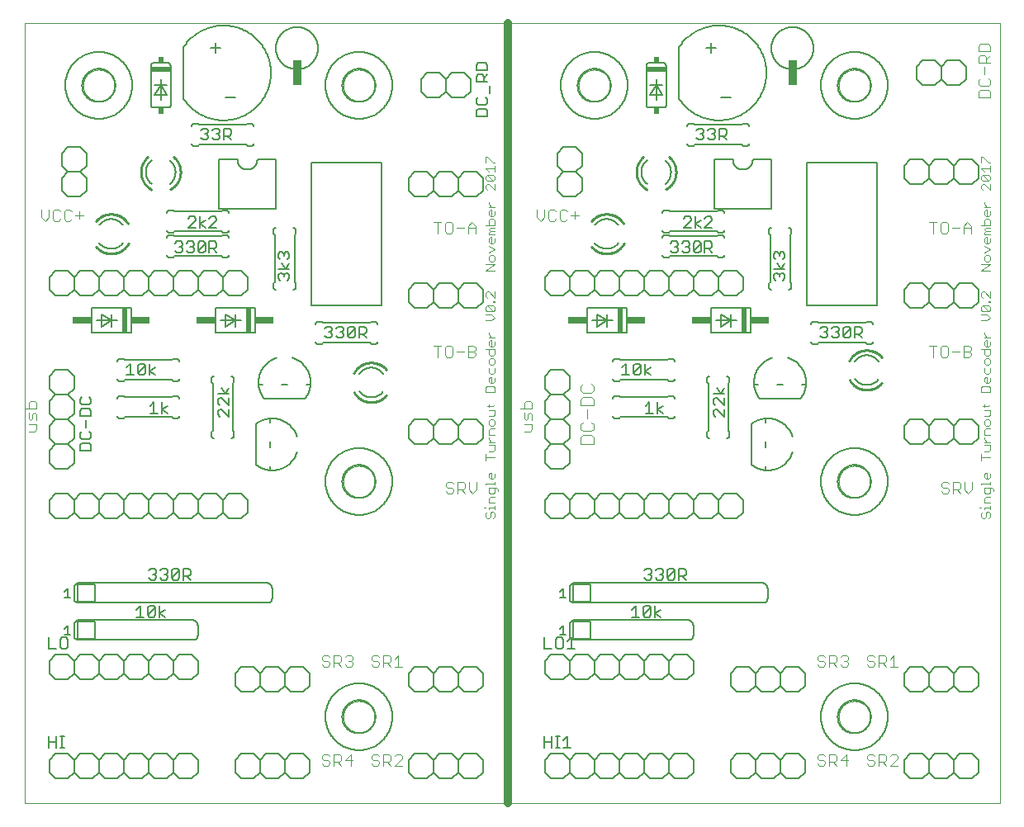
<source format=gto>
G75*
%MOIN*%
%OFA0B0*%
%FSLAX25Y25*%
%IPPOS*%
%LPD*%
%AMOC8*
5,1,8,0,0,1.08239X$1,22.5*
%
%ADD10C,0.00000*%
%ADD11C,0.00300*%
%ADD12C,0.03200*%
%ADD13C,0.00400*%
%ADD14C,0.00600*%
%ADD15R,0.02000X0.10000*%
%ADD16R,0.07500X0.03000*%
%ADD17R,0.08000X0.02000*%
%ADD18R,0.02000X0.02500*%
%ADD19R,0.03200X0.10200*%
%ADD20C,0.00800*%
%ADD21C,0.01000*%
%ADD22C,0.00500*%
D10*
X0002667Y0002600D02*
X0002667Y0317561D01*
X0396367Y0317561D01*
X0396367Y0002600D01*
X0002667Y0002600D01*
X0131368Y0037600D02*
X0131370Y0037758D01*
X0131376Y0037916D01*
X0131386Y0038074D01*
X0131400Y0038232D01*
X0131418Y0038389D01*
X0131439Y0038546D01*
X0131465Y0038702D01*
X0131495Y0038858D01*
X0131528Y0039013D01*
X0131566Y0039166D01*
X0131607Y0039319D01*
X0131652Y0039471D01*
X0131701Y0039622D01*
X0131754Y0039771D01*
X0131810Y0039919D01*
X0131870Y0040065D01*
X0131934Y0040210D01*
X0132002Y0040353D01*
X0132073Y0040495D01*
X0132147Y0040635D01*
X0132225Y0040772D01*
X0132307Y0040908D01*
X0132391Y0041042D01*
X0132480Y0041173D01*
X0132571Y0041302D01*
X0132666Y0041429D01*
X0132763Y0041554D01*
X0132864Y0041676D01*
X0132968Y0041795D01*
X0133075Y0041912D01*
X0133185Y0042026D01*
X0133298Y0042137D01*
X0133413Y0042246D01*
X0133531Y0042351D01*
X0133652Y0042453D01*
X0133775Y0042553D01*
X0133901Y0042649D01*
X0134029Y0042742D01*
X0134159Y0042832D01*
X0134292Y0042918D01*
X0134427Y0043002D01*
X0134563Y0043081D01*
X0134702Y0043158D01*
X0134843Y0043230D01*
X0134985Y0043300D01*
X0135129Y0043365D01*
X0135275Y0043427D01*
X0135422Y0043485D01*
X0135571Y0043540D01*
X0135721Y0043591D01*
X0135872Y0043638D01*
X0136024Y0043681D01*
X0136177Y0043720D01*
X0136332Y0043756D01*
X0136487Y0043787D01*
X0136643Y0043815D01*
X0136799Y0043839D01*
X0136956Y0043859D01*
X0137114Y0043875D01*
X0137271Y0043887D01*
X0137430Y0043895D01*
X0137588Y0043899D01*
X0137746Y0043899D01*
X0137904Y0043895D01*
X0138063Y0043887D01*
X0138220Y0043875D01*
X0138378Y0043859D01*
X0138535Y0043839D01*
X0138691Y0043815D01*
X0138847Y0043787D01*
X0139002Y0043756D01*
X0139157Y0043720D01*
X0139310Y0043681D01*
X0139462Y0043638D01*
X0139613Y0043591D01*
X0139763Y0043540D01*
X0139912Y0043485D01*
X0140059Y0043427D01*
X0140205Y0043365D01*
X0140349Y0043300D01*
X0140491Y0043230D01*
X0140632Y0043158D01*
X0140771Y0043081D01*
X0140907Y0043002D01*
X0141042Y0042918D01*
X0141175Y0042832D01*
X0141305Y0042742D01*
X0141433Y0042649D01*
X0141559Y0042553D01*
X0141682Y0042453D01*
X0141803Y0042351D01*
X0141921Y0042246D01*
X0142036Y0042137D01*
X0142149Y0042026D01*
X0142259Y0041912D01*
X0142366Y0041795D01*
X0142470Y0041676D01*
X0142571Y0041554D01*
X0142668Y0041429D01*
X0142763Y0041302D01*
X0142854Y0041173D01*
X0142943Y0041042D01*
X0143027Y0040908D01*
X0143109Y0040772D01*
X0143187Y0040635D01*
X0143261Y0040495D01*
X0143332Y0040353D01*
X0143400Y0040210D01*
X0143464Y0040065D01*
X0143524Y0039919D01*
X0143580Y0039771D01*
X0143633Y0039622D01*
X0143682Y0039471D01*
X0143727Y0039319D01*
X0143768Y0039166D01*
X0143806Y0039013D01*
X0143839Y0038858D01*
X0143869Y0038702D01*
X0143895Y0038546D01*
X0143916Y0038389D01*
X0143934Y0038232D01*
X0143948Y0038074D01*
X0143958Y0037916D01*
X0143964Y0037758D01*
X0143966Y0037600D01*
X0143964Y0037442D01*
X0143958Y0037284D01*
X0143948Y0037126D01*
X0143934Y0036968D01*
X0143916Y0036811D01*
X0143895Y0036654D01*
X0143869Y0036498D01*
X0143839Y0036342D01*
X0143806Y0036187D01*
X0143768Y0036034D01*
X0143727Y0035881D01*
X0143682Y0035729D01*
X0143633Y0035578D01*
X0143580Y0035429D01*
X0143524Y0035281D01*
X0143464Y0035135D01*
X0143400Y0034990D01*
X0143332Y0034847D01*
X0143261Y0034705D01*
X0143187Y0034565D01*
X0143109Y0034428D01*
X0143027Y0034292D01*
X0142943Y0034158D01*
X0142854Y0034027D01*
X0142763Y0033898D01*
X0142668Y0033771D01*
X0142571Y0033646D01*
X0142470Y0033524D01*
X0142366Y0033405D01*
X0142259Y0033288D01*
X0142149Y0033174D01*
X0142036Y0033063D01*
X0141921Y0032954D01*
X0141803Y0032849D01*
X0141682Y0032747D01*
X0141559Y0032647D01*
X0141433Y0032551D01*
X0141305Y0032458D01*
X0141175Y0032368D01*
X0141042Y0032282D01*
X0140907Y0032198D01*
X0140771Y0032119D01*
X0140632Y0032042D01*
X0140491Y0031970D01*
X0140349Y0031900D01*
X0140205Y0031835D01*
X0140059Y0031773D01*
X0139912Y0031715D01*
X0139763Y0031660D01*
X0139613Y0031609D01*
X0139462Y0031562D01*
X0139310Y0031519D01*
X0139157Y0031480D01*
X0139002Y0031444D01*
X0138847Y0031413D01*
X0138691Y0031385D01*
X0138535Y0031361D01*
X0138378Y0031341D01*
X0138220Y0031325D01*
X0138063Y0031313D01*
X0137904Y0031305D01*
X0137746Y0031301D01*
X0137588Y0031301D01*
X0137430Y0031305D01*
X0137271Y0031313D01*
X0137114Y0031325D01*
X0136956Y0031341D01*
X0136799Y0031361D01*
X0136643Y0031385D01*
X0136487Y0031413D01*
X0136332Y0031444D01*
X0136177Y0031480D01*
X0136024Y0031519D01*
X0135872Y0031562D01*
X0135721Y0031609D01*
X0135571Y0031660D01*
X0135422Y0031715D01*
X0135275Y0031773D01*
X0135129Y0031835D01*
X0134985Y0031900D01*
X0134843Y0031970D01*
X0134702Y0032042D01*
X0134563Y0032119D01*
X0134427Y0032198D01*
X0134292Y0032282D01*
X0134159Y0032368D01*
X0134029Y0032458D01*
X0133901Y0032551D01*
X0133775Y0032647D01*
X0133652Y0032747D01*
X0133531Y0032849D01*
X0133413Y0032954D01*
X0133298Y0033063D01*
X0133185Y0033174D01*
X0133075Y0033288D01*
X0132968Y0033405D01*
X0132864Y0033524D01*
X0132763Y0033646D01*
X0132666Y0033771D01*
X0132571Y0033898D01*
X0132480Y0034027D01*
X0132391Y0034158D01*
X0132307Y0034292D01*
X0132225Y0034428D01*
X0132147Y0034565D01*
X0132073Y0034705D01*
X0132002Y0034847D01*
X0131934Y0034990D01*
X0131870Y0035135D01*
X0131810Y0035281D01*
X0131754Y0035429D01*
X0131701Y0035578D01*
X0131652Y0035729D01*
X0131607Y0035881D01*
X0131566Y0036034D01*
X0131528Y0036187D01*
X0131495Y0036342D01*
X0131465Y0036498D01*
X0131439Y0036654D01*
X0131418Y0036811D01*
X0131400Y0036968D01*
X0131386Y0037126D01*
X0131376Y0037284D01*
X0131370Y0037442D01*
X0131368Y0037600D01*
X0131368Y0132600D02*
X0131370Y0132758D01*
X0131376Y0132916D01*
X0131386Y0133074D01*
X0131400Y0133232D01*
X0131418Y0133389D01*
X0131439Y0133546D01*
X0131465Y0133702D01*
X0131495Y0133858D01*
X0131528Y0134013D01*
X0131566Y0134166D01*
X0131607Y0134319D01*
X0131652Y0134471D01*
X0131701Y0134622D01*
X0131754Y0134771D01*
X0131810Y0134919D01*
X0131870Y0135065D01*
X0131934Y0135210D01*
X0132002Y0135353D01*
X0132073Y0135495D01*
X0132147Y0135635D01*
X0132225Y0135772D01*
X0132307Y0135908D01*
X0132391Y0136042D01*
X0132480Y0136173D01*
X0132571Y0136302D01*
X0132666Y0136429D01*
X0132763Y0136554D01*
X0132864Y0136676D01*
X0132968Y0136795D01*
X0133075Y0136912D01*
X0133185Y0137026D01*
X0133298Y0137137D01*
X0133413Y0137246D01*
X0133531Y0137351D01*
X0133652Y0137453D01*
X0133775Y0137553D01*
X0133901Y0137649D01*
X0134029Y0137742D01*
X0134159Y0137832D01*
X0134292Y0137918D01*
X0134427Y0138002D01*
X0134563Y0138081D01*
X0134702Y0138158D01*
X0134843Y0138230D01*
X0134985Y0138300D01*
X0135129Y0138365D01*
X0135275Y0138427D01*
X0135422Y0138485D01*
X0135571Y0138540D01*
X0135721Y0138591D01*
X0135872Y0138638D01*
X0136024Y0138681D01*
X0136177Y0138720D01*
X0136332Y0138756D01*
X0136487Y0138787D01*
X0136643Y0138815D01*
X0136799Y0138839D01*
X0136956Y0138859D01*
X0137114Y0138875D01*
X0137271Y0138887D01*
X0137430Y0138895D01*
X0137588Y0138899D01*
X0137746Y0138899D01*
X0137904Y0138895D01*
X0138063Y0138887D01*
X0138220Y0138875D01*
X0138378Y0138859D01*
X0138535Y0138839D01*
X0138691Y0138815D01*
X0138847Y0138787D01*
X0139002Y0138756D01*
X0139157Y0138720D01*
X0139310Y0138681D01*
X0139462Y0138638D01*
X0139613Y0138591D01*
X0139763Y0138540D01*
X0139912Y0138485D01*
X0140059Y0138427D01*
X0140205Y0138365D01*
X0140349Y0138300D01*
X0140491Y0138230D01*
X0140632Y0138158D01*
X0140771Y0138081D01*
X0140907Y0138002D01*
X0141042Y0137918D01*
X0141175Y0137832D01*
X0141305Y0137742D01*
X0141433Y0137649D01*
X0141559Y0137553D01*
X0141682Y0137453D01*
X0141803Y0137351D01*
X0141921Y0137246D01*
X0142036Y0137137D01*
X0142149Y0137026D01*
X0142259Y0136912D01*
X0142366Y0136795D01*
X0142470Y0136676D01*
X0142571Y0136554D01*
X0142668Y0136429D01*
X0142763Y0136302D01*
X0142854Y0136173D01*
X0142943Y0136042D01*
X0143027Y0135908D01*
X0143109Y0135772D01*
X0143187Y0135635D01*
X0143261Y0135495D01*
X0143332Y0135353D01*
X0143400Y0135210D01*
X0143464Y0135065D01*
X0143524Y0134919D01*
X0143580Y0134771D01*
X0143633Y0134622D01*
X0143682Y0134471D01*
X0143727Y0134319D01*
X0143768Y0134166D01*
X0143806Y0134013D01*
X0143839Y0133858D01*
X0143869Y0133702D01*
X0143895Y0133546D01*
X0143916Y0133389D01*
X0143934Y0133232D01*
X0143948Y0133074D01*
X0143958Y0132916D01*
X0143964Y0132758D01*
X0143966Y0132600D01*
X0143964Y0132442D01*
X0143958Y0132284D01*
X0143948Y0132126D01*
X0143934Y0131968D01*
X0143916Y0131811D01*
X0143895Y0131654D01*
X0143869Y0131498D01*
X0143839Y0131342D01*
X0143806Y0131187D01*
X0143768Y0131034D01*
X0143727Y0130881D01*
X0143682Y0130729D01*
X0143633Y0130578D01*
X0143580Y0130429D01*
X0143524Y0130281D01*
X0143464Y0130135D01*
X0143400Y0129990D01*
X0143332Y0129847D01*
X0143261Y0129705D01*
X0143187Y0129565D01*
X0143109Y0129428D01*
X0143027Y0129292D01*
X0142943Y0129158D01*
X0142854Y0129027D01*
X0142763Y0128898D01*
X0142668Y0128771D01*
X0142571Y0128646D01*
X0142470Y0128524D01*
X0142366Y0128405D01*
X0142259Y0128288D01*
X0142149Y0128174D01*
X0142036Y0128063D01*
X0141921Y0127954D01*
X0141803Y0127849D01*
X0141682Y0127747D01*
X0141559Y0127647D01*
X0141433Y0127551D01*
X0141305Y0127458D01*
X0141175Y0127368D01*
X0141042Y0127282D01*
X0140907Y0127198D01*
X0140771Y0127119D01*
X0140632Y0127042D01*
X0140491Y0126970D01*
X0140349Y0126900D01*
X0140205Y0126835D01*
X0140059Y0126773D01*
X0139912Y0126715D01*
X0139763Y0126660D01*
X0139613Y0126609D01*
X0139462Y0126562D01*
X0139310Y0126519D01*
X0139157Y0126480D01*
X0139002Y0126444D01*
X0138847Y0126413D01*
X0138691Y0126385D01*
X0138535Y0126361D01*
X0138378Y0126341D01*
X0138220Y0126325D01*
X0138063Y0126313D01*
X0137904Y0126305D01*
X0137746Y0126301D01*
X0137588Y0126301D01*
X0137430Y0126305D01*
X0137271Y0126313D01*
X0137114Y0126325D01*
X0136956Y0126341D01*
X0136799Y0126361D01*
X0136643Y0126385D01*
X0136487Y0126413D01*
X0136332Y0126444D01*
X0136177Y0126480D01*
X0136024Y0126519D01*
X0135872Y0126562D01*
X0135721Y0126609D01*
X0135571Y0126660D01*
X0135422Y0126715D01*
X0135275Y0126773D01*
X0135129Y0126835D01*
X0134985Y0126900D01*
X0134843Y0126970D01*
X0134702Y0127042D01*
X0134563Y0127119D01*
X0134427Y0127198D01*
X0134292Y0127282D01*
X0134159Y0127368D01*
X0134029Y0127458D01*
X0133901Y0127551D01*
X0133775Y0127647D01*
X0133652Y0127747D01*
X0133531Y0127849D01*
X0133413Y0127954D01*
X0133298Y0128063D01*
X0133185Y0128174D01*
X0133075Y0128288D01*
X0132968Y0128405D01*
X0132864Y0128524D01*
X0132763Y0128646D01*
X0132666Y0128771D01*
X0132571Y0128898D01*
X0132480Y0129027D01*
X0132391Y0129158D01*
X0132307Y0129292D01*
X0132225Y0129428D01*
X0132147Y0129565D01*
X0132073Y0129705D01*
X0132002Y0129847D01*
X0131934Y0129990D01*
X0131870Y0130135D01*
X0131810Y0130281D01*
X0131754Y0130429D01*
X0131701Y0130578D01*
X0131652Y0130729D01*
X0131607Y0130881D01*
X0131566Y0131034D01*
X0131528Y0131187D01*
X0131495Y0131342D01*
X0131465Y0131498D01*
X0131439Y0131654D01*
X0131418Y0131811D01*
X0131400Y0131968D01*
X0131386Y0132126D01*
X0131376Y0132284D01*
X0131370Y0132442D01*
X0131368Y0132600D01*
X0131368Y0292600D02*
X0131370Y0292758D01*
X0131376Y0292916D01*
X0131386Y0293074D01*
X0131400Y0293232D01*
X0131418Y0293389D01*
X0131439Y0293546D01*
X0131465Y0293702D01*
X0131495Y0293858D01*
X0131528Y0294013D01*
X0131566Y0294166D01*
X0131607Y0294319D01*
X0131652Y0294471D01*
X0131701Y0294622D01*
X0131754Y0294771D01*
X0131810Y0294919D01*
X0131870Y0295065D01*
X0131934Y0295210D01*
X0132002Y0295353D01*
X0132073Y0295495D01*
X0132147Y0295635D01*
X0132225Y0295772D01*
X0132307Y0295908D01*
X0132391Y0296042D01*
X0132480Y0296173D01*
X0132571Y0296302D01*
X0132666Y0296429D01*
X0132763Y0296554D01*
X0132864Y0296676D01*
X0132968Y0296795D01*
X0133075Y0296912D01*
X0133185Y0297026D01*
X0133298Y0297137D01*
X0133413Y0297246D01*
X0133531Y0297351D01*
X0133652Y0297453D01*
X0133775Y0297553D01*
X0133901Y0297649D01*
X0134029Y0297742D01*
X0134159Y0297832D01*
X0134292Y0297918D01*
X0134427Y0298002D01*
X0134563Y0298081D01*
X0134702Y0298158D01*
X0134843Y0298230D01*
X0134985Y0298300D01*
X0135129Y0298365D01*
X0135275Y0298427D01*
X0135422Y0298485D01*
X0135571Y0298540D01*
X0135721Y0298591D01*
X0135872Y0298638D01*
X0136024Y0298681D01*
X0136177Y0298720D01*
X0136332Y0298756D01*
X0136487Y0298787D01*
X0136643Y0298815D01*
X0136799Y0298839D01*
X0136956Y0298859D01*
X0137114Y0298875D01*
X0137271Y0298887D01*
X0137430Y0298895D01*
X0137588Y0298899D01*
X0137746Y0298899D01*
X0137904Y0298895D01*
X0138063Y0298887D01*
X0138220Y0298875D01*
X0138378Y0298859D01*
X0138535Y0298839D01*
X0138691Y0298815D01*
X0138847Y0298787D01*
X0139002Y0298756D01*
X0139157Y0298720D01*
X0139310Y0298681D01*
X0139462Y0298638D01*
X0139613Y0298591D01*
X0139763Y0298540D01*
X0139912Y0298485D01*
X0140059Y0298427D01*
X0140205Y0298365D01*
X0140349Y0298300D01*
X0140491Y0298230D01*
X0140632Y0298158D01*
X0140771Y0298081D01*
X0140907Y0298002D01*
X0141042Y0297918D01*
X0141175Y0297832D01*
X0141305Y0297742D01*
X0141433Y0297649D01*
X0141559Y0297553D01*
X0141682Y0297453D01*
X0141803Y0297351D01*
X0141921Y0297246D01*
X0142036Y0297137D01*
X0142149Y0297026D01*
X0142259Y0296912D01*
X0142366Y0296795D01*
X0142470Y0296676D01*
X0142571Y0296554D01*
X0142668Y0296429D01*
X0142763Y0296302D01*
X0142854Y0296173D01*
X0142943Y0296042D01*
X0143027Y0295908D01*
X0143109Y0295772D01*
X0143187Y0295635D01*
X0143261Y0295495D01*
X0143332Y0295353D01*
X0143400Y0295210D01*
X0143464Y0295065D01*
X0143524Y0294919D01*
X0143580Y0294771D01*
X0143633Y0294622D01*
X0143682Y0294471D01*
X0143727Y0294319D01*
X0143768Y0294166D01*
X0143806Y0294013D01*
X0143839Y0293858D01*
X0143869Y0293702D01*
X0143895Y0293546D01*
X0143916Y0293389D01*
X0143934Y0293232D01*
X0143948Y0293074D01*
X0143958Y0292916D01*
X0143964Y0292758D01*
X0143966Y0292600D01*
X0143964Y0292442D01*
X0143958Y0292284D01*
X0143948Y0292126D01*
X0143934Y0291968D01*
X0143916Y0291811D01*
X0143895Y0291654D01*
X0143869Y0291498D01*
X0143839Y0291342D01*
X0143806Y0291187D01*
X0143768Y0291034D01*
X0143727Y0290881D01*
X0143682Y0290729D01*
X0143633Y0290578D01*
X0143580Y0290429D01*
X0143524Y0290281D01*
X0143464Y0290135D01*
X0143400Y0289990D01*
X0143332Y0289847D01*
X0143261Y0289705D01*
X0143187Y0289565D01*
X0143109Y0289428D01*
X0143027Y0289292D01*
X0142943Y0289158D01*
X0142854Y0289027D01*
X0142763Y0288898D01*
X0142668Y0288771D01*
X0142571Y0288646D01*
X0142470Y0288524D01*
X0142366Y0288405D01*
X0142259Y0288288D01*
X0142149Y0288174D01*
X0142036Y0288063D01*
X0141921Y0287954D01*
X0141803Y0287849D01*
X0141682Y0287747D01*
X0141559Y0287647D01*
X0141433Y0287551D01*
X0141305Y0287458D01*
X0141175Y0287368D01*
X0141042Y0287282D01*
X0140907Y0287198D01*
X0140771Y0287119D01*
X0140632Y0287042D01*
X0140491Y0286970D01*
X0140349Y0286900D01*
X0140205Y0286835D01*
X0140059Y0286773D01*
X0139912Y0286715D01*
X0139763Y0286660D01*
X0139613Y0286609D01*
X0139462Y0286562D01*
X0139310Y0286519D01*
X0139157Y0286480D01*
X0139002Y0286444D01*
X0138847Y0286413D01*
X0138691Y0286385D01*
X0138535Y0286361D01*
X0138378Y0286341D01*
X0138220Y0286325D01*
X0138063Y0286313D01*
X0137904Y0286305D01*
X0137746Y0286301D01*
X0137588Y0286301D01*
X0137430Y0286305D01*
X0137271Y0286313D01*
X0137114Y0286325D01*
X0136956Y0286341D01*
X0136799Y0286361D01*
X0136643Y0286385D01*
X0136487Y0286413D01*
X0136332Y0286444D01*
X0136177Y0286480D01*
X0136024Y0286519D01*
X0135872Y0286562D01*
X0135721Y0286609D01*
X0135571Y0286660D01*
X0135422Y0286715D01*
X0135275Y0286773D01*
X0135129Y0286835D01*
X0134985Y0286900D01*
X0134843Y0286970D01*
X0134702Y0287042D01*
X0134563Y0287119D01*
X0134427Y0287198D01*
X0134292Y0287282D01*
X0134159Y0287368D01*
X0134029Y0287458D01*
X0133901Y0287551D01*
X0133775Y0287647D01*
X0133652Y0287747D01*
X0133531Y0287849D01*
X0133413Y0287954D01*
X0133298Y0288063D01*
X0133185Y0288174D01*
X0133075Y0288288D01*
X0132968Y0288405D01*
X0132864Y0288524D01*
X0132763Y0288646D01*
X0132666Y0288771D01*
X0132571Y0288898D01*
X0132480Y0289027D01*
X0132391Y0289158D01*
X0132307Y0289292D01*
X0132225Y0289428D01*
X0132147Y0289565D01*
X0132073Y0289705D01*
X0132002Y0289847D01*
X0131934Y0289990D01*
X0131870Y0290135D01*
X0131810Y0290281D01*
X0131754Y0290429D01*
X0131701Y0290578D01*
X0131652Y0290729D01*
X0131607Y0290881D01*
X0131566Y0291034D01*
X0131528Y0291187D01*
X0131495Y0291342D01*
X0131465Y0291498D01*
X0131439Y0291654D01*
X0131418Y0291811D01*
X0131400Y0291968D01*
X0131386Y0292126D01*
X0131376Y0292284D01*
X0131370Y0292442D01*
X0131368Y0292600D01*
X0026368Y0292600D02*
X0026370Y0292758D01*
X0026376Y0292916D01*
X0026386Y0293074D01*
X0026400Y0293232D01*
X0026418Y0293389D01*
X0026439Y0293546D01*
X0026465Y0293702D01*
X0026495Y0293858D01*
X0026528Y0294013D01*
X0026566Y0294166D01*
X0026607Y0294319D01*
X0026652Y0294471D01*
X0026701Y0294622D01*
X0026754Y0294771D01*
X0026810Y0294919D01*
X0026870Y0295065D01*
X0026934Y0295210D01*
X0027002Y0295353D01*
X0027073Y0295495D01*
X0027147Y0295635D01*
X0027225Y0295772D01*
X0027307Y0295908D01*
X0027391Y0296042D01*
X0027480Y0296173D01*
X0027571Y0296302D01*
X0027666Y0296429D01*
X0027763Y0296554D01*
X0027864Y0296676D01*
X0027968Y0296795D01*
X0028075Y0296912D01*
X0028185Y0297026D01*
X0028298Y0297137D01*
X0028413Y0297246D01*
X0028531Y0297351D01*
X0028652Y0297453D01*
X0028775Y0297553D01*
X0028901Y0297649D01*
X0029029Y0297742D01*
X0029159Y0297832D01*
X0029292Y0297918D01*
X0029427Y0298002D01*
X0029563Y0298081D01*
X0029702Y0298158D01*
X0029843Y0298230D01*
X0029985Y0298300D01*
X0030129Y0298365D01*
X0030275Y0298427D01*
X0030422Y0298485D01*
X0030571Y0298540D01*
X0030721Y0298591D01*
X0030872Y0298638D01*
X0031024Y0298681D01*
X0031177Y0298720D01*
X0031332Y0298756D01*
X0031487Y0298787D01*
X0031643Y0298815D01*
X0031799Y0298839D01*
X0031956Y0298859D01*
X0032114Y0298875D01*
X0032271Y0298887D01*
X0032430Y0298895D01*
X0032588Y0298899D01*
X0032746Y0298899D01*
X0032904Y0298895D01*
X0033063Y0298887D01*
X0033220Y0298875D01*
X0033378Y0298859D01*
X0033535Y0298839D01*
X0033691Y0298815D01*
X0033847Y0298787D01*
X0034002Y0298756D01*
X0034157Y0298720D01*
X0034310Y0298681D01*
X0034462Y0298638D01*
X0034613Y0298591D01*
X0034763Y0298540D01*
X0034912Y0298485D01*
X0035059Y0298427D01*
X0035205Y0298365D01*
X0035349Y0298300D01*
X0035491Y0298230D01*
X0035632Y0298158D01*
X0035771Y0298081D01*
X0035907Y0298002D01*
X0036042Y0297918D01*
X0036175Y0297832D01*
X0036305Y0297742D01*
X0036433Y0297649D01*
X0036559Y0297553D01*
X0036682Y0297453D01*
X0036803Y0297351D01*
X0036921Y0297246D01*
X0037036Y0297137D01*
X0037149Y0297026D01*
X0037259Y0296912D01*
X0037366Y0296795D01*
X0037470Y0296676D01*
X0037571Y0296554D01*
X0037668Y0296429D01*
X0037763Y0296302D01*
X0037854Y0296173D01*
X0037943Y0296042D01*
X0038027Y0295908D01*
X0038109Y0295772D01*
X0038187Y0295635D01*
X0038261Y0295495D01*
X0038332Y0295353D01*
X0038400Y0295210D01*
X0038464Y0295065D01*
X0038524Y0294919D01*
X0038580Y0294771D01*
X0038633Y0294622D01*
X0038682Y0294471D01*
X0038727Y0294319D01*
X0038768Y0294166D01*
X0038806Y0294013D01*
X0038839Y0293858D01*
X0038869Y0293702D01*
X0038895Y0293546D01*
X0038916Y0293389D01*
X0038934Y0293232D01*
X0038948Y0293074D01*
X0038958Y0292916D01*
X0038964Y0292758D01*
X0038966Y0292600D01*
X0038964Y0292442D01*
X0038958Y0292284D01*
X0038948Y0292126D01*
X0038934Y0291968D01*
X0038916Y0291811D01*
X0038895Y0291654D01*
X0038869Y0291498D01*
X0038839Y0291342D01*
X0038806Y0291187D01*
X0038768Y0291034D01*
X0038727Y0290881D01*
X0038682Y0290729D01*
X0038633Y0290578D01*
X0038580Y0290429D01*
X0038524Y0290281D01*
X0038464Y0290135D01*
X0038400Y0289990D01*
X0038332Y0289847D01*
X0038261Y0289705D01*
X0038187Y0289565D01*
X0038109Y0289428D01*
X0038027Y0289292D01*
X0037943Y0289158D01*
X0037854Y0289027D01*
X0037763Y0288898D01*
X0037668Y0288771D01*
X0037571Y0288646D01*
X0037470Y0288524D01*
X0037366Y0288405D01*
X0037259Y0288288D01*
X0037149Y0288174D01*
X0037036Y0288063D01*
X0036921Y0287954D01*
X0036803Y0287849D01*
X0036682Y0287747D01*
X0036559Y0287647D01*
X0036433Y0287551D01*
X0036305Y0287458D01*
X0036175Y0287368D01*
X0036042Y0287282D01*
X0035907Y0287198D01*
X0035771Y0287119D01*
X0035632Y0287042D01*
X0035491Y0286970D01*
X0035349Y0286900D01*
X0035205Y0286835D01*
X0035059Y0286773D01*
X0034912Y0286715D01*
X0034763Y0286660D01*
X0034613Y0286609D01*
X0034462Y0286562D01*
X0034310Y0286519D01*
X0034157Y0286480D01*
X0034002Y0286444D01*
X0033847Y0286413D01*
X0033691Y0286385D01*
X0033535Y0286361D01*
X0033378Y0286341D01*
X0033220Y0286325D01*
X0033063Y0286313D01*
X0032904Y0286305D01*
X0032746Y0286301D01*
X0032588Y0286301D01*
X0032430Y0286305D01*
X0032271Y0286313D01*
X0032114Y0286325D01*
X0031956Y0286341D01*
X0031799Y0286361D01*
X0031643Y0286385D01*
X0031487Y0286413D01*
X0031332Y0286444D01*
X0031177Y0286480D01*
X0031024Y0286519D01*
X0030872Y0286562D01*
X0030721Y0286609D01*
X0030571Y0286660D01*
X0030422Y0286715D01*
X0030275Y0286773D01*
X0030129Y0286835D01*
X0029985Y0286900D01*
X0029843Y0286970D01*
X0029702Y0287042D01*
X0029563Y0287119D01*
X0029427Y0287198D01*
X0029292Y0287282D01*
X0029159Y0287368D01*
X0029029Y0287458D01*
X0028901Y0287551D01*
X0028775Y0287647D01*
X0028652Y0287747D01*
X0028531Y0287849D01*
X0028413Y0287954D01*
X0028298Y0288063D01*
X0028185Y0288174D01*
X0028075Y0288288D01*
X0027968Y0288405D01*
X0027864Y0288524D01*
X0027763Y0288646D01*
X0027666Y0288771D01*
X0027571Y0288898D01*
X0027480Y0289027D01*
X0027391Y0289158D01*
X0027307Y0289292D01*
X0027225Y0289428D01*
X0027147Y0289565D01*
X0027073Y0289705D01*
X0027002Y0289847D01*
X0026934Y0289990D01*
X0026870Y0290135D01*
X0026810Y0290281D01*
X0026754Y0290429D01*
X0026701Y0290578D01*
X0026652Y0290729D01*
X0026607Y0290881D01*
X0026566Y0291034D01*
X0026528Y0291187D01*
X0026495Y0291342D01*
X0026465Y0291498D01*
X0026439Y0291654D01*
X0026418Y0291811D01*
X0026400Y0291968D01*
X0026386Y0292126D01*
X0026376Y0292284D01*
X0026370Y0292442D01*
X0026368Y0292600D01*
X0226368Y0292600D02*
X0226370Y0292758D01*
X0226376Y0292916D01*
X0226386Y0293074D01*
X0226400Y0293232D01*
X0226418Y0293389D01*
X0226439Y0293546D01*
X0226465Y0293702D01*
X0226495Y0293858D01*
X0226528Y0294013D01*
X0226566Y0294166D01*
X0226607Y0294319D01*
X0226652Y0294471D01*
X0226701Y0294622D01*
X0226754Y0294771D01*
X0226810Y0294919D01*
X0226870Y0295065D01*
X0226934Y0295210D01*
X0227002Y0295353D01*
X0227073Y0295495D01*
X0227147Y0295635D01*
X0227225Y0295772D01*
X0227307Y0295908D01*
X0227391Y0296042D01*
X0227480Y0296173D01*
X0227571Y0296302D01*
X0227666Y0296429D01*
X0227763Y0296554D01*
X0227864Y0296676D01*
X0227968Y0296795D01*
X0228075Y0296912D01*
X0228185Y0297026D01*
X0228298Y0297137D01*
X0228413Y0297246D01*
X0228531Y0297351D01*
X0228652Y0297453D01*
X0228775Y0297553D01*
X0228901Y0297649D01*
X0229029Y0297742D01*
X0229159Y0297832D01*
X0229292Y0297918D01*
X0229427Y0298002D01*
X0229563Y0298081D01*
X0229702Y0298158D01*
X0229843Y0298230D01*
X0229985Y0298300D01*
X0230129Y0298365D01*
X0230275Y0298427D01*
X0230422Y0298485D01*
X0230571Y0298540D01*
X0230721Y0298591D01*
X0230872Y0298638D01*
X0231024Y0298681D01*
X0231177Y0298720D01*
X0231332Y0298756D01*
X0231487Y0298787D01*
X0231643Y0298815D01*
X0231799Y0298839D01*
X0231956Y0298859D01*
X0232114Y0298875D01*
X0232271Y0298887D01*
X0232430Y0298895D01*
X0232588Y0298899D01*
X0232746Y0298899D01*
X0232904Y0298895D01*
X0233063Y0298887D01*
X0233220Y0298875D01*
X0233378Y0298859D01*
X0233535Y0298839D01*
X0233691Y0298815D01*
X0233847Y0298787D01*
X0234002Y0298756D01*
X0234157Y0298720D01*
X0234310Y0298681D01*
X0234462Y0298638D01*
X0234613Y0298591D01*
X0234763Y0298540D01*
X0234912Y0298485D01*
X0235059Y0298427D01*
X0235205Y0298365D01*
X0235349Y0298300D01*
X0235491Y0298230D01*
X0235632Y0298158D01*
X0235771Y0298081D01*
X0235907Y0298002D01*
X0236042Y0297918D01*
X0236175Y0297832D01*
X0236305Y0297742D01*
X0236433Y0297649D01*
X0236559Y0297553D01*
X0236682Y0297453D01*
X0236803Y0297351D01*
X0236921Y0297246D01*
X0237036Y0297137D01*
X0237149Y0297026D01*
X0237259Y0296912D01*
X0237366Y0296795D01*
X0237470Y0296676D01*
X0237571Y0296554D01*
X0237668Y0296429D01*
X0237763Y0296302D01*
X0237854Y0296173D01*
X0237943Y0296042D01*
X0238027Y0295908D01*
X0238109Y0295772D01*
X0238187Y0295635D01*
X0238261Y0295495D01*
X0238332Y0295353D01*
X0238400Y0295210D01*
X0238464Y0295065D01*
X0238524Y0294919D01*
X0238580Y0294771D01*
X0238633Y0294622D01*
X0238682Y0294471D01*
X0238727Y0294319D01*
X0238768Y0294166D01*
X0238806Y0294013D01*
X0238839Y0293858D01*
X0238869Y0293702D01*
X0238895Y0293546D01*
X0238916Y0293389D01*
X0238934Y0293232D01*
X0238948Y0293074D01*
X0238958Y0292916D01*
X0238964Y0292758D01*
X0238966Y0292600D01*
X0238964Y0292442D01*
X0238958Y0292284D01*
X0238948Y0292126D01*
X0238934Y0291968D01*
X0238916Y0291811D01*
X0238895Y0291654D01*
X0238869Y0291498D01*
X0238839Y0291342D01*
X0238806Y0291187D01*
X0238768Y0291034D01*
X0238727Y0290881D01*
X0238682Y0290729D01*
X0238633Y0290578D01*
X0238580Y0290429D01*
X0238524Y0290281D01*
X0238464Y0290135D01*
X0238400Y0289990D01*
X0238332Y0289847D01*
X0238261Y0289705D01*
X0238187Y0289565D01*
X0238109Y0289428D01*
X0238027Y0289292D01*
X0237943Y0289158D01*
X0237854Y0289027D01*
X0237763Y0288898D01*
X0237668Y0288771D01*
X0237571Y0288646D01*
X0237470Y0288524D01*
X0237366Y0288405D01*
X0237259Y0288288D01*
X0237149Y0288174D01*
X0237036Y0288063D01*
X0236921Y0287954D01*
X0236803Y0287849D01*
X0236682Y0287747D01*
X0236559Y0287647D01*
X0236433Y0287551D01*
X0236305Y0287458D01*
X0236175Y0287368D01*
X0236042Y0287282D01*
X0235907Y0287198D01*
X0235771Y0287119D01*
X0235632Y0287042D01*
X0235491Y0286970D01*
X0235349Y0286900D01*
X0235205Y0286835D01*
X0235059Y0286773D01*
X0234912Y0286715D01*
X0234763Y0286660D01*
X0234613Y0286609D01*
X0234462Y0286562D01*
X0234310Y0286519D01*
X0234157Y0286480D01*
X0234002Y0286444D01*
X0233847Y0286413D01*
X0233691Y0286385D01*
X0233535Y0286361D01*
X0233378Y0286341D01*
X0233220Y0286325D01*
X0233063Y0286313D01*
X0232904Y0286305D01*
X0232746Y0286301D01*
X0232588Y0286301D01*
X0232430Y0286305D01*
X0232271Y0286313D01*
X0232114Y0286325D01*
X0231956Y0286341D01*
X0231799Y0286361D01*
X0231643Y0286385D01*
X0231487Y0286413D01*
X0231332Y0286444D01*
X0231177Y0286480D01*
X0231024Y0286519D01*
X0230872Y0286562D01*
X0230721Y0286609D01*
X0230571Y0286660D01*
X0230422Y0286715D01*
X0230275Y0286773D01*
X0230129Y0286835D01*
X0229985Y0286900D01*
X0229843Y0286970D01*
X0229702Y0287042D01*
X0229563Y0287119D01*
X0229427Y0287198D01*
X0229292Y0287282D01*
X0229159Y0287368D01*
X0229029Y0287458D01*
X0228901Y0287551D01*
X0228775Y0287647D01*
X0228652Y0287747D01*
X0228531Y0287849D01*
X0228413Y0287954D01*
X0228298Y0288063D01*
X0228185Y0288174D01*
X0228075Y0288288D01*
X0227968Y0288405D01*
X0227864Y0288524D01*
X0227763Y0288646D01*
X0227666Y0288771D01*
X0227571Y0288898D01*
X0227480Y0289027D01*
X0227391Y0289158D01*
X0227307Y0289292D01*
X0227225Y0289428D01*
X0227147Y0289565D01*
X0227073Y0289705D01*
X0227002Y0289847D01*
X0226934Y0289990D01*
X0226870Y0290135D01*
X0226810Y0290281D01*
X0226754Y0290429D01*
X0226701Y0290578D01*
X0226652Y0290729D01*
X0226607Y0290881D01*
X0226566Y0291034D01*
X0226528Y0291187D01*
X0226495Y0291342D01*
X0226465Y0291498D01*
X0226439Y0291654D01*
X0226418Y0291811D01*
X0226400Y0291968D01*
X0226386Y0292126D01*
X0226376Y0292284D01*
X0226370Y0292442D01*
X0226368Y0292600D01*
X0331368Y0292600D02*
X0331370Y0292758D01*
X0331376Y0292916D01*
X0331386Y0293074D01*
X0331400Y0293232D01*
X0331418Y0293389D01*
X0331439Y0293546D01*
X0331465Y0293702D01*
X0331495Y0293858D01*
X0331528Y0294013D01*
X0331566Y0294166D01*
X0331607Y0294319D01*
X0331652Y0294471D01*
X0331701Y0294622D01*
X0331754Y0294771D01*
X0331810Y0294919D01*
X0331870Y0295065D01*
X0331934Y0295210D01*
X0332002Y0295353D01*
X0332073Y0295495D01*
X0332147Y0295635D01*
X0332225Y0295772D01*
X0332307Y0295908D01*
X0332391Y0296042D01*
X0332480Y0296173D01*
X0332571Y0296302D01*
X0332666Y0296429D01*
X0332763Y0296554D01*
X0332864Y0296676D01*
X0332968Y0296795D01*
X0333075Y0296912D01*
X0333185Y0297026D01*
X0333298Y0297137D01*
X0333413Y0297246D01*
X0333531Y0297351D01*
X0333652Y0297453D01*
X0333775Y0297553D01*
X0333901Y0297649D01*
X0334029Y0297742D01*
X0334159Y0297832D01*
X0334292Y0297918D01*
X0334427Y0298002D01*
X0334563Y0298081D01*
X0334702Y0298158D01*
X0334843Y0298230D01*
X0334985Y0298300D01*
X0335129Y0298365D01*
X0335275Y0298427D01*
X0335422Y0298485D01*
X0335571Y0298540D01*
X0335721Y0298591D01*
X0335872Y0298638D01*
X0336024Y0298681D01*
X0336177Y0298720D01*
X0336332Y0298756D01*
X0336487Y0298787D01*
X0336643Y0298815D01*
X0336799Y0298839D01*
X0336956Y0298859D01*
X0337114Y0298875D01*
X0337271Y0298887D01*
X0337430Y0298895D01*
X0337588Y0298899D01*
X0337746Y0298899D01*
X0337904Y0298895D01*
X0338063Y0298887D01*
X0338220Y0298875D01*
X0338378Y0298859D01*
X0338535Y0298839D01*
X0338691Y0298815D01*
X0338847Y0298787D01*
X0339002Y0298756D01*
X0339157Y0298720D01*
X0339310Y0298681D01*
X0339462Y0298638D01*
X0339613Y0298591D01*
X0339763Y0298540D01*
X0339912Y0298485D01*
X0340059Y0298427D01*
X0340205Y0298365D01*
X0340349Y0298300D01*
X0340491Y0298230D01*
X0340632Y0298158D01*
X0340771Y0298081D01*
X0340907Y0298002D01*
X0341042Y0297918D01*
X0341175Y0297832D01*
X0341305Y0297742D01*
X0341433Y0297649D01*
X0341559Y0297553D01*
X0341682Y0297453D01*
X0341803Y0297351D01*
X0341921Y0297246D01*
X0342036Y0297137D01*
X0342149Y0297026D01*
X0342259Y0296912D01*
X0342366Y0296795D01*
X0342470Y0296676D01*
X0342571Y0296554D01*
X0342668Y0296429D01*
X0342763Y0296302D01*
X0342854Y0296173D01*
X0342943Y0296042D01*
X0343027Y0295908D01*
X0343109Y0295772D01*
X0343187Y0295635D01*
X0343261Y0295495D01*
X0343332Y0295353D01*
X0343400Y0295210D01*
X0343464Y0295065D01*
X0343524Y0294919D01*
X0343580Y0294771D01*
X0343633Y0294622D01*
X0343682Y0294471D01*
X0343727Y0294319D01*
X0343768Y0294166D01*
X0343806Y0294013D01*
X0343839Y0293858D01*
X0343869Y0293702D01*
X0343895Y0293546D01*
X0343916Y0293389D01*
X0343934Y0293232D01*
X0343948Y0293074D01*
X0343958Y0292916D01*
X0343964Y0292758D01*
X0343966Y0292600D01*
X0343964Y0292442D01*
X0343958Y0292284D01*
X0343948Y0292126D01*
X0343934Y0291968D01*
X0343916Y0291811D01*
X0343895Y0291654D01*
X0343869Y0291498D01*
X0343839Y0291342D01*
X0343806Y0291187D01*
X0343768Y0291034D01*
X0343727Y0290881D01*
X0343682Y0290729D01*
X0343633Y0290578D01*
X0343580Y0290429D01*
X0343524Y0290281D01*
X0343464Y0290135D01*
X0343400Y0289990D01*
X0343332Y0289847D01*
X0343261Y0289705D01*
X0343187Y0289565D01*
X0343109Y0289428D01*
X0343027Y0289292D01*
X0342943Y0289158D01*
X0342854Y0289027D01*
X0342763Y0288898D01*
X0342668Y0288771D01*
X0342571Y0288646D01*
X0342470Y0288524D01*
X0342366Y0288405D01*
X0342259Y0288288D01*
X0342149Y0288174D01*
X0342036Y0288063D01*
X0341921Y0287954D01*
X0341803Y0287849D01*
X0341682Y0287747D01*
X0341559Y0287647D01*
X0341433Y0287551D01*
X0341305Y0287458D01*
X0341175Y0287368D01*
X0341042Y0287282D01*
X0340907Y0287198D01*
X0340771Y0287119D01*
X0340632Y0287042D01*
X0340491Y0286970D01*
X0340349Y0286900D01*
X0340205Y0286835D01*
X0340059Y0286773D01*
X0339912Y0286715D01*
X0339763Y0286660D01*
X0339613Y0286609D01*
X0339462Y0286562D01*
X0339310Y0286519D01*
X0339157Y0286480D01*
X0339002Y0286444D01*
X0338847Y0286413D01*
X0338691Y0286385D01*
X0338535Y0286361D01*
X0338378Y0286341D01*
X0338220Y0286325D01*
X0338063Y0286313D01*
X0337904Y0286305D01*
X0337746Y0286301D01*
X0337588Y0286301D01*
X0337430Y0286305D01*
X0337271Y0286313D01*
X0337114Y0286325D01*
X0336956Y0286341D01*
X0336799Y0286361D01*
X0336643Y0286385D01*
X0336487Y0286413D01*
X0336332Y0286444D01*
X0336177Y0286480D01*
X0336024Y0286519D01*
X0335872Y0286562D01*
X0335721Y0286609D01*
X0335571Y0286660D01*
X0335422Y0286715D01*
X0335275Y0286773D01*
X0335129Y0286835D01*
X0334985Y0286900D01*
X0334843Y0286970D01*
X0334702Y0287042D01*
X0334563Y0287119D01*
X0334427Y0287198D01*
X0334292Y0287282D01*
X0334159Y0287368D01*
X0334029Y0287458D01*
X0333901Y0287551D01*
X0333775Y0287647D01*
X0333652Y0287747D01*
X0333531Y0287849D01*
X0333413Y0287954D01*
X0333298Y0288063D01*
X0333185Y0288174D01*
X0333075Y0288288D01*
X0332968Y0288405D01*
X0332864Y0288524D01*
X0332763Y0288646D01*
X0332666Y0288771D01*
X0332571Y0288898D01*
X0332480Y0289027D01*
X0332391Y0289158D01*
X0332307Y0289292D01*
X0332225Y0289428D01*
X0332147Y0289565D01*
X0332073Y0289705D01*
X0332002Y0289847D01*
X0331934Y0289990D01*
X0331870Y0290135D01*
X0331810Y0290281D01*
X0331754Y0290429D01*
X0331701Y0290578D01*
X0331652Y0290729D01*
X0331607Y0290881D01*
X0331566Y0291034D01*
X0331528Y0291187D01*
X0331495Y0291342D01*
X0331465Y0291498D01*
X0331439Y0291654D01*
X0331418Y0291811D01*
X0331400Y0291968D01*
X0331386Y0292126D01*
X0331376Y0292284D01*
X0331370Y0292442D01*
X0331368Y0292600D01*
X0331368Y0132600D02*
X0331370Y0132758D01*
X0331376Y0132916D01*
X0331386Y0133074D01*
X0331400Y0133232D01*
X0331418Y0133389D01*
X0331439Y0133546D01*
X0331465Y0133702D01*
X0331495Y0133858D01*
X0331528Y0134013D01*
X0331566Y0134166D01*
X0331607Y0134319D01*
X0331652Y0134471D01*
X0331701Y0134622D01*
X0331754Y0134771D01*
X0331810Y0134919D01*
X0331870Y0135065D01*
X0331934Y0135210D01*
X0332002Y0135353D01*
X0332073Y0135495D01*
X0332147Y0135635D01*
X0332225Y0135772D01*
X0332307Y0135908D01*
X0332391Y0136042D01*
X0332480Y0136173D01*
X0332571Y0136302D01*
X0332666Y0136429D01*
X0332763Y0136554D01*
X0332864Y0136676D01*
X0332968Y0136795D01*
X0333075Y0136912D01*
X0333185Y0137026D01*
X0333298Y0137137D01*
X0333413Y0137246D01*
X0333531Y0137351D01*
X0333652Y0137453D01*
X0333775Y0137553D01*
X0333901Y0137649D01*
X0334029Y0137742D01*
X0334159Y0137832D01*
X0334292Y0137918D01*
X0334427Y0138002D01*
X0334563Y0138081D01*
X0334702Y0138158D01*
X0334843Y0138230D01*
X0334985Y0138300D01*
X0335129Y0138365D01*
X0335275Y0138427D01*
X0335422Y0138485D01*
X0335571Y0138540D01*
X0335721Y0138591D01*
X0335872Y0138638D01*
X0336024Y0138681D01*
X0336177Y0138720D01*
X0336332Y0138756D01*
X0336487Y0138787D01*
X0336643Y0138815D01*
X0336799Y0138839D01*
X0336956Y0138859D01*
X0337114Y0138875D01*
X0337271Y0138887D01*
X0337430Y0138895D01*
X0337588Y0138899D01*
X0337746Y0138899D01*
X0337904Y0138895D01*
X0338063Y0138887D01*
X0338220Y0138875D01*
X0338378Y0138859D01*
X0338535Y0138839D01*
X0338691Y0138815D01*
X0338847Y0138787D01*
X0339002Y0138756D01*
X0339157Y0138720D01*
X0339310Y0138681D01*
X0339462Y0138638D01*
X0339613Y0138591D01*
X0339763Y0138540D01*
X0339912Y0138485D01*
X0340059Y0138427D01*
X0340205Y0138365D01*
X0340349Y0138300D01*
X0340491Y0138230D01*
X0340632Y0138158D01*
X0340771Y0138081D01*
X0340907Y0138002D01*
X0341042Y0137918D01*
X0341175Y0137832D01*
X0341305Y0137742D01*
X0341433Y0137649D01*
X0341559Y0137553D01*
X0341682Y0137453D01*
X0341803Y0137351D01*
X0341921Y0137246D01*
X0342036Y0137137D01*
X0342149Y0137026D01*
X0342259Y0136912D01*
X0342366Y0136795D01*
X0342470Y0136676D01*
X0342571Y0136554D01*
X0342668Y0136429D01*
X0342763Y0136302D01*
X0342854Y0136173D01*
X0342943Y0136042D01*
X0343027Y0135908D01*
X0343109Y0135772D01*
X0343187Y0135635D01*
X0343261Y0135495D01*
X0343332Y0135353D01*
X0343400Y0135210D01*
X0343464Y0135065D01*
X0343524Y0134919D01*
X0343580Y0134771D01*
X0343633Y0134622D01*
X0343682Y0134471D01*
X0343727Y0134319D01*
X0343768Y0134166D01*
X0343806Y0134013D01*
X0343839Y0133858D01*
X0343869Y0133702D01*
X0343895Y0133546D01*
X0343916Y0133389D01*
X0343934Y0133232D01*
X0343948Y0133074D01*
X0343958Y0132916D01*
X0343964Y0132758D01*
X0343966Y0132600D01*
X0343964Y0132442D01*
X0343958Y0132284D01*
X0343948Y0132126D01*
X0343934Y0131968D01*
X0343916Y0131811D01*
X0343895Y0131654D01*
X0343869Y0131498D01*
X0343839Y0131342D01*
X0343806Y0131187D01*
X0343768Y0131034D01*
X0343727Y0130881D01*
X0343682Y0130729D01*
X0343633Y0130578D01*
X0343580Y0130429D01*
X0343524Y0130281D01*
X0343464Y0130135D01*
X0343400Y0129990D01*
X0343332Y0129847D01*
X0343261Y0129705D01*
X0343187Y0129565D01*
X0343109Y0129428D01*
X0343027Y0129292D01*
X0342943Y0129158D01*
X0342854Y0129027D01*
X0342763Y0128898D01*
X0342668Y0128771D01*
X0342571Y0128646D01*
X0342470Y0128524D01*
X0342366Y0128405D01*
X0342259Y0128288D01*
X0342149Y0128174D01*
X0342036Y0128063D01*
X0341921Y0127954D01*
X0341803Y0127849D01*
X0341682Y0127747D01*
X0341559Y0127647D01*
X0341433Y0127551D01*
X0341305Y0127458D01*
X0341175Y0127368D01*
X0341042Y0127282D01*
X0340907Y0127198D01*
X0340771Y0127119D01*
X0340632Y0127042D01*
X0340491Y0126970D01*
X0340349Y0126900D01*
X0340205Y0126835D01*
X0340059Y0126773D01*
X0339912Y0126715D01*
X0339763Y0126660D01*
X0339613Y0126609D01*
X0339462Y0126562D01*
X0339310Y0126519D01*
X0339157Y0126480D01*
X0339002Y0126444D01*
X0338847Y0126413D01*
X0338691Y0126385D01*
X0338535Y0126361D01*
X0338378Y0126341D01*
X0338220Y0126325D01*
X0338063Y0126313D01*
X0337904Y0126305D01*
X0337746Y0126301D01*
X0337588Y0126301D01*
X0337430Y0126305D01*
X0337271Y0126313D01*
X0337114Y0126325D01*
X0336956Y0126341D01*
X0336799Y0126361D01*
X0336643Y0126385D01*
X0336487Y0126413D01*
X0336332Y0126444D01*
X0336177Y0126480D01*
X0336024Y0126519D01*
X0335872Y0126562D01*
X0335721Y0126609D01*
X0335571Y0126660D01*
X0335422Y0126715D01*
X0335275Y0126773D01*
X0335129Y0126835D01*
X0334985Y0126900D01*
X0334843Y0126970D01*
X0334702Y0127042D01*
X0334563Y0127119D01*
X0334427Y0127198D01*
X0334292Y0127282D01*
X0334159Y0127368D01*
X0334029Y0127458D01*
X0333901Y0127551D01*
X0333775Y0127647D01*
X0333652Y0127747D01*
X0333531Y0127849D01*
X0333413Y0127954D01*
X0333298Y0128063D01*
X0333185Y0128174D01*
X0333075Y0128288D01*
X0332968Y0128405D01*
X0332864Y0128524D01*
X0332763Y0128646D01*
X0332666Y0128771D01*
X0332571Y0128898D01*
X0332480Y0129027D01*
X0332391Y0129158D01*
X0332307Y0129292D01*
X0332225Y0129428D01*
X0332147Y0129565D01*
X0332073Y0129705D01*
X0332002Y0129847D01*
X0331934Y0129990D01*
X0331870Y0130135D01*
X0331810Y0130281D01*
X0331754Y0130429D01*
X0331701Y0130578D01*
X0331652Y0130729D01*
X0331607Y0130881D01*
X0331566Y0131034D01*
X0331528Y0131187D01*
X0331495Y0131342D01*
X0331465Y0131498D01*
X0331439Y0131654D01*
X0331418Y0131811D01*
X0331400Y0131968D01*
X0331386Y0132126D01*
X0331376Y0132284D01*
X0331370Y0132442D01*
X0331368Y0132600D01*
X0331368Y0037600D02*
X0331370Y0037758D01*
X0331376Y0037916D01*
X0331386Y0038074D01*
X0331400Y0038232D01*
X0331418Y0038389D01*
X0331439Y0038546D01*
X0331465Y0038702D01*
X0331495Y0038858D01*
X0331528Y0039013D01*
X0331566Y0039166D01*
X0331607Y0039319D01*
X0331652Y0039471D01*
X0331701Y0039622D01*
X0331754Y0039771D01*
X0331810Y0039919D01*
X0331870Y0040065D01*
X0331934Y0040210D01*
X0332002Y0040353D01*
X0332073Y0040495D01*
X0332147Y0040635D01*
X0332225Y0040772D01*
X0332307Y0040908D01*
X0332391Y0041042D01*
X0332480Y0041173D01*
X0332571Y0041302D01*
X0332666Y0041429D01*
X0332763Y0041554D01*
X0332864Y0041676D01*
X0332968Y0041795D01*
X0333075Y0041912D01*
X0333185Y0042026D01*
X0333298Y0042137D01*
X0333413Y0042246D01*
X0333531Y0042351D01*
X0333652Y0042453D01*
X0333775Y0042553D01*
X0333901Y0042649D01*
X0334029Y0042742D01*
X0334159Y0042832D01*
X0334292Y0042918D01*
X0334427Y0043002D01*
X0334563Y0043081D01*
X0334702Y0043158D01*
X0334843Y0043230D01*
X0334985Y0043300D01*
X0335129Y0043365D01*
X0335275Y0043427D01*
X0335422Y0043485D01*
X0335571Y0043540D01*
X0335721Y0043591D01*
X0335872Y0043638D01*
X0336024Y0043681D01*
X0336177Y0043720D01*
X0336332Y0043756D01*
X0336487Y0043787D01*
X0336643Y0043815D01*
X0336799Y0043839D01*
X0336956Y0043859D01*
X0337114Y0043875D01*
X0337271Y0043887D01*
X0337430Y0043895D01*
X0337588Y0043899D01*
X0337746Y0043899D01*
X0337904Y0043895D01*
X0338063Y0043887D01*
X0338220Y0043875D01*
X0338378Y0043859D01*
X0338535Y0043839D01*
X0338691Y0043815D01*
X0338847Y0043787D01*
X0339002Y0043756D01*
X0339157Y0043720D01*
X0339310Y0043681D01*
X0339462Y0043638D01*
X0339613Y0043591D01*
X0339763Y0043540D01*
X0339912Y0043485D01*
X0340059Y0043427D01*
X0340205Y0043365D01*
X0340349Y0043300D01*
X0340491Y0043230D01*
X0340632Y0043158D01*
X0340771Y0043081D01*
X0340907Y0043002D01*
X0341042Y0042918D01*
X0341175Y0042832D01*
X0341305Y0042742D01*
X0341433Y0042649D01*
X0341559Y0042553D01*
X0341682Y0042453D01*
X0341803Y0042351D01*
X0341921Y0042246D01*
X0342036Y0042137D01*
X0342149Y0042026D01*
X0342259Y0041912D01*
X0342366Y0041795D01*
X0342470Y0041676D01*
X0342571Y0041554D01*
X0342668Y0041429D01*
X0342763Y0041302D01*
X0342854Y0041173D01*
X0342943Y0041042D01*
X0343027Y0040908D01*
X0343109Y0040772D01*
X0343187Y0040635D01*
X0343261Y0040495D01*
X0343332Y0040353D01*
X0343400Y0040210D01*
X0343464Y0040065D01*
X0343524Y0039919D01*
X0343580Y0039771D01*
X0343633Y0039622D01*
X0343682Y0039471D01*
X0343727Y0039319D01*
X0343768Y0039166D01*
X0343806Y0039013D01*
X0343839Y0038858D01*
X0343869Y0038702D01*
X0343895Y0038546D01*
X0343916Y0038389D01*
X0343934Y0038232D01*
X0343948Y0038074D01*
X0343958Y0037916D01*
X0343964Y0037758D01*
X0343966Y0037600D01*
X0343964Y0037442D01*
X0343958Y0037284D01*
X0343948Y0037126D01*
X0343934Y0036968D01*
X0343916Y0036811D01*
X0343895Y0036654D01*
X0343869Y0036498D01*
X0343839Y0036342D01*
X0343806Y0036187D01*
X0343768Y0036034D01*
X0343727Y0035881D01*
X0343682Y0035729D01*
X0343633Y0035578D01*
X0343580Y0035429D01*
X0343524Y0035281D01*
X0343464Y0035135D01*
X0343400Y0034990D01*
X0343332Y0034847D01*
X0343261Y0034705D01*
X0343187Y0034565D01*
X0343109Y0034428D01*
X0343027Y0034292D01*
X0342943Y0034158D01*
X0342854Y0034027D01*
X0342763Y0033898D01*
X0342668Y0033771D01*
X0342571Y0033646D01*
X0342470Y0033524D01*
X0342366Y0033405D01*
X0342259Y0033288D01*
X0342149Y0033174D01*
X0342036Y0033063D01*
X0341921Y0032954D01*
X0341803Y0032849D01*
X0341682Y0032747D01*
X0341559Y0032647D01*
X0341433Y0032551D01*
X0341305Y0032458D01*
X0341175Y0032368D01*
X0341042Y0032282D01*
X0340907Y0032198D01*
X0340771Y0032119D01*
X0340632Y0032042D01*
X0340491Y0031970D01*
X0340349Y0031900D01*
X0340205Y0031835D01*
X0340059Y0031773D01*
X0339912Y0031715D01*
X0339763Y0031660D01*
X0339613Y0031609D01*
X0339462Y0031562D01*
X0339310Y0031519D01*
X0339157Y0031480D01*
X0339002Y0031444D01*
X0338847Y0031413D01*
X0338691Y0031385D01*
X0338535Y0031361D01*
X0338378Y0031341D01*
X0338220Y0031325D01*
X0338063Y0031313D01*
X0337904Y0031305D01*
X0337746Y0031301D01*
X0337588Y0031301D01*
X0337430Y0031305D01*
X0337271Y0031313D01*
X0337114Y0031325D01*
X0336956Y0031341D01*
X0336799Y0031361D01*
X0336643Y0031385D01*
X0336487Y0031413D01*
X0336332Y0031444D01*
X0336177Y0031480D01*
X0336024Y0031519D01*
X0335872Y0031562D01*
X0335721Y0031609D01*
X0335571Y0031660D01*
X0335422Y0031715D01*
X0335275Y0031773D01*
X0335129Y0031835D01*
X0334985Y0031900D01*
X0334843Y0031970D01*
X0334702Y0032042D01*
X0334563Y0032119D01*
X0334427Y0032198D01*
X0334292Y0032282D01*
X0334159Y0032368D01*
X0334029Y0032458D01*
X0333901Y0032551D01*
X0333775Y0032647D01*
X0333652Y0032747D01*
X0333531Y0032849D01*
X0333413Y0032954D01*
X0333298Y0033063D01*
X0333185Y0033174D01*
X0333075Y0033288D01*
X0332968Y0033405D01*
X0332864Y0033524D01*
X0332763Y0033646D01*
X0332666Y0033771D01*
X0332571Y0033898D01*
X0332480Y0034027D01*
X0332391Y0034158D01*
X0332307Y0034292D01*
X0332225Y0034428D01*
X0332147Y0034565D01*
X0332073Y0034705D01*
X0332002Y0034847D01*
X0331934Y0034990D01*
X0331870Y0035135D01*
X0331810Y0035281D01*
X0331754Y0035429D01*
X0331701Y0035578D01*
X0331652Y0035729D01*
X0331607Y0035881D01*
X0331566Y0036034D01*
X0331528Y0036187D01*
X0331495Y0036342D01*
X0331465Y0036498D01*
X0331439Y0036654D01*
X0331418Y0036811D01*
X0331400Y0036968D01*
X0331386Y0037126D01*
X0331376Y0037284D01*
X0331370Y0037442D01*
X0331368Y0037600D01*
D11*
X0389431Y0117750D02*
X0388813Y0118367D01*
X0388813Y0119602D01*
X0389431Y0120219D01*
X0390048Y0121433D02*
X0390048Y0122050D01*
X0392517Y0122050D01*
X0392517Y0121433D02*
X0392517Y0122668D01*
X0392517Y0123889D02*
X0390048Y0123889D01*
X0390048Y0125740D01*
X0390665Y0126357D01*
X0392517Y0126357D01*
X0391899Y0127572D02*
X0392517Y0128189D01*
X0392517Y0130040D01*
X0393134Y0130040D02*
X0390048Y0130040D01*
X0390048Y0128189D01*
X0390665Y0127572D01*
X0391899Y0127572D01*
X0393751Y0128806D02*
X0393751Y0129423D01*
X0393134Y0130040D01*
X0392517Y0131255D02*
X0392517Y0132489D01*
X0392517Y0131872D02*
X0388813Y0131872D01*
X0388813Y0131255D01*
X0390665Y0133710D02*
X0390048Y0134327D01*
X0390048Y0135562D01*
X0390665Y0136179D01*
X0391282Y0136179D01*
X0391282Y0133710D01*
X0391899Y0133710D02*
X0390665Y0133710D01*
X0391899Y0133710D02*
X0392517Y0134327D01*
X0392517Y0135562D01*
X0388813Y0141077D02*
X0388813Y0143545D01*
X0388813Y0142311D02*
X0392517Y0142311D01*
X0391899Y0144760D02*
X0392517Y0145377D01*
X0392517Y0147228D01*
X0390048Y0147228D01*
X0390048Y0148443D02*
X0392517Y0148443D01*
X0391282Y0148443D02*
X0390048Y0149677D01*
X0390048Y0150294D01*
X0390048Y0151512D02*
X0390048Y0153364D01*
X0390665Y0153981D01*
X0392517Y0153981D01*
X0391899Y0155195D02*
X0392517Y0155812D01*
X0392517Y0157047D01*
X0391899Y0157664D01*
X0390665Y0157664D01*
X0390048Y0157047D01*
X0390048Y0155812D01*
X0390665Y0155195D01*
X0391899Y0155195D01*
X0391899Y0158878D02*
X0392517Y0159496D01*
X0392517Y0161347D01*
X0390048Y0161347D01*
X0390048Y0162562D02*
X0390048Y0163796D01*
X0389431Y0163179D02*
X0391899Y0163179D01*
X0392517Y0163796D01*
X0392517Y0168700D02*
X0388813Y0168700D01*
X0388813Y0170552D01*
X0389431Y0171169D01*
X0391899Y0171169D01*
X0392517Y0170552D01*
X0392517Y0168700D01*
X0391899Y0172383D02*
X0390665Y0172383D01*
X0390048Y0173000D01*
X0390048Y0174235D01*
X0390665Y0174852D01*
X0391282Y0174852D01*
X0391282Y0172383D01*
X0391899Y0172383D02*
X0392517Y0173000D01*
X0392517Y0174235D01*
X0391899Y0176066D02*
X0392517Y0176684D01*
X0392517Y0178535D01*
X0391899Y0179750D02*
X0392517Y0180367D01*
X0392517Y0181601D01*
X0391899Y0182218D01*
X0390665Y0182218D01*
X0390048Y0181601D01*
X0390048Y0180367D01*
X0390665Y0179750D01*
X0391899Y0179750D01*
X0390048Y0178535D02*
X0390048Y0176684D01*
X0390665Y0176066D01*
X0391899Y0176066D01*
X0391899Y0183433D02*
X0390665Y0183433D01*
X0390048Y0184050D01*
X0390048Y0185902D01*
X0388813Y0185902D02*
X0392517Y0185902D01*
X0392517Y0184050D01*
X0391899Y0183433D01*
X0391899Y0187116D02*
X0390665Y0187116D01*
X0390048Y0187733D01*
X0390048Y0188967D01*
X0390665Y0189585D01*
X0391282Y0189585D01*
X0391282Y0187116D01*
X0391899Y0187116D02*
X0392517Y0187733D01*
X0392517Y0188967D01*
X0392517Y0190799D02*
X0390048Y0190799D01*
X0391282Y0190799D02*
X0390048Y0192033D01*
X0390048Y0192651D01*
X0391282Y0197551D02*
X0388813Y0197551D01*
X0388813Y0200020D02*
X0391282Y0200020D01*
X0392517Y0198786D01*
X0391282Y0197551D01*
X0391899Y0201235D02*
X0389431Y0203703D01*
X0391899Y0203703D01*
X0392517Y0203086D01*
X0392517Y0201852D01*
X0391899Y0201235D01*
X0389431Y0201235D01*
X0388813Y0201852D01*
X0388813Y0203086D01*
X0389431Y0203703D01*
X0391899Y0204918D02*
X0391899Y0205535D01*
X0392517Y0205535D01*
X0392517Y0204918D01*
X0391899Y0204918D01*
X0392517Y0206759D02*
X0390048Y0209228D01*
X0389431Y0209228D01*
X0388813Y0208611D01*
X0388813Y0207376D01*
X0389431Y0206759D01*
X0392517Y0206759D02*
X0392517Y0209228D01*
X0392517Y0217750D02*
X0388813Y0217750D01*
X0392517Y0220219D01*
X0388813Y0220219D01*
X0390048Y0222050D02*
X0390665Y0221433D01*
X0391899Y0221433D01*
X0392517Y0222050D01*
X0392517Y0223285D01*
X0391899Y0223902D01*
X0390665Y0223902D01*
X0390048Y0223285D01*
X0390048Y0222050D01*
X0390048Y0225116D02*
X0392517Y0226351D01*
X0390048Y0227585D01*
X0390665Y0228799D02*
X0390048Y0229417D01*
X0390048Y0230651D01*
X0390665Y0231268D01*
X0391282Y0231268D01*
X0391282Y0228799D01*
X0391899Y0228799D02*
X0390665Y0228799D01*
X0391899Y0228799D02*
X0392517Y0229417D01*
X0392517Y0230651D01*
X0392517Y0232483D02*
X0390048Y0232483D01*
X0390048Y0233100D01*
X0390665Y0233717D01*
X0390048Y0234334D01*
X0390665Y0234951D01*
X0392517Y0234951D01*
X0392517Y0236166D02*
X0392517Y0238017D01*
X0391899Y0238634D01*
X0390665Y0238634D01*
X0390048Y0238017D01*
X0390048Y0236166D01*
X0388813Y0236166D02*
X0392517Y0236166D01*
X0392517Y0233717D02*
X0390665Y0233717D01*
X0390665Y0239849D02*
X0390048Y0240466D01*
X0390048Y0241700D01*
X0390665Y0242318D01*
X0391282Y0242318D01*
X0391282Y0239849D01*
X0391899Y0239849D02*
X0390665Y0239849D01*
X0391899Y0239849D02*
X0392517Y0240466D01*
X0392517Y0241700D01*
X0392517Y0243532D02*
X0390048Y0243532D01*
X0391282Y0243532D02*
X0390048Y0244766D01*
X0390048Y0245384D01*
X0389431Y0250284D02*
X0388813Y0250902D01*
X0388813Y0252136D01*
X0389431Y0252753D01*
X0390048Y0252753D01*
X0392517Y0250284D01*
X0392517Y0252753D01*
X0391899Y0253968D02*
X0389431Y0256436D01*
X0391899Y0256436D01*
X0392517Y0255819D01*
X0392517Y0254585D01*
X0391899Y0253968D01*
X0389431Y0253968D01*
X0388813Y0254585D01*
X0388813Y0255819D01*
X0389431Y0256436D01*
X0390048Y0257651D02*
X0388813Y0258885D01*
X0392517Y0258885D01*
X0392517Y0257651D02*
X0392517Y0260120D01*
X0392517Y0261334D02*
X0391899Y0261334D01*
X0389431Y0263803D01*
X0388813Y0263803D01*
X0388813Y0261334D01*
X0390048Y0158878D02*
X0391899Y0158878D01*
X0392517Y0151512D02*
X0390048Y0151512D01*
X0390048Y0144760D02*
X0391899Y0144760D01*
X0388813Y0122050D02*
X0388196Y0122050D01*
X0390665Y0119602D02*
X0391282Y0120219D01*
X0391899Y0120219D01*
X0392517Y0119602D01*
X0392517Y0118367D01*
X0391899Y0117750D01*
X0390665Y0118367D02*
X0390665Y0119602D01*
X0390665Y0118367D02*
X0390048Y0117750D01*
X0389431Y0117750D01*
X0193751Y0128806D02*
X0193751Y0129423D01*
X0193134Y0130040D01*
X0190048Y0130040D01*
X0190048Y0128189D01*
X0190665Y0127572D01*
X0191899Y0127572D01*
X0192517Y0128189D01*
X0192517Y0130040D01*
X0192517Y0131255D02*
X0192517Y0132489D01*
X0192517Y0131872D02*
X0188813Y0131872D01*
X0188813Y0131255D01*
X0190665Y0133710D02*
X0190048Y0134327D01*
X0190048Y0135562D01*
X0190665Y0136179D01*
X0191282Y0136179D01*
X0191282Y0133710D01*
X0191899Y0133710D02*
X0190665Y0133710D01*
X0191899Y0133710D02*
X0192517Y0134327D01*
X0192517Y0135562D01*
X0188813Y0141077D02*
X0188813Y0143545D01*
X0188813Y0142311D02*
X0192517Y0142311D01*
X0191899Y0144760D02*
X0190048Y0144760D01*
X0191899Y0144760D02*
X0192517Y0145377D01*
X0192517Y0147228D01*
X0190048Y0147228D01*
X0190048Y0148443D02*
X0192517Y0148443D01*
X0191282Y0148443D02*
X0190048Y0149677D01*
X0190048Y0150294D01*
X0190048Y0151512D02*
X0190048Y0153364D01*
X0190665Y0153981D01*
X0192517Y0153981D01*
X0191899Y0155195D02*
X0192517Y0155812D01*
X0192517Y0157047D01*
X0191899Y0157664D01*
X0190665Y0157664D01*
X0190048Y0157047D01*
X0190048Y0155812D01*
X0190665Y0155195D01*
X0191899Y0155195D01*
X0191899Y0158878D02*
X0190048Y0158878D01*
X0191899Y0158878D02*
X0192517Y0159496D01*
X0192517Y0161347D01*
X0190048Y0161347D01*
X0190048Y0162562D02*
X0190048Y0163796D01*
X0189431Y0163179D02*
X0191899Y0163179D01*
X0192517Y0163796D01*
X0192517Y0168700D02*
X0188813Y0168700D01*
X0188813Y0170552D01*
X0189431Y0171169D01*
X0191899Y0171169D01*
X0192517Y0170552D01*
X0192517Y0168700D01*
X0191899Y0172383D02*
X0190665Y0172383D01*
X0190048Y0173000D01*
X0190048Y0174235D01*
X0190665Y0174852D01*
X0191282Y0174852D01*
X0191282Y0172383D01*
X0191899Y0172383D02*
X0192517Y0173000D01*
X0192517Y0174235D01*
X0191899Y0176066D02*
X0192517Y0176684D01*
X0192517Y0178535D01*
X0191899Y0179750D02*
X0190665Y0179750D01*
X0190048Y0180367D01*
X0190048Y0181601D01*
X0190665Y0182218D01*
X0191899Y0182218D01*
X0192517Y0181601D01*
X0192517Y0180367D01*
X0191899Y0179750D01*
X0190048Y0178535D02*
X0190048Y0176684D01*
X0190665Y0176066D01*
X0191899Y0176066D01*
X0191899Y0183433D02*
X0190665Y0183433D01*
X0190048Y0184050D01*
X0190048Y0185902D01*
X0188813Y0185902D02*
X0192517Y0185902D01*
X0192517Y0184050D01*
X0191899Y0183433D01*
X0191899Y0187116D02*
X0190665Y0187116D01*
X0190048Y0187733D01*
X0190048Y0188967D01*
X0190665Y0189585D01*
X0191282Y0189585D01*
X0191282Y0187116D01*
X0191899Y0187116D02*
X0192517Y0187733D01*
X0192517Y0188967D01*
X0192517Y0190799D02*
X0190048Y0190799D01*
X0191282Y0190799D02*
X0190048Y0192033D01*
X0190048Y0192651D01*
X0191282Y0197551D02*
X0188813Y0197551D01*
X0188813Y0200020D02*
X0191282Y0200020D01*
X0192517Y0198786D01*
X0191282Y0197551D01*
X0191899Y0201235D02*
X0189431Y0201235D01*
X0188813Y0201852D01*
X0188813Y0203086D01*
X0189431Y0203703D01*
X0191899Y0201235D01*
X0192517Y0201852D01*
X0192517Y0203086D01*
X0191899Y0203703D01*
X0189431Y0203703D01*
X0191899Y0204918D02*
X0191899Y0205535D01*
X0192517Y0205535D01*
X0192517Y0204918D01*
X0191899Y0204918D01*
X0192517Y0206759D02*
X0190048Y0209228D01*
X0189431Y0209228D01*
X0188813Y0208611D01*
X0188813Y0207376D01*
X0189431Y0206759D01*
X0192517Y0206759D02*
X0192517Y0209228D01*
X0192517Y0217750D02*
X0188813Y0217750D01*
X0192517Y0220219D01*
X0188813Y0220219D01*
X0190048Y0222050D02*
X0190665Y0221433D01*
X0191899Y0221433D01*
X0192517Y0222050D01*
X0192517Y0223285D01*
X0191899Y0223902D01*
X0190665Y0223902D01*
X0190048Y0223285D01*
X0190048Y0222050D01*
X0190048Y0225116D02*
X0192517Y0226351D01*
X0190048Y0227585D01*
X0190665Y0228799D02*
X0190048Y0229417D01*
X0190048Y0230651D01*
X0190665Y0231268D01*
X0191282Y0231268D01*
X0191282Y0228799D01*
X0191899Y0228799D02*
X0190665Y0228799D01*
X0191899Y0228799D02*
X0192517Y0229417D01*
X0192517Y0230651D01*
X0192517Y0232483D02*
X0190048Y0232483D01*
X0190048Y0233100D01*
X0190665Y0233717D01*
X0190048Y0234334D01*
X0190665Y0234951D01*
X0192517Y0234951D01*
X0192517Y0236166D02*
X0192517Y0238017D01*
X0191899Y0238634D01*
X0190665Y0238634D01*
X0190048Y0238017D01*
X0190048Y0236166D01*
X0188813Y0236166D02*
X0192517Y0236166D01*
X0192517Y0233717D02*
X0190665Y0233717D01*
X0190665Y0239849D02*
X0190048Y0240466D01*
X0190048Y0241700D01*
X0190665Y0242318D01*
X0191282Y0242318D01*
X0191282Y0239849D01*
X0191899Y0239849D02*
X0190665Y0239849D01*
X0191899Y0239849D02*
X0192517Y0240466D01*
X0192517Y0241700D01*
X0192517Y0243532D02*
X0190048Y0243532D01*
X0191282Y0243532D02*
X0190048Y0244766D01*
X0190048Y0245384D01*
X0189431Y0250284D02*
X0188813Y0250902D01*
X0188813Y0252136D01*
X0189431Y0252753D01*
X0190048Y0252753D01*
X0192517Y0250284D01*
X0192517Y0252753D01*
X0191899Y0253968D02*
X0189431Y0253968D01*
X0188813Y0254585D01*
X0188813Y0255819D01*
X0189431Y0256436D01*
X0191899Y0253968D01*
X0192517Y0254585D01*
X0192517Y0255819D01*
X0191899Y0256436D01*
X0189431Y0256436D01*
X0190048Y0257651D02*
X0188813Y0258885D01*
X0192517Y0258885D01*
X0192517Y0257651D02*
X0192517Y0260120D01*
X0192517Y0261334D02*
X0191899Y0261334D01*
X0189431Y0263803D01*
X0188813Y0263803D01*
X0188813Y0261334D01*
X0190048Y0151512D02*
X0192517Y0151512D01*
X0192517Y0126357D02*
X0190665Y0126357D01*
X0190048Y0125740D01*
X0190048Y0123889D01*
X0192517Y0123889D01*
X0192517Y0122668D02*
X0192517Y0121433D01*
X0192517Y0122050D02*
X0190048Y0122050D01*
X0190048Y0121433D01*
X0189431Y0120219D02*
X0188813Y0119602D01*
X0188813Y0118367D01*
X0189431Y0117750D01*
X0190048Y0117750D01*
X0190665Y0118367D01*
X0190665Y0119602D01*
X0191282Y0120219D01*
X0191899Y0120219D01*
X0192517Y0119602D01*
X0192517Y0118367D01*
X0191899Y0117750D01*
X0188813Y0122050D02*
X0188196Y0122050D01*
D12*
X0197667Y0107600D02*
X0197667Y0317600D01*
X0197667Y0107600D02*
X0197667Y0002600D01*
D13*
X0155144Y0017800D02*
X0152075Y0017800D01*
X0155144Y0020869D01*
X0155144Y0021637D01*
X0154376Y0022404D01*
X0152842Y0022404D01*
X0152075Y0021637D01*
X0150540Y0021637D02*
X0150540Y0020102D01*
X0149773Y0019335D01*
X0147471Y0019335D01*
X0149005Y0019335D02*
X0150540Y0017800D01*
X0147471Y0017800D02*
X0147471Y0022404D01*
X0149773Y0022404D01*
X0150540Y0021637D01*
X0145936Y0021637D02*
X0145169Y0022404D01*
X0143634Y0022404D01*
X0142867Y0021637D01*
X0142867Y0020869D01*
X0143634Y0020102D01*
X0145169Y0020102D01*
X0145936Y0019335D01*
X0145936Y0018567D01*
X0145169Y0017800D01*
X0143634Y0017800D01*
X0142867Y0018567D01*
X0135144Y0020102D02*
X0132075Y0020102D01*
X0134376Y0022404D01*
X0134376Y0017800D01*
X0130540Y0017800D02*
X0129005Y0019335D01*
X0129773Y0019335D02*
X0127471Y0019335D01*
X0127471Y0017800D02*
X0127471Y0022404D01*
X0129773Y0022404D01*
X0130540Y0021637D01*
X0130540Y0020102D01*
X0129773Y0019335D01*
X0125936Y0019335D02*
X0125936Y0018567D01*
X0125169Y0017800D01*
X0123634Y0017800D01*
X0122867Y0018567D01*
X0123634Y0020102D02*
X0122867Y0020869D01*
X0122867Y0021637D01*
X0123634Y0022404D01*
X0125169Y0022404D01*
X0125936Y0021637D01*
X0125169Y0020102D02*
X0125936Y0019335D01*
X0125169Y0020102D02*
X0123634Y0020102D01*
X0123634Y0057800D02*
X0122867Y0058567D01*
X0123634Y0057800D02*
X0125169Y0057800D01*
X0125936Y0058567D01*
X0125936Y0059335D01*
X0125169Y0060102D01*
X0123634Y0060102D01*
X0122867Y0060869D01*
X0122867Y0061637D01*
X0123634Y0062404D01*
X0125169Y0062404D01*
X0125936Y0061637D01*
X0127471Y0062404D02*
X0127471Y0057800D01*
X0127471Y0059335D02*
X0129773Y0059335D01*
X0130540Y0060102D01*
X0130540Y0061637D01*
X0129773Y0062404D01*
X0127471Y0062404D01*
X0129005Y0059335D02*
X0130540Y0057800D01*
X0132075Y0058567D02*
X0132842Y0057800D01*
X0134376Y0057800D01*
X0135144Y0058567D01*
X0135144Y0059335D01*
X0134376Y0060102D01*
X0133609Y0060102D01*
X0134376Y0060102D02*
X0135144Y0060869D01*
X0135144Y0061637D01*
X0134376Y0062404D01*
X0132842Y0062404D01*
X0132075Y0061637D01*
X0142867Y0061637D02*
X0142867Y0060869D01*
X0143634Y0060102D01*
X0145169Y0060102D01*
X0145936Y0059335D01*
X0145936Y0058567D01*
X0145169Y0057800D01*
X0143634Y0057800D01*
X0142867Y0058567D01*
X0142867Y0061637D02*
X0143634Y0062404D01*
X0145169Y0062404D01*
X0145936Y0061637D01*
X0147471Y0062404D02*
X0147471Y0057800D01*
X0147471Y0059335D02*
X0149773Y0059335D01*
X0150540Y0060102D01*
X0150540Y0061637D01*
X0149773Y0062404D01*
X0147471Y0062404D01*
X0149005Y0059335D02*
X0150540Y0057800D01*
X0152075Y0057800D02*
X0155144Y0057800D01*
X0153609Y0057800D02*
X0153609Y0062404D01*
X0152075Y0060869D01*
X0173634Y0127800D02*
X0172867Y0128567D01*
X0173634Y0127800D02*
X0175169Y0127800D01*
X0175936Y0128567D01*
X0175936Y0129335D01*
X0175169Y0130102D01*
X0173634Y0130102D01*
X0172867Y0130869D01*
X0172867Y0131637D01*
X0173634Y0132404D01*
X0175169Y0132404D01*
X0175936Y0131637D01*
X0177471Y0132404D02*
X0179773Y0132404D01*
X0180540Y0131637D01*
X0180540Y0130102D01*
X0179773Y0129335D01*
X0177471Y0129335D01*
X0179005Y0129335D02*
X0180540Y0127800D01*
X0182075Y0129335D02*
X0183609Y0127800D01*
X0185144Y0129335D01*
X0185144Y0132404D01*
X0182075Y0132404D02*
X0182075Y0129335D01*
X0177471Y0127800D02*
X0177471Y0132404D01*
X0204397Y0152800D02*
X0206699Y0152800D01*
X0207467Y0153567D01*
X0207467Y0155869D01*
X0204397Y0155869D01*
X0205165Y0157404D02*
X0204397Y0158171D01*
X0204397Y0160473D01*
X0204397Y0162008D02*
X0204397Y0164310D01*
X0205165Y0165077D01*
X0206699Y0165077D01*
X0207467Y0164310D01*
X0207467Y0162008D01*
X0202863Y0162008D01*
X0205932Y0159706D02*
X0205932Y0158171D01*
X0205165Y0157404D01*
X0207467Y0157404D02*
X0207467Y0159706D01*
X0206699Y0160473D01*
X0205932Y0159706D01*
X0227262Y0163269D02*
X0227262Y0165871D01*
X0228130Y0166739D01*
X0231599Y0166739D01*
X0232467Y0165871D01*
X0232467Y0163269D01*
X0227262Y0163269D01*
X0229864Y0161582D02*
X0229864Y0158113D01*
X0228130Y0156426D02*
X0227262Y0155559D01*
X0227262Y0153824D01*
X0228130Y0152956D01*
X0231599Y0152956D01*
X0232467Y0153824D01*
X0232467Y0155559D01*
X0231599Y0156426D01*
X0231599Y0151270D02*
X0228130Y0151270D01*
X0227262Y0150402D01*
X0227262Y0147800D01*
X0232467Y0147800D01*
X0232467Y0150402D01*
X0231599Y0151270D01*
X0231599Y0168426D02*
X0228130Y0168426D01*
X0227262Y0169293D01*
X0227262Y0171028D01*
X0228130Y0171895D01*
X0231599Y0171895D02*
X0232467Y0171028D01*
X0232467Y0169293D01*
X0231599Y0168426D01*
X0184748Y0183567D02*
X0183980Y0182800D01*
X0181678Y0182800D01*
X0181678Y0187404D01*
X0183980Y0187404D01*
X0184748Y0186637D01*
X0184748Y0185869D01*
X0183980Y0185102D01*
X0181678Y0185102D01*
X0180144Y0185102D02*
X0177075Y0185102D01*
X0175540Y0183567D02*
X0175540Y0186637D01*
X0174773Y0187404D01*
X0173238Y0187404D01*
X0172471Y0186637D01*
X0172471Y0183567D01*
X0173238Y0182800D01*
X0174773Y0182800D01*
X0175540Y0183567D01*
X0170936Y0187404D02*
X0167867Y0187404D01*
X0169401Y0187404D02*
X0169401Y0182800D01*
X0183980Y0185102D02*
X0184748Y0184335D01*
X0184748Y0183567D01*
X0184748Y0232800D02*
X0184748Y0235869D01*
X0183213Y0237404D01*
X0181678Y0235869D01*
X0181678Y0232800D01*
X0181678Y0235102D02*
X0184748Y0235102D01*
X0180144Y0235102D02*
X0177075Y0235102D01*
X0175540Y0236637D02*
X0174773Y0237404D01*
X0173238Y0237404D01*
X0172471Y0236637D01*
X0172471Y0233567D01*
X0173238Y0232800D01*
X0174773Y0232800D01*
X0175540Y0233567D01*
X0175540Y0236637D01*
X0170936Y0237404D02*
X0167867Y0237404D01*
X0169401Y0237404D02*
X0169401Y0232800D01*
X0209451Y0239335D02*
X0210986Y0237800D01*
X0212520Y0239335D01*
X0212520Y0242404D01*
X0214055Y0241637D02*
X0214055Y0238567D01*
X0214822Y0237800D01*
X0216357Y0237800D01*
X0217124Y0238567D01*
X0218659Y0238567D02*
X0218659Y0241637D01*
X0219426Y0242404D01*
X0220961Y0242404D01*
X0221728Y0241637D01*
X0223263Y0240102D02*
X0226332Y0240102D01*
X0224797Y0241637D02*
X0224797Y0238567D01*
X0221728Y0238567D02*
X0220961Y0237800D01*
X0219426Y0237800D01*
X0218659Y0238567D01*
X0217124Y0241637D02*
X0216357Y0242404D01*
X0214822Y0242404D01*
X0214055Y0241637D01*
X0209451Y0242404D02*
X0209451Y0239335D01*
X0367867Y0237404D02*
X0370936Y0237404D01*
X0369401Y0237404D02*
X0369401Y0232800D01*
X0372471Y0233567D02*
X0372471Y0236637D01*
X0373238Y0237404D01*
X0374773Y0237404D01*
X0375540Y0236637D01*
X0375540Y0233567D01*
X0374773Y0232800D01*
X0373238Y0232800D01*
X0372471Y0233567D01*
X0377075Y0235102D02*
X0380144Y0235102D01*
X0381678Y0235102D02*
X0384748Y0235102D01*
X0384748Y0235869D02*
X0384748Y0232800D01*
X0384748Y0235869D02*
X0383213Y0237404D01*
X0381678Y0235869D01*
X0381678Y0232800D01*
X0381678Y0187404D02*
X0383980Y0187404D01*
X0384748Y0186637D01*
X0384748Y0185869D01*
X0383980Y0185102D01*
X0381678Y0185102D01*
X0380144Y0185102D02*
X0377075Y0185102D01*
X0375540Y0183567D02*
X0375540Y0186637D01*
X0374773Y0187404D01*
X0373238Y0187404D01*
X0372471Y0186637D01*
X0372471Y0183567D01*
X0373238Y0182800D01*
X0374773Y0182800D01*
X0375540Y0183567D01*
X0370936Y0187404D02*
X0367867Y0187404D01*
X0369401Y0187404D02*
X0369401Y0182800D01*
X0381678Y0182800D02*
X0383980Y0182800D01*
X0384748Y0183567D01*
X0384748Y0184335D01*
X0383980Y0185102D01*
X0381678Y0182800D02*
X0381678Y0187404D01*
X0382075Y0132404D02*
X0382075Y0129335D01*
X0383609Y0127800D01*
X0385144Y0129335D01*
X0385144Y0132404D01*
X0380540Y0131637D02*
X0380540Y0130102D01*
X0379773Y0129335D01*
X0377471Y0129335D01*
X0379005Y0129335D02*
X0380540Y0127800D01*
X0377471Y0127800D02*
X0377471Y0132404D01*
X0379773Y0132404D01*
X0380540Y0131637D01*
X0375936Y0131637D02*
X0375169Y0132404D01*
X0373634Y0132404D01*
X0372867Y0131637D01*
X0372867Y0130869D01*
X0373634Y0130102D01*
X0375169Y0130102D01*
X0375936Y0129335D01*
X0375936Y0128567D01*
X0375169Y0127800D01*
X0373634Y0127800D01*
X0372867Y0128567D01*
X0353609Y0062404D02*
X0353609Y0057800D01*
X0352075Y0057800D02*
X0355144Y0057800D01*
X0352075Y0060869D02*
X0353609Y0062404D01*
X0350540Y0061637D02*
X0350540Y0060102D01*
X0349773Y0059335D01*
X0347471Y0059335D01*
X0349005Y0059335D02*
X0350540Y0057800D01*
X0347471Y0057800D02*
X0347471Y0062404D01*
X0349773Y0062404D01*
X0350540Y0061637D01*
X0345936Y0061637D02*
X0345169Y0062404D01*
X0343634Y0062404D01*
X0342867Y0061637D01*
X0342867Y0060869D01*
X0343634Y0060102D01*
X0345169Y0060102D01*
X0345936Y0059335D01*
X0345936Y0058567D01*
X0345169Y0057800D01*
X0343634Y0057800D01*
X0342867Y0058567D01*
X0335144Y0058567D02*
X0334376Y0057800D01*
X0332842Y0057800D01*
X0332075Y0058567D01*
X0330540Y0057800D02*
X0329005Y0059335D01*
X0329773Y0059335D02*
X0327471Y0059335D01*
X0327471Y0057800D02*
X0327471Y0062404D01*
X0329773Y0062404D01*
X0330540Y0061637D01*
X0330540Y0060102D01*
X0329773Y0059335D01*
X0332075Y0061637D02*
X0332842Y0062404D01*
X0334376Y0062404D01*
X0335144Y0061637D01*
X0335144Y0060869D01*
X0334376Y0060102D01*
X0335144Y0059335D01*
X0335144Y0058567D01*
X0334376Y0060102D02*
X0333609Y0060102D01*
X0325936Y0059335D02*
X0325936Y0058567D01*
X0325169Y0057800D01*
X0323634Y0057800D01*
X0322867Y0058567D01*
X0323634Y0060102D02*
X0325169Y0060102D01*
X0325936Y0059335D01*
X0325936Y0061637D02*
X0325169Y0062404D01*
X0323634Y0062404D01*
X0322867Y0061637D01*
X0322867Y0060869D01*
X0323634Y0060102D01*
X0323634Y0022404D02*
X0322867Y0021637D01*
X0322867Y0020869D01*
X0323634Y0020102D01*
X0325169Y0020102D01*
X0325936Y0019335D01*
X0325936Y0018567D01*
X0325169Y0017800D01*
X0323634Y0017800D01*
X0322867Y0018567D01*
X0323634Y0022404D02*
X0325169Y0022404D01*
X0325936Y0021637D01*
X0327471Y0022404D02*
X0329773Y0022404D01*
X0330540Y0021637D01*
X0330540Y0020102D01*
X0329773Y0019335D01*
X0327471Y0019335D01*
X0329005Y0019335D02*
X0330540Y0017800D01*
X0332075Y0020102D02*
X0335144Y0020102D01*
X0334376Y0022404D02*
X0332075Y0020102D01*
X0334376Y0017800D02*
X0334376Y0022404D01*
X0327471Y0022404D02*
X0327471Y0017800D01*
X0342867Y0018567D02*
X0343634Y0017800D01*
X0345169Y0017800D01*
X0345936Y0018567D01*
X0345936Y0019335D01*
X0345169Y0020102D01*
X0343634Y0020102D01*
X0342867Y0020869D01*
X0342867Y0021637D01*
X0343634Y0022404D01*
X0345169Y0022404D01*
X0345936Y0021637D01*
X0347471Y0022404D02*
X0349773Y0022404D01*
X0350540Y0021637D01*
X0350540Y0020102D01*
X0349773Y0019335D01*
X0347471Y0019335D01*
X0349005Y0019335D02*
X0350540Y0017800D01*
X0352075Y0017800D02*
X0355144Y0020869D01*
X0355144Y0021637D01*
X0354376Y0022404D01*
X0352842Y0022404D01*
X0352075Y0021637D01*
X0352075Y0017800D02*
X0355144Y0017800D01*
X0347471Y0017800D02*
X0347471Y0022404D01*
X0026332Y0240102D02*
X0023263Y0240102D01*
X0024797Y0241637D02*
X0024797Y0238567D01*
X0021728Y0238567D02*
X0020961Y0237800D01*
X0019426Y0237800D01*
X0018659Y0238567D01*
X0018659Y0241637D01*
X0019426Y0242404D01*
X0020961Y0242404D01*
X0021728Y0241637D01*
X0017124Y0241637D02*
X0016357Y0242404D01*
X0014822Y0242404D01*
X0014055Y0241637D01*
X0014055Y0238567D01*
X0014822Y0237800D01*
X0016357Y0237800D01*
X0017124Y0238567D01*
X0012520Y0239335D02*
X0012520Y0242404D01*
X0009451Y0242404D02*
X0009451Y0239335D01*
X0010986Y0237800D01*
X0012520Y0239335D01*
X0006699Y0165077D02*
X0005165Y0165077D01*
X0004397Y0164310D01*
X0004397Y0162008D01*
X0002863Y0162008D02*
X0007467Y0162008D01*
X0007467Y0164310D01*
X0006699Y0165077D01*
X0006699Y0160473D02*
X0005932Y0159706D01*
X0005932Y0158171D01*
X0005165Y0157404D01*
X0004397Y0158171D01*
X0004397Y0160473D01*
X0006699Y0160473D02*
X0007467Y0159706D01*
X0007467Y0157404D01*
X0007467Y0155869D02*
X0004397Y0155869D01*
X0004397Y0152800D02*
X0006699Y0152800D01*
X0007467Y0153567D01*
X0007467Y0155869D01*
X0387863Y0287800D02*
X0387863Y0290102D01*
X0388630Y0290869D01*
X0391699Y0290869D01*
X0392467Y0290102D01*
X0392467Y0287800D01*
X0387863Y0287800D01*
X0388630Y0292404D02*
X0391699Y0292404D01*
X0392467Y0293171D01*
X0392467Y0294706D01*
X0391699Y0295473D01*
X0390165Y0297008D02*
X0390165Y0300077D01*
X0390932Y0301612D02*
X0390932Y0303914D01*
X0390165Y0304681D01*
X0388630Y0304681D01*
X0387863Y0303914D01*
X0387863Y0301612D01*
X0392467Y0301612D01*
X0390932Y0303146D02*
X0392467Y0304681D01*
X0392467Y0306216D02*
X0392467Y0308518D01*
X0391699Y0309285D01*
X0388630Y0309285D01*
X0387863Y0308518D01*
X0387863Y0306216D01*
X0392467Y0306216D01*
X0388630Y0295473D02*
X0387863Y0294706D01*
X0387863Y0293171D01*
X0388630Y0292404D01*
D14*
X0382667Y0295100D02*
X0380167Y0292600D01*
X0375167Y0292600D01*
X0372667Y0295100D01*
X0370167Y0292600D01*
X0365167Y0292600D01*
X0362667Y0295100D01*
X0362667Y0300100D01*
X0365167Y0302600D01*
X0370167Y0302600D01*
X0372667Y0300100D01*
X0375167Y0302600D01*
X0380167Y0302600D01*
X0382667Y0300100D01*
X0382667Y0295100D01*
X0372667Y0295100D02*
X0372667Y0300100D01*
X0324167Y0292600D02*
X0324171Y0292931D01*
X0324183Y0293262D01*
X0324204Y0293593D01*
X0324232Y0293923D01*
X0324269Y0294253D01*
X0324313Y0294581D01*
X0324366Y0294908D01*
X0324426Y0295234D01*
X0324495Y0295558D01*
X0324572Y0295880D01*
X0324656Y0296201D01*
X0324748Y0296519D01*
X0324848Y0296835D01*
X0324956Y0297148D01*
X0325072Y0297459D01*
X0325195Y0297766D01*
X0325325Y0298071D01*
X0325463Y0298372D01*
X0325608Y0298670D01*
X0325761Y0298964D01*
X0325921Y0299254D01*
X0326088Y0299540D01*
X0326261Y0299822D01*
X0326442Y0300100D01*
X0326630Y0300373D01*
X0326824Y0300642D01*
X0327024Y0300906D01*
X0327231Y0301164D01*
X0327445Y0301418D01*
X0327664Y0301666D01*
X0327890Y0301909D01*
X0328121Y0302146D01*
X0328358Y0302377D01*
X0328601Y0302603D01*
X0328849Y0302822D01*
X0329103Y0303036D01*
X0329361Y0303243D01*
X0329625Y0303443D01*
X0329894Y0303637D01*
X0330167Y0303825D01*
X0330445Y0304006D01*
X0330727Y0304179D01*
X0331013Y0304346D01*
X0331303Y0304506D01*
X0331597Y0304659D01*
X0331895Y0304804D01*
X0332196Y0304942D01*
X0332501Y0305072D01*
X0332808Y0305195D01*
X0333119Y0305311D01*
X0333432Y0305419D01*
X0333748Y0305519D01*
X0334066Y0305611D01*
X0334387Y0305695D01*
X0334709Y0305772D01*
X0335033Y0305841D01*
X0335359Y0305901D01*
X0335686Y0305954D01*
X0336014Y0305998D01*
X0336344Y0306035D01*
X0336674Y0306063D01*
X0337005Y0306084D01*
X0337336Y0306096D01*
X0337667Y0306100D01*
X0337998Y0306096D01*
X0338329Y0306084D01*
X0338660Y0306063D01*
X0338990Y0306035D01*
X0339320Y0305998D01*
X0339648Y0305954D01*
X0339975Y0305901D01*
X0340301Y0305841D01*
X0340625Y0305772D01*
X0340947Y0305695D01*
X0341268Y0305611D01*
X0341586Y0305519D01*
X0341902Y0305419D01*
X0342215Y0305311D01*
X0342526Y0305195D01*
X0342833Y0305072D01*
X0343138Y0304942D01*
X0343439Y0304804D01*
X0343737Y0304659D01*
X0344031Y0304506D01*
X0344321Y0304346D01*
X0344607Y0304179D01*
X0344889Y0304006D01*
X0345167Y0303825D01*
X0345440Y0303637D01*
X0345709Y0303443D01*
X0345973Y0303243D01*
X0346231Y0303036D01*
X0346485Y0302822D01*
X0346733Y0302603D01*
X0346976Y0302377D01*
X0347213Y0302146D01*
X0347444Y0301909D01*
X0347670Y0301666D01*
X0347889Y0301418D01*
X0348103Y0301164D01*
X0348310Y0300906D01*
X0348510Y0300642D01*
X0348704Y0300373D01*
X0348892Y0300100D01*
X0349073Y0299822D01*
X0349246Y0299540D01*
X0349413Y0299254D01*
X0349573Y0298964D01*
X0349726Y0298670D01*
X0349871Y0298372D01*
X0350009Y0298071D01*
X0350139Y0297766D01*
X0350262Y0297459D01*
X0350378Y0297148D01*
X0350486Y0296835D01*
X0350586Y0296519D01*
X0350678Y0296201D01*
X0350762Y0295880D01*
X0350839Y0295558D01*
X0350908Y0295234D01*
X0350968Y0294908D01*
X0351021Y0294581D01*
X0351065Y0294253D01*
X0351102Y0293923D01*
X0351130Y0293593D01*
X0351151Y0293262D01*
X0351163Y0292931D01*
X0351167Y0292600D01*
X0351163Y0292269D01*
X0351151Y0291938D01*
X0351130Y0291607D01*
X0351102Y0291277D01*
X0351065Y0290947D01*
X0351021Y0290619D01*
X0350968Y0290292D01*
X0350908Y0289966D01*
X0350839Y0289642D01*
X0350762Y0289320D01*
X0350678Y0288999D01*
X0350586Y0288681D01*
X0350486Y0288365D01*
X0350378Y0288052D01*
X0350262Y0287741D01*
X0350139Y0287434D01*
X0350009Y0287129D01*
X0349871Y0286828D01*
X0349726Y0286530D01*
X0349573Y0286236D01*
X0349413Y0285946D01*
X0349246Y0285660D01*
X0349073Y0285378D01*
X0348892Y0285100D01*
X0348704Y0284827D01*
X0348510Y0284558D01*
X0348310Y0284294D01*
X0348103Y0284036D01*
X0347889Y0283782D01*
X0347670Y0283534D01*
X0347444Y0283291D01*
X0347213Y0283054D01*
X0346976Y0282823D01*
X0346733Y0282597D01*
X0346485Y0282378D01*
X0346231Y0282164D01*
X0345973Y0281957D01*
X0345709Y0281757D01*
X0345440Y0281563D01*
X0345167Y0281375D01*
X0344889Y0281194D01*
X0344607Y0281021D01*
X0344321Y0280854D01*
X0344031Y0280694D01*
X0343737Y0280541D01*
X0343439Y0280396D01*
X0343138Y0280258D01*
X0342833Y0280128D01*
X0342526Y0280005D01*
X0342215Y0279889D01*
X0341902Y0279781D01*
X0341586Y0279681D01*
X0341268Y0279589D01*
X0340947Y0279505D01*
X0340625Y0279428D01*
X0340301Y0279359D01*
X0339975Y0279299D01*
X0339648Y0279246D01*
X0339320Y0279202D01*
X0338990Y0279165D01*
X0338660Y0279137D01*
X0338329Y0279116D01*
X0337998Y0279104D01*
X0337667Y0279100D01*
X0337336Y0279104D01*
X0337005Y0279116D01*
X0336674Y0279137D01*
X0336344Y0279165D01*
X0336014Y0279202D01*
X0335686Y0279246D01*
X0335359Y0279299D01*
X0335033Y0279359D01*
X0334709Y0279428D01*
X0334387Y0279505D01*
X0334066Y0279589D01*
X0333748Y0279681D01*
X0333432Y0279781D01*
X0333119Y0279889D01*
X0332808Y0280005D01*
X0332501Y0280128D01*
X0332196Y0280258D01*
X0331895Y0280396D01*
X0331597Y0280541D01*
X0331303Y0280694D01*
X0331013Y0280854D01*
X0330727Y0281021D01*
X0330445Y0281194D01*
X0330167Y0281375D01*
X0329894Y0281563D01*
X0329625Y0281757D01*
X0329361Y0281957D01*
X0329103Y0282164D01*
X0328849Y0282378D01*
X0328601Y0282597D01*
X0328358Y0282823D01*
X0328121Y0283054D01*
X0327890Y0283291D01*
X0327664Y0283534D01*
X0327445Y0283782D01*
X0327231Y0284036D01*
X0327024Y0284294D01*
X0326824Y0284558D01*
X0326630Y0284827D01*
X0326442Y0285100D01*
X0326261Y0285378D01*
X0326088Y0285660D01*
X0325921Y0285946D01*
X0325761Y0286236D01*
X0325608Y0286530D01*
X0325463Y0286828D01*
X0325325Y0287129D01*
X0325195Y0287434D01*
X0325072Y0287741D01*
X0324956Y0288052D01*
X0324848Y0288365D01*
X0324748Y0288681D01*
X0324656Y0288999D01*
X0324572Y0289320D01*
X0324495Y0289642D01*
X0324426Y0289966D01*
X0324366Y0290292D01*
X0324313Y0290619D01*
X0324269Y0290947D01*
X0324232Y0291277D01*
X0324204Y0291607D01*
X0324183Y0291938D01*
X0324171Y0292269D01*
X0324167Y0292600D01*
X0304167Y0307600D02*
X0304170Y0307809D01*
X0304177Y0308017D01*
X0304190Y0308225D01*
X0304208Y0308433D01*
X0304231Y0308640D01*
X0304259Y0308847D01*
X0304292Y0309053D01*
X0304330Y0309258D01*
X0304374Y0309462D01*
X0304422Y0309665D01*
X0304475Y0309867D01*
X0304533Y0310067D01*
X0304596Y0310266D01*
X0304664Y0310464D01*
X0304737Y0310659D01*
X0304814Y0310853D01*
X0304896Y0311045D01*
X0304983Y0311234D01*
X0305075Y0311422D01*
X0305171Y0311607D01*
X0305271Y0311790D01*
X0305376Y0311970D01*
X0305486Y0312147D01*
X0305600Y0312322D01*
X0305718Y0312494D01*
X0305840Y0312663D01*
X0305966Y0312829D01*
X0306096Y0312992D01*
X0306231Y0313152D01*
X0306369Y0313308D01*
X0306511Y0313461D01*
X0306657Y0313610D01*
X0306806Y0313756D01*
X0306959Y0313898D01*
X0307115Y0314036D01*
X0307275Y0314171D01*
X0307438Y0314301D01*
X0307604Y0314427D01*
X0307773Y0314549D01*
X0307945Y0314667D01*
X0308120Y0314781D01*
X0308297Y0314891D01*
X0308477Y0314996D01*
X0308660Y0315096D01*
X0308845Y0315192D01*
X0309033Y0315284D01*
X0309222Y0315371D01*
X0309414Y0315453D01*
X0309608Y0315530D01*
X0309803Y0315603D01*
X0310001Y0315671D01*
X0310200Y0315734D01*
X0310400Y0315792D01*
X0310602Y0315845D01*
X0310805Y0315893D01*
X0311009Y0315937D01*
X0311214Y0315975D01*
X0311420Y0316008D01*
X0311627Y0316036D01*
X0311834Y0316059D01*
X0312042Y0316077D01*
X0312250Y0316090D01*
X0312458Y0316097D01*
X0312667Y0316100D01*
X0312876Y0316097D01*
X0313084Y0316090D01*
X0313292Y0316077D01*
X0313500Y0316059D01*
X0313707Y0316036D01*
X0313914Y0316008D01*
X0314120Y0315975D01*
X0314325Y0315937D01*
X0314529Y0315893D01*
X0314732Y0315845D01*
X0314934Y0315792D01*
X0315134Y0315734D01*
X0315333Y0315671D01*
X0315531Y0315603D01*
X0315726Y0315530D01*
X0315920Y0315453D01*
X0316112Y0315371D01*
X0316301Y0315284D01*
X0316489Y0315192D01*
X0316674Y0315096D01*
X0316857Y0314996D01*
X0317037Y0314891D01*
X0317214Y0314781D01*
X0317389Y0314667D01*
X0317561Y0314549D01*
X0317730Y0314427D01*
X0317896Y0314301D01*
X0318059Y0314171D01*
X0318219Y0314036D01*
X0318375Y0313898D01*
X0318528Y0313756D01*
X0318677Y0313610D01*
X0318823Y0313461D01*
X0318965Y0313308D01*
X0319103Y0313152D01*
X0319238Y0312992D01*
X0319368Y0312829D01*
X0319494Y0312663D01*
X0319616Y0312494D01*
X0319734Y0312322D01*
X0319848Y0312147D01*
X0319958Y0311970D01*
X0320063Y0311790D01*
X0320163Y0311607D01*
X0320259Y0311422D01*
X0320351Y0311234D01*
X0320438Y0311045D01*
X0320520Y0310853D01*
X0320597Y0310659D01*
X0320670Y0310464D01*
X0320738Y0310266D01*
X0320801Y0310067D01*
X0320859Y0309867D01*
X0320912Y0309665D01*
X0320960Y0309462D01*
X0321004Y0309258D01*
X0321042Y0309053D01*
X0321075Y0308847D01*
X0321103Y0308640D01*
X0321126Y0308433D01*
X0321144Y0308225D01*
X0321157Y0308017D01*
X0321164Y0307809D01*
X0321167Y0307600D01*
X0321164Y0307391D01*
X0321157Y0307183D01*
X0321144Y0306975D01*
X0321126Y0306767D01*
X0321103Y0306560D01*
X0321075Y0306353D01*
X0321042Y0306147D01*
X0321004Y0305942D01*
X0320960Y0305738D01*
X0320912Y0305535D01*
X0320859Y0305333D01*
X0320801Y0305133D01*
X0320738Y0304934D01*
X0320670Y0304736D01*
X0320597Y0304541D01*
X0320520Y0304347D01*
X0320438Y0304155D01*
X0320351Y0303966D01*
X0320259Y0303778D01*
X0320163Y0303593D01*
X0320063Y0303410D01*
X0319958Y0303230D01*
X0319848Y0303053D01*
X0319734Y0302878D01*
X0319616Y0302706D01*
X0319494Y0302537D01*
X0319368Y0302371D01*
X0319238Y0302208D01*
X0319103Y0302048D01*
X0318965Y0301892D01*
X0318823Y0301739D01*
X0318677Y0301590D01*
X0318528Y0301444D01*
X0318375Y0301302D01*
X0318219Y0301164D01*
X0318059Y0301029D01*
X0317896Y0300899D01*
X0317730Y0300773D01*
X0317561Y0300651D01*
X0317389Y0300533D01*
X0317214Y0300419D01*
X0317037Y0300309D01*
X0316857Y0300204D01*
X0316674Y0300104D01*
X0316489Y0300008D01*
X0316301Y0299916D01*
X0316112Y0299829D01*
X0315920Y0299747D01*
X0315726Y0299670D01*
X0315531Y0299597D01*
X0315333Y0299529D01*
X0315134Y0299466D01*
X0314934Y0299408D01*
X0314732Y0299355D01*
X0314529Y0299307D01*
X0314325Y0299263D01*
X0314120Y0299225D01*
X0313914Y0299192D01*
X0313707Y0299164D01*
X0313500Y0299141D01*
X0313292Y0299123D01*
X0313084Y0299110D01*
X0312876Y0299103D01*
X0312667Y0299100D01*
X0312458Y0299103D01*
X0312250Y0299110D01*
X0312042Y0299123D01*
X0311834Y0299141D01*
X0311627Y0299164D01*
X0311420Y0299192D01*
X0311214Y0299225D01*
X0311009Y0299263D01*
X0310805Y0299307D01*
X0310602Y0299355D01*
X0310400Y0299408D01*
X0310200Y0299466D01*
X0310001Y0299529D01*
X0309803Y0299597D01*
X0309608Y0299670D01*
X0309414Y0299747D01*
X0309222Y0299829D01*
X0309033Y0299916D01*
X0308845Y0300008D01*
X0308660Y0300104D01*
X0308477Y0300204D01*
X0308297Y0300309D01*
X0308120Y0300419D01*
X0307945Y0300533D01*
X0307773Y0300651D01*
X0307604Y0300773D01*
X0307438Y0300899D01*
X0307275Y0301029D01*
X0307115Y0301164D01*
X0306959Y0301302D01*
X0306806Y0301444D01*
X0306657Y0301590D01*
X0306511Y0301739D01*
X0306369Y0301892D01*
X0306231Y0302048D01*
X0306096Y0302208D01*
X0305966Y0302371D01*
X0305840Y0302537D01*
X0305718Y0302706D01*
X0305600Y0302878D01*
X0305486Y0303053D01*
X0305376Y0303230D01*
X0305271Y0303410D01*
X0305171Y0303593D01*
X0305075Y0303778D01*
X0304983Y0303966D01*
X0304896Y0304155D01*
X0304814Y0304347D01*
X0304737Y0304541D01*
X0304664Y0304736D01*
X0304596Y0304934D01*
X0304533Y0305133D01*
X0304475Y0305333D01*
X0304422Y0305535D01*
X0304374Y0305738D01*
X0304330Y0305942D01*
X0304292Y0306147D01*
X0304259Y0306353D01*
X0304231Y0306560D01*
X0304208Y0306767D01*
X0304190Y0306975D01*
X0304177Y0307183D01*
X0304170Y0307391D01*
X0304167Y0307600D01*
X0266667Y0307600D02*
X0266916Y0307996D01*
X0267175Y0308386D01*
X0267444Y0308770D01*
X0267722Y0309147D01*
X0268008Y0309517D01*
X0268304Y0309880D01*
X0268609Y0310235D01*
X0268922Y0310583D01*
X0269244Y0310923D01*
X0269574Y0311256D01*
X0269912Y0311580D01*
X0270257Y0311895D01*
X0270611Y0312203D01*
X0270971Y0312501D01*
X0271339Y0312791D01*
X0271714Y0313071D01*
X0272096Y0313342D01*
X0272484Y0313604D01*
X0272879Y0313856D01*
X0273279Y0314099D01*
X0273685Y0314331D01*
X0274097Y0314554D01*
X0274515Y0314767D01*
X0274937Y0314969D01*
X0275364Y0315161D01*
X0275796Y0315342D01*
X0276232Y0315513D01*
X0276672Y0315673D01*
X0277115Y0315822D01*
X0277563Y0315960D01*
X0278013Y0316088D01*
X0278467Y0316204D01*
X0278923Y0316309D01*
X0279382Y0316403D01*
X0279842Y0316486D01*
X0280305Y0316557D01*
X0280770Y0316617D01*
X0281235Y0316666D01*
X0281702Y0316703D01*
X0282169Y0316729D01*
X0282637Y0316744D01*
X0283106Y0316747D01*
X0283574Y0316738D01*
X0284041Y0316718D01*
X0284509Y0316687D01*
X0284975Y0316644D01*
X0285440Y0316590D01*
X0285903Y0316525D01*
X0286365Y0316448D01*
X0286825Y0316360D01*
X0287283Y0316261D01*
X0287738Y0316150D01*
X0288190Y0316029D01*
X0288639Y0315896D01*
X0289085Y0315753D01*
X0289527Y0315598D01*
X0289965Y0315433D01*
X0290399Y0315258D01*
X0290828Y0315071D01*
X0291253Y0314875D01*
X0291673Y0314667D01*
X0292088Y0314450D01*
X0292497Y0314223D01*
X0292901Y0313986D01*
X0293298Y0313738D01*
X0293690Y0313482D01*
X0294075Y0313215D01*
X0294453Y0312940D01*
X0294825Y0312655D01*
X0295190Y0312361D01*
X0295547Y0312059D01*
X0295897Y0311747D01*
X0296239Y0311428D01*
X0296573Y0311100D01*
X0296899Y0310764D01*
X0297217Y0310420D01*
X0297526Y0310068D01*
X0297826Y0309709D01*
X0298118Y0309343D01*
X0298401Y0308970D01*
X0298674Y0308590D01*
X0298938Y0308203D01*
X0299193Y0307810D01*
X0299437Y0307411D01*
X0299672Y0307006D01*
X0299897Y0306595D01*
X0300112Y0306179D01*
X0300317Y0305758D01*
X0300511Y0305332D01*
X0300695Y0304902D01*
X0300868Y0304467D01*
X0301031Y0304028D01*
X0301183Y0303585D01*
X0301324Y0303138D01*
X0301453Y0302688D01*
X0301572Y0302236D01*
X0301680Y0301780D01*
X0301777Y0301322D01*
X0301862Y0300861D01*
X0301936Y0300399D01*
X0301999Y0299935D01*
X0302050Y0299470D01*
X0302091Y0299003D01*
X0302119Y0298536D01*
X0302136Y0298068D01*
X0302142Y0297600D01*
X0302136Y0297132D01*
X0302119Y0296664D01*
X0302091Y0296197D01*
X0302050Y0295730D01*
X0301999Y0295265D01*
X0301936Y0294801D01*
X0301862Y0294339D01*
X0301777Y0293878D01*
X0301680Y0293420D01*
X0301572Y0292964D01*
X0301453Y0292512D01*
X0301324Y0292062D01*
X0301183Y0291615D01*
X0301031Y0291172D01*
X0300868Y0290733D01*
X0300695Y0290298D01*
X0300511Y0289868D01*
X0300317Y0289442D01*
X0300112Y0289021D01*
X0299897Y0288605D01*
X0299672Y0288194D01*
X0299437Y0287789D01*
X0299193Y0287390D01*
X0298938Y0286997D01*
X0298674Y0286610D01*
X0298401Y0286230D01*
X0298118Y0285857D01*
X0297826Y0285491D01*
X0297526Y0285132D01*
X0297217Y0284780D01*
X0296899Y0284436D01*
X0296573Y0284100D01*
X0296239Y0283772D01*
X0295897Y0283453D01*
X0295547Y0283141D01*
X0295190Y0282839D01*
X0294825Y0282545D01*
X0294453Y0282260D01*
X0294075Y0281985D01*
X0293690Y0281718D01*
X0293298Y0281462D01*
X0292901Y0281214D01*
X0292497Y0280977D01*
X0292088Y0280750D01*
X0291673Y0280533D01*
X0291253Y0280325D01*
X0290828Y0280129D01*
X0290399Y0279942D01*
X0289965Y0279767D01*
X0289527Y0279602D01*
X0289085Y0279447D01*
X0288639Y0279304D01*
X0288190Y0279171D01*
X0287738Y0279050D01*
X0287283Y0278939D01*
X0286825Y0278840D01*
X0286365Y0278752D01*
X0285903Y0278675D01*
X0285440Y0278610D01*
X0284975Y0278556D01*
X0284509Y0278513D01*
X0284041Y0278482D01*
X0283574Y0278462D01*
X0283106Y0278453D01*
X0282637Y0278456D01*
X0282169Y0278471D01*
X0281702Y0278497D01*
X0281235Y0278534D01*
X0280770Y0278583D01*
X0280305Y0278643D01*
X0279842Y0278714D01*
X0279382Y0278797D01*
X0278923Y0278891D01*
X0278467Y0278996D01*
X0278013Y0279112D01*
X0277563Y0279240D01*
X0277115Y0279378D01*
X0276672Y0279527D01*
X0276232Y0279687D01*
X0275796Y0279858D01*
X0275364Y0280039D01*
X0274937Y0280231D01*
X0274515Y0280433D01*
X0274097Y0280646D01*
X0273685Y0280869D01*
X0273279Y0281101D01*
X0272879Y0281344D01*
X0272484Y0281596D01*
X0272096Y0281858D01*
X0271714Y0282129D01*
X0271339Y0282409D01*
X0270971Y0282699D01*
X0270611Y0282997D01*
X0270257Y0283305D01*
X0269912Y0283620D01*
X0269574Y0283944D01*
X0269244Y0284277D01*
X0268922Y0284617D01*
X0268609Y0284965D01*
X0268304Y0285320D01*
X0268008Y0285683D01*
X0267722Y0286053D01*
X0267444Y0286430D01*
X0267175Y0286814D01*
X0266916Y0287204D01*
X0266667Y0287600D01*
X0266667Y0307600D01*
X0260667Y0301600D02*
X0254667Y0301600D01*
X0254607Y0301598D01*
X0254546Y0301593D01*
X0254487Y0301584D01*
X0254428Y0301571D01*
X0254369Y0301555D01*
X0254312Y0301535D01*
X0254257Y0301512D01*
X0254202Y0301485D01*
X0254150Y0301456D01*
X0254099Y0301423D01*
X0254050Y0301387D01*
X0254004Y0301349D01*
X0253960Y0301307D01*
X0253918Y0301263D01*
X0253880Y0301217D01*
X0253844Y0301168D01*
X0253811Y0301117D01*
X0253782Y0301065D01*
X0253755Y0301010D01*
X0253732Y0300955D01*
X0253712Y0300898D01*
X0253696Y0300839D01*
X0253683Y0300780D01*
X0253674Y0300721D01*
X0253669Y0300660D01*
X0253667Y0300600D01*
X0253667Y0284600D01*
X0253669Y0284540D01*
X0253674Y0284479D01*
X0253683Y0284420D01*
X0253696Y0284361D01*
X0253712Y0284302D01*
X0253732Y0284245D01*
X0253755Y0284190D01*
X0253782Y0284135D01*
X0253811Y0284083D01*
X0253844Y0284032D01*
X0253880Y0283983D01*
X0253918Y0283937D01*
X0253960Y0283893D01*
X0254004Y0283851D01*
X0254050Y0283813D01*
X0254099Y0283777D01*
X0254150Y0283744D01*
X0254202Y0283715D01*
X0254257Y0283688D01*
X0254312Y0283665D01*
X0254369Y0283645D01*
X0254428Y0283629D01*
X0254487Y0283616D01*
X0254546Y0283607D01*
X0254607Y0283602D01*
X0254667Y0283600D01*
X0260667Y0283600D01*
X0260727Y0283602D01*
X0260788Y0283607D01*
X0260847Y0283616D01*
X0260906Y0283629D01*
X0260965Y0283645D01*
X0261022Y0283665D01*
X0261077Y0283688D01*
X0261132Y0283715D01*
X0261184Y0283744D01*
X0261235Y0283777D01*
X0261284Y0283813D01*
X0261330Y0283851D01*
X0261374Y0283893D01*
X0261416Y0283937D01*
X0261454Y0283983D01*
X0261490Y0284032D01*
X0261523Y0284083D01*
X0261552Y0284135D01*
X0261579Y0284190D01*
X0261602Y0284245D01*
X0261622Y0284302D01*
X0261638Y0284361D01*
X0261651Y0284420D01*
X0261660Y0284479D01*
X0261665Y0284540D01*
X0261667Y0284600D01*
X0261667Y0300600D01*
X0261665Y0300660D01*
X0261660Y0300721D01*
X0261651Y0300780D01*
X0261638Y0300839D01*
X0261622Y0300898D01*
X0261602Y0300955D01*
X0261579Y0301010D01*
X0261552Y0301065D01*
X0261523Y0301117D01*
X0261490Y0301168D01*
X0261454Y0301217D01*
X0261416Y0301263D01*
X0261374Y0301307D01*
X0261330Y0301349D01*
X0261284Y0301387D01*
X0261235Y0301423D01*
X0261184Y0301456D01*
X0261132Y0301485D01*
X0261077Y0301512D01*
X0261022Y0301535D01*
X0260965Y0301555D01*
X0260906Y0301571D01*
X0260847Y0301584D01*
X0260788Y0301593D01*
X0260727Y0301598D01*
X0260667Y0301600D01*
X0257667Y0295100D02*
X0257667Y0292600D01*
X0255167Y0292600D01*
X0257667Y0292600D02*
X0260167Y0292600D01*
X0257667Y0292600D02*
X0255167Y0288600D01*
X0260167Y0288600D01*
X0257667Y0292600D01*
X0257667Y0286600D01*
X0271167Y0277100D02*
X0272667Y0277100D01*
X0273167Y0276600D01*
X0292167Y0276600D01*
X0292667Y0277100D01*
X0294167Y0277100D01*
X0294227Y0277098D01*
X0294288Y0277093D01*
X0294347Y0277084D01*
X0294406Y0277071D01*
X0294465Y0277055D01*
X0294522Y0277035D01*
X0294577Y0277012D01*
X0294632Y0276985D01*
X0294684Y0276956D01*
X0294735Y0276923D01*
X0294784Y0276887D01*
X0294830Y0276849D01*
X0294874Y0276807D01*
X0294916Y0276763D01*
X0294954Y0276717D01*
X0294990Y0276668D01*
X0295023Y0276617D01*
X0295052Y0276565D01*
X0295079Y0276510D01*
X0295102Y0276455D01*
X0295122Y0276398D01*
X0295138Y0276339D01*
X0295151Y0276280D01*
X0295160Y0276221D01*
X0295165Y0276160D01*
X0295167Y0276100D01*
X0295167Y0269100D02*
X0295165Y0269040D01*
X0295160Y0268979D01*
X0295151Y0268920D01*
X0295138Y0268861D01*
X0295122Y0268802D01*
X0295102Y0268745D01*
X0295079Y0268690D01*
X0295052Y0268635D01*
X0295023Y0268583D01*
X0294990Y0268532D01*
X0294954Y0268483D01*
X0294916Y0268437D01*
X0294874Y0268393D01*
X0294830Y0268351D01*
X0294784Y0268313D01*
X0294735Y0268277D01*
X0294684Y0268244D01*
X0294632Y0268215D01*
X0294577Y0268188D01*
X0294522Y0268165D01*
X0294465Y0268145D01*
X0294406Y0268129D01*
X0294347Y0268116D01*
X0294288Y0268107D01*
X0294227Y0268102D01*
X0294167Y0268100D01*
X0292667Y0268100D01*
X0292167Y0268600D01*
X0273167Y0268600D01*
X0272667Y0268100D01*
X0271167Y0268100D01*
X0271107Y0268102D01*
X0271046Y0268107D01*
X0270987Y0268116D01*
X0270928Y0268129D01*
X0270869Y0268145D01*
X0270812Y0268165D01*
X0270757Y0268188D01*
X0270702Y0268215D01*
X0270650Y0268244D01*
X0270599Y0268277D01*
X0270550Y0268313D01*
X0270504Y0268351D01*
X0270460Y0268393D01*
X0270418Y0268437D01*
X0270380Y0268483D01*
X0270344Y0268532D01*
X0270311Y0268583D01*
X0270282Y0268635D01*
X0270255Y0268690D01*
X0270232Y0268745D01*
X0270212Y0268802D01*
X0270196Y0268861D01*
X0270183Y0268920D01*
X0270174Y0268979D01*
X0270169Y0269040D01*
X0270167Y0269100D01*
X0270167Y0276100D02*
X0270169Y0276160D01*
X0270174Y0276221D01*
X0270183Y0276280D01*
X0270196Y0276339D01*
X0270212Y0276398D01*
X0270232Y0276455D01*
X0270255Y0276510D01*
X0270282Y0276565D01*
X0270311Y0276617D01*
X0270344Y0276668D01*
X0270380Y0276717D01*
X0270418Y0276763D01*
X0270460Y0276807D01*
X0270504Y0276849D01*
X0270550Y0276887D01*
X0270599Y0276923D01*
X0270650Y0276956D01*
X0270702Y0276985D01*
X0270757Y0277012D01*
X0270812Y0277035D01*
X0270869Y0277055D01*
X0270928Y0277071D01*
X0270987Y0277084D01*
X0271046Y0277093D01*
X0271107Y0277098D01*
X0271167Y0277100D01*
X0283667Y0287600D02*
X0287667Y0287600D01*
X0279667Y0305600D02*
X0279667Y0309600D01*
X0277667Y0307600D02*
X0281667Y0307600D01*
X0219167Y0292600D02*
X0219171Y0292931D01*
X0219183Y0293262D01*
X0219204Y0293593D01*
X0219232Y0293923D01*
X0219269Y0294253D01*
X0219313Y0294581D01*
X0219366Y0294908D01*
X0219426Y0295234D01*
X0219495Y0295558D01*
X0219572Y0295880D01*
X0219656Y0296201D01*
X0219748Y0296519D01*
X0219848Y0296835D01*
X0219956Y0297148D01*
X0220072Y0297459D01*
X0220195Y0297766D01*
X0220325Y0298071D01*
X0220463Y0298372D01*
X0220608Y0298670D01*
X0220761Y0298964D01*
X0220921Y0299254D01*
X0221088Y0299540D01*
X0221261Y0299822D01*
X0221442Y0300100D01*
X0221630Y0300373D01*
X0221824Y0300642D01*
X0222024Y0300906D01*
X0222231Y0301164D01*
X0222445Y0301418D01*
X0222664Y0301666D01*
X0222890Y0301909D01*
X0223121Y0302146D01*
X0223358Y0302377D01*
X0223601Y0302603D01*
X0223849Y0302822D01*
X0224103Y0303036D01*
X0224361Y0303243D01*
X0224625Y0303443D01*
X0224894Y0303637D01*
X0225167Y0303825D01*
X0225445Y0304006D01*
X0225727Y0304179D01*
X0226013Y0304346D01*
X0226303Y0304506D01*
X0226597Y0304659D01*
X0226895Y0304804D01*
X0227196Y0304942D01*
X0227501Y0305072D01*
X0227808Y0305195D01*
X0228119Y0305311D01*
X0228432Y0305419D01*
X0228748Y0305519D01*
X0229066Y0305611D01*
X0229387Y0305695D01*
X0229709Y0305772D01*
X0230033Y0305841D01*
X0230359Y0305901D01*
X0230686Y0305954D01*
X0231014Y0305998D01*
X0231344Y0306035D01*
X0231674Y0306063D01*
X0232005Y0306084D01*
X0232336Y0306096D01*
X0232667Y0306100D01*
X0232998Y0306096D01*
X0233329Y0306084D01*
X0233660Y0306063D01*
X0233990Y0306035D01*
X0234320Y0305998D01*
X0234648Y0305954D01*
X0234975Y0305901D01*
X0235301Y0305841D01*
X0235625Y0305772D01*
X0235947Y0305695D01*
X0236268Y0305611D01*
X0236586Y0305519D01*
X0236902Y0305419D01*
X0237215Y0305311D01*
X0237526Y0305195D01*
X0237833Y0305072D01*
X0238138Y0304942D01*
X0238439Y0304804D01*
X0238737Y0304659D01*
X0239031Y0304506D01*
X0239321Y0304346D01*
X0239607Y0304179D01*
X0239889Y0304006D01*
X0240167Y0303825D01*
X0240440Y0303637D01*
X0240709Y0303443D01*
X0240973Y0303243D01*
X0241231Y0303036D01*
X0241485Y0302822D01*
X0241733Y0302603D01*
X0241976Y0302377D01*
X0242213Y0302146D01*
X0242444Y0301909D01*
X0242670Y0301666D01*
X0242889Y0301418D01*
X0243103Y0301164D01*
X0243310Y0300906D01*
X0243510Y0300642D01*
X0243704Y0300373D01*
X0243892Y0300100D01*
X0244073Y0299822D01*
X0244246Y0299540D01*
X0244413Y0299254D01*
X0244573Y0298964D01*
X0244726Y0298670D01*
X0244871Y0298372D01*
X0245009Y0298071D01*
X0245139Y0297766D01*
X0245262Y0297459D01*
X0245378Y0297148D01*
X0245486Y0296835D01*
X0245586Y0296519D01*
X0245678Y0296201D01*
X0245762Y0295880D01*
X0245839Y0295558D01*
X0245908Y0295234D01*
X0245968Y0294908D01*
X0246021Y0294581D01*
X0246065Y0294253D01*
X0246102Y0293923D01*
X0246130Y0293593D01*
X0246151Y0293262D01*
X0246163Y0292931D01*
X0246167Y0292600D01*
X0246163Y0292269D01*
X0246151Y0291938D01*
X0246130Y0291607D01*
X0246102Y0291277D01*
X0246065Y0290947D01*
X0246021Y0290619D01*
X0245968Y0290292D01*
X0245908Y0289966D01*
X0245839Y0289642D01*
X0245762Y0289320D01*
X0245678Y0288999D01*
X0245586Y0288681D01*
X0245486Y0288365D01*
X0245378Y0288052D01*
X0245262Y0287741D01*
X0245139Y0287434D01*
X0245009Y0287129D01*
X0244871Y0286828D01*
X0244726Y0286530D01*
X0244573Y0286236D01*
X0244413Y0285946D01*
X0244246Y0285660D01*
X0244073Y0285378D01*
X0243892Y0285100D01*
X0243704Y0284827D01*
X0243510Y0284558D01*
X0243310Y0284294D01*
X0243103Y0284036D01*
X0242889Y0283782D01*
X0242670Y0283534D01*
X0242444Y0283291D01*
X0242213Y0283054D01*
X0241976Y0282823D01*
X0241733Y0282597D01*
X0241485Y0282378D01*
X0241231Y0282164D01*
X0240973Y0281957D01*
X0240709Y0281757D01*
X0240440Y0281563D01*
X0240167Y0281375D01*
X0239889Y0281194D01*
X0239607Y0281021D01*
X0239321Y0280854D01*
X0239031Y0280694D01*
X0238737Y0280541D01*
X0238439Y0280396D01*
X0238138Y0280258D01*
X0237833Y0280128D01*
X0237526Y0280005D01*
X0237215Y0279889D01*
X0236902Y0279781D01*
X0236586Y0279681D01*
X0236268Y0279589D01*
X0235947Y0279505D01*
X0235625Y0279428D01*
X0235301Y0279359D01*
X0234975Y0279299D01*
X0234648Y0279246D01*
X0234320Y0279202D01*
X0233990Y0279165D01*
X0233660Y0279137D01*
X0233329Y0279116D01*
X0232998Y0279104D01*
X0232667Y0279100D01*
X0232336Y0279104D01*
X0232005Y0279116D01*
X0231674Y0279137D01*
X0231344Y0279165D01*
X0231014Y0279202D01*
X0230686Y0279246D01*
X0230359Y0279299D01*
X0230033Y0279359D01*
X0229709Y0279428D01*
X0229387Y0279505D01*
X0229066Y0279589D01*
X0228748Y0279681D01*
X0228432Y0279781D01*
X0228119Y0279889D01*
X0227808Y0280005D01*
X0227501Y0280128D01*
X0227196Y0280258D01*
X0226895Y0280396D01*
X0226597Y0280541D01*
X0226303Y0280694D01*
X0226013Y0280854D01*
X0225727Y0281021D01*
X0225445Y0281194D01*
X0225167Y0281375D01*
X0224894Y0281563D01*
X0224625Y0281757D01*
X0224361Y0281957D01*
X0224103Y0282164D01*
X0223849Y0282378D01*
X0223601Y0282597D01*
X0223358Y0282823D01*
X0223121Y0283054D01*
X0222890Y0283291D01*
X0222664Y0283534D01*
X0222445Y0283782D01*
X0222231Y0284036D01*
X0222024Y0284294D01*
X0221824Y0284558D01*
X0221630Y0284827D01*
X0221442Y0285100D01*
X0221261Y0285378D01*
X0221088Y0285660D01*
X0220921Y0285946D01*
X0220761Y0286236D01*
X0220608Y0286530D01*
X0220463Y0286828D01*
X0220325Y0287129D01*
X0220195Y0287434D01*
X0220072Y0287741D01*
X0219956Y0288052D01*
X0219848Y0288365D01*
X0219748Y0288681D01*
X0219656Y0288999D01*
X0219572Y0289320D01*
X0219495Y0289642D01*
X0219426Y0289966D01*
X0219366Y0290292D01*
X0219313Y0290619D01*
X0219269Y0290947D01*
X0219232Y0291277D01*
X0219204Y0291607D01*
X0219183Y0291938D01*
X0219171Y0292269D01*
X0219167Y0292600D01*
X0220167Y0267600D02*
X0225167Y0267600D01*
X0227667Y0265100D01*
X0227667Y0260100D01*
X0225167Y0257600D01*
X0227667Y0255100D01*
X0227667Y0250100D01*
X0225167Y0247600D01*
X0220167Y0247600D01*
X0217667Y0250100D01*
X0217667Y0255100D01*
X0220167Y0257600D01*
X0217667Y0260100D01*
X0217667Y0265100D01*
X0220167Y0267600D01*
X0220167Y0257600D02*
X0225167Y0257600D01*
X0237667Y0238600D02*
X0237819Y0238598D01*
X0237970Y0238592D01*
X0238121Y0238583D01*
X0238273Y0238569D01*
X0238423Y0238552D01*
X0238573Y0238531D01*
X0238723Y0238506D01*
X0238872Y0238478D01*
X0239020Y0238445D01*
X0239167Y0238409D01*
X0239314Y0238370D01*
X0239459Y0238326D01*
X0239603Y0238279D01*
X0239746Y0238228D01*
X0239887Y0238174D01*
X0240028Y0238116D01*
X0240166Y0238055D01*
X0240303Y0237990D01*
X0240439Y0237921D01*
X0240572Y0237850D01*
X0240704Y0237775D01*
X0240834Y0237696D01*
X0240961Y0237615D01*
X0241087Y0237530D01*
X0241211Y0237442D01*
X0241332Y0237351D01*
X0241451Y0237257D01*
X0241567Y0237159D01*
X0241681Y0237059D01*
X0241793Y0236957D01*
X0241901Y0236851D01*
X0242007Y0236743D01*
X0242111Y0236632D01*
X0242211Y0236518D01*
X0242309Y0236402D01*
X0242403Y0236283D01*
X0237667Y0226600D02*
X0237513Y0226602D01*
X0237359Y0226608D01*
X0237205Y0226618D01*
X0237051Y0226632D01*
X0236898Y0226649D01*
X0236746Y0226671D01*
X0236594Y0226697D01*
X0236442Y0226726D01*
X0236292Y0226760D01*
X0236142Y0226797D01*
X0235994Y0226838D01*
X0235846Y0226883D01*
X0235700Y0226932D01*
X0235555Y0226984D01*
X0235412Y0227040D01*
X0235269Y0227100D01*
X0235129Y0227163D01*
X0234990Y0227230D01*
X0234853Y0227301D01*
X0234718Y0227375D01*
X0234585Y0227452D01*
X0234453Y0227533D01*
X0234324Y0227617D01*
X0234197Y0227705D01*
X0234073Y0227796D01*
X0233951Y0227889D01*
X0233831Y0227987D01*
X0233714Y0228087D01*
X0233599Y0228190D01*
X0233487Y0228296D01*
X0233378Y0228404D01*
X0233272Y0228516D01*
X0233168Y0228630D01*
X0233068Y0228747D01*
X0232970Y0228866D01*
X0232876Y0228988D01*
X0232785Y0229113D01*
X0237667Y0226600D02*
X0237817Y0226602D01*
X0237968Y0226608D01*
X0238118Y0226617D01*
X0238267Y0226630D01*
X0238417Y0226647D01*
X0238566Y0226668D01*
X0238714Y0226692D01*
X0238862Y0226720D01*
X0239009Y0226752D01*
X0239155Y0226787D01*
X0239300Y0226827D01*
X0239444Y0226869D01*
X0239587Y0226916D01*
X0239729Y0226966D01*
X0239870Y0227019D01*
X0240009Y0227076D01*
X0240147Y0227136D01*
X0240283Y0227200D01*
X0240417Y0227267D01*
X0240550Y0227338D01*
X0240681Y0227412D01*
X0240810Y0227489D01*
X0240937Y0227570D01*
X0241062Y0227653D01*
X0241185Y0227740D01*
X0241306Y0227829D01*
X0241424Y0227922D01*
X0241540Y0228018D01*
X0241654Y0228116D01*
X0241765Y0228217D01*
X0241874Y0228322D01*
X0241979Y0228428D01*
X0242083Y0228538D01*
X0242183Y0228650D01*
X0242281Y0228764D01*
X0242375Y0228881D01*
X0242467Y0229000D01*
X0237667Y0238600D02*
X0237515Y0238598D01*
X0237364Y0238592D01*
X0237213Y0238583D01*
X0237061Y0238569D01*
X0236911Y0238552D01*
X0236761Y0238531D01*
X0236611Y0238506D01*
X0236462Y0238478D01*
X0236314Y0238445D01*
X0236167Y0238409D01*
X0236020Y0238370D01*
X0235875Y0238326D01*
X0235731Y0238279D01*
X0235588Y0238228D01*
X0235447Y0238174D01*
X0235306Y0238116D01*
X0235168Y0238055D01*
X0235031Y0237990D01*
X0234895Y0237921D01*
X0234762Y0237850D01*
X0234630Y0237775D01*
X0234500Y0237696D01*
X0234373Y0237615D01*
X0234247Y0237530D01*
X0234123Y0237442D01*
X0234002Y0237351D01*
X0233883Y0237257D01*
X0233767Y0237159D01*
X0233653Y0237059D01*
X0233541Y0236957D01*
X0233433Y0236851D01*
X0233327Y0236743D01*
X0233223Y0236632D01*
X0233123Y0236518D01*
X0233025Y0236402D01*
X0232931Y0236283D01*
X0235167Y0217600D02*
X0232667Y0215100D01*
X0232667Y0210100D01*
X0230167Y0207600D01*
X0225167Y0207600D01*
X0222667Y0210100D01*
X0220167Y0207600D01*
X0215167Y0207600D01*
X0212667Y0210100D01*
X0212667Y0215100D01*
X0215167Y0217600D01*
X0220167Y0217600D01*
X0222667Y0215100D01*
X0225167Y0217600D01*
X0230167Y0217600D01*
X0232667Y0215100D01*
X0235167Y0217600D02*
X0240167Y0217600D01*
X0242667Y0215100D01*
X0245167Y0217600D01*
X0250167Y0217600D01*
X0252667Y0215100D01*
X0255167Y0217600D01*
X0260167Y0217600D01*
X0262667Y0215100D01*
X0262667Y0210100D01*
X0260167Y0207600D01*
X0255167Y0207600D01*
X0252667Y0210100D01*
X0250167Y0207600D01*
X0245167Y0207600D01*
X0242667Y0210100D01*
X0240167Y0207600D01*
X0235167Y0207600D01*
X0232667Y0210100D01*
X0229667Y0202600D02*
X0229667Y0192600D01*
X0245667Y0192600D01*
X0245667Y0202600D01*
X0229667Y0202600D01*
X0233667Y0200100D02*
X0237667Y0197600D01*
X0237667Y0200100D01*
X0237667Y0197600D02*
X0231667Y0197600D01*
X0233667Y0195100D02*
X0237667Y0197600D01*
X0237667Y0195100D01*
X0237667Y0197600D02*
X0240167Y0197600D01*
X0233667Y0195100D02*
X0233667Y0200100D01*
X0242667Y0210100D02*
X0242667Y0215100D01*
X0252667Y0215100D02*
X0252667Y0210100D01*
X0262667Y0210100D02*
X0265167Y0207600D01*
X0270167Y0207600D01*
X0272667Y0210100D01*
X0275167Y0207600D01*
X0280167Y0207600D01*
X0282667Y0210100D01*
X0285167Y0207600D01*
X0290167Y0207600D01*
X0292667Y0210100D01*
X0292667Y0215100D01*
X0290167Y0217600D01*
X0285167Y0217600D01*
X0282667Y0215100D01*
X0282667Y0210100D01*
X0282667Y0215100D02*
X0280167Y0217600D01*
X0275167Y0217600D01*
X0272667Y0215100D01*
X0272667Y0210100D01*
X0272667Y0215100D02*
X0270167Y0217600D01*
X0265167Y0217600D01*
X0262667Y0215100D01*
X0262667Y0223100D02*
X0261167Y0223100D01*
X0261107Y0223102D01*
X0261046Y0223107D01*
X0260987Y0223116D01*
X0260928Y0223129D01*
X0260869Y0223145D01*
X0260812Y0223165D01*
X0260757Y0223188D01*
X0260702Y0223215D01*
X0260650Y0223244D01*
X0260599Y0223277D01*
X0260550Y0223313D01*
X0260504Y0223351D01*
X0260460Y0223393D01*
X0260418Y0223437D01*
X0260380Y0223483D01*
X0260344Y0223532D01*
X0260311Y0223583D01*
X0260282Y0223635D01*
X0260255Y0223690D01*
X0260232Y0223745D01*
X0260212Y0223802D01*
X0260196Y0223861D01*
X0260183Y0223920D01*
X0260174Y0223979D01*
X0260169Y0224040D01*
X0260167Y0224100D01*
X0262667Y0223100D02*
X0263167Y0223600D01*
X0282167Y0223600D01*
X0282667Y0223100D01*
X0284167Y0223100D01*
X0284227Y0223102D01*
X0284288Y0223107D01*
X0284347Y0223116D01*
X0284406Y0223129D01*
X0284465Y0223145D01*
X0284522Y0223165D01*
X0284577Y0223188D01*
X0284632Y0223215D01*
X0284684Y0223244D01*
X0284735Y0223277D01*
X0284784Y0223313D01*
X0284830Y0223351D01*
X0284874Y0223393D01*
X0284916Y0223437D01*
X0284954Y0223483D01*
X0284990Y0223532D01*
X0285023Y0223583D01*
X0285052Y0223635D01*
X0285079Y0223690D01*
X0285102Y0223745D01*
X0285122Y0223802D01*
X0285138Y0223861D01*
X0285151Y0223920D01*
X0285160Y0223979D01*
X0285165Y0224040D01*
X0285167Y0224100D01*
X0285167Y0231100D02*
X0285165Y0231160D01*
X0285160Y0231221D01*
X0285151Y0231280D01*
X0285138Y0231339D01*
X0285122Y0231398D01*
X0285102Y0231455D01*
X0285079Y0231510D01*
X0285052Y0231565D01*
X0285023Y0231617D01*
X0284990Y0231668D01*
X0284954Y0231717D01*
X0284916Y0231763D01*
X0284874Y0231807D01*
X0284830Y0231849D01*
X0284784Y0231887D01*
X0284735Y0231923D01*
X0284684Y0231956D01*
X0284632Y0231985D01*
X0284577Y0232012D01*
X0284522Y0232035D01*
X0284465Y0232055D01*
X0284406Y0232071D01*
X0284347Y0232084D01*
X0284288Y0232093D01*
X0284227Y0232098D01*
X0284167Y0232100D01*
X0282667Y0232100D01*
X0282167Y0231600D01*
X0263167Y0231600D01*
X0262667Y0232100D01*
X0261167Y0232100D01*
X0261107Y0232098D01*
X0261046Y0232093D01*
X0260987Y0232084D01*
X0260928Y0232071D01*
X0260869Y0232055D01*
X0260812Y0232035D01*
X0260757Y0232012D01*
X0260702Y0231985D01*
X0260650Y0231956D01*
X0260599Y0231923D01*
X0260550Y0231887D01*
X0260504Y0231849D01*
X0260460Y0231807D01*
X0260418Y0231763D01*
X0260380Y0231717D01*
X0260344Y0231668D01*
X0260311Y0231617D01*
X0260282Y0231565D01*
X0260255Y0231510D01*
X0260232Y0231455D01*
X0260212Y0231398D01*
X0260196Y0231339D01*
X0260183Y0231280D01*
X0260174Y0231221D01*
X0260169Y0231160D01*
X0260167Y0231100D01*
X0261167Y0233100D02*
X0262667Y0233100D01*
X0263167Y0233600D01*
X0282167Y0233600D01*
X0282667Y0233100D01*
X0284167Y0233100D01*
X0284227Y0233102D01*
X0284288Y0233107D01*
X0284347Y0233116D01*
X0284406Y0233129D01*
X0284465Y0233145D01*
X0284522Y0233165D01*
X0284577Y0233188D01*
X0284632Y0233215D01*
X0284684Y0233244D01*
X0284735Y0233277D01*
X0284784Y0233313D01*
X0284830Y0233351D01*
X0284874Y0233393D01*
X0284916Y0233437D01*
X0284954Y0233483D01*
X0284990Y0233532D01*
X0285023Y0233583D01*
X0285052Y0233635D01*
X0285079Y0233690D01*
X0285102Y0233745D01*
X0285122Y0233802D01*
X0285138Y0233861D01*
X0285151Y0233920D01*
X0285160Y0233979D01*
X0285165Y0234040D01*
X0285167Y0234100D01*
X0285167Y0241100D02*
X0285165Y0241160D01*
X0285160Y0241221D01*
X0285151Y0241280D01*
X0285138Y0241339D01*
X0285122Y0241398D01*
X0285102Y0241455D01*
X0285079Y0241510D01*
X0285052Y0241565D01*
X0285023Y0241617D01*
X0284990Y0241668D01*
X0284954Y0241717D01*
X0284916Y0241763D01*
X0284874Y0241807D01*
X0284830Y0241849D01*
X0284784Y0241887D01*
X0284735Y0241923D01*
X0284684Y0241956D01*
X0284632Y0241985D01*
X0284577Y0242012D01*
X0284522Y0242035D01*
X0284465Y0242055D01*
X0284406Y0242071D01*
X0284347Y0242084D01*
X0284288Y0242093D01*
X0284227Y0242098D01*
X0284167Y0242100D01*
X0282667Y0242100D01*
X0282167Y0241600D01*
X0263167Y0241600D01*
X0262667Y0242100D01*
X0261167Y0242100D01*
X0261107Y0242098D01*
X0261046Y0242093D01*
X0260987Y0242084D01*
X0260928Y0242071D01*
X0260869Y0242055D01*
X0260812Y0242035D01*
X0260757Y0242012D01*
X0260702Y0241985D01*
X0260650Y0241956D01*
X0260599Y0241923D01*
X0260550Y0241887D01*
X0260504Y0241849D01*
X0260460Y0241807D01*
X0260418Y0241763D01*
X0260380Y0241717D01*
X0260344Y0241668D01*
X0260311Y0241617D01*
X0260282Y0241565D01*
X0260255Y0241510D01*
X0260232Y0241455D01*
X0260212Y0241398D01*
X0260196Y0241339D01*
X0260183Y0241280D01*
X0260174Y0241221D01*
X0260169Y0241160D01*
X0260167Y0241100D01*
X0260167Y0234100D02*
X0260169Y0234040D01*
X0260174Y0233979D01*
X0260183Y0233920D01*
X0260196Y0233861D01*
X0260212Y0233802D01*
X0260232Y0233745D01*
X0260255Y0233690D01*
X0260282Y0233635D01*
X0260311Y0233583D01*
X0260344Y0233532D01*
X0260380Y0233483D01*
X0260418Y0233437D01*
X0260460Y0233393D01*
X0260504Y0233351D01*
X0260550Y0233313D01*
X0260599Y0233277D01*
X0260650Y0233244D01*
X0260702Y0233215D01*
X0260757Y0233188D01*
X0260812Y0233165D01*
X0260869Y0233145D01*
X0260928Y0233129D01*
X0260987Y0233116D01*
X0261046Y0233107D01*
X0261107Y0233102D01*
X0261167Y0233100D01*
X0281167Y0242600D02*
X0304167Y0242600D01*
X0304167Y0262600D01*
X0296667Y0262600D01*
X0296665Y0262474D01*
X0296659Y0262349D01*
X0296649Y0262224D01*
X0296635Y0262099D01*
X0296618Y0261974D01*
X0296596Y0261850D01*
X0296571Y0261727D01*
X0296541Y0261605D01*
X0296508Y0261484D01*
X0296471Y0261364D01*
X0296431Y0261245D01*
X0296386Y0261128D01*
X0296338Y0261011D01*
X0296286Y0260897D01*
X0296231Y0260784D01*
X0296172Y0260673D01*
X0296110Y0260564D01*
X0296044Y0260457D01*
X0295975Y0260352D01*
X0295903Y0260249D01*
X0295828Y0260148D01*
X0295749Y0260050D01*
X0295667Y0259955D01*
X0295583Y0259862D01*
X0295495Y0259772D01*
X0295405Y0259684D01*
X0295312Y0259600D01*
X0295217Y0259518D01*
X0295119Y0259439D01*
X0295018Y0259364D01*
X0294915Y0259292D01*
X0294810Y0259223D01*
X0294703Y0259157D01*
X0294594Y0259095D01*
X0294483Y0259036D01*
X0294370Y0258981D01*
X0294256Y0258929D01*
X0294139Y0258881D01*
X0294022Y0258836D01*
X0293903Y0258796D01*
X0293783Y0258759D01*
X0293662Y0258726D01*
X0293540Y0258696D01*
X0293417Y0258671D01*
X0293293Y0258649D01*
X0293168Y0258632D01*
X0293043Y0258618D01*
X0292918Y0258608D01*
X0292793Y0258602D01*
X0292667Y0258600D01*
X0292541Y0258602D01*
X0292416Y0258608D01*
X0292291Y0258618D01*
X0292166Y0258632D01*
X0292041Y0258649D01*
X0291917Y0258671D01*
X0291794Y0258696D01*
X0291672Y0258726D01*
X0291551Y0258759D01*
X0291431Y0258796D01*
X0291312Y0258836D01*
X0291195Y0258881D01*
X0291078Y0258929D01*
X0290964Y0258981D01*
X0290851Y0259036D01*
X0290740Y0259095D01*
X0290631Y0259157D01*
X0290524Y0259223D01*
X0290419Y0259292D01*
X0290316Y0259364D01*
X0290215Y0259439D01*
X0290117Y0259518D01*
X0290022Y0259600D01*
X0289929Y0259684D01*
X0289839Y0259772D01*
X0289751Y0259862D01*
X0289667Y0259955D01*
X0289585Y0260050D01*
X0289506Y0260148D01*
X0289431Y0260249D01*
X0289359Y0260352D01*
X0289290Y0260457D01*
X0289224Y0260564D01*
X0289162Y0260673D01*
X0289103Y0260784D01*
X0289048Y0260897D01*
X0288996Y0261011D01*
X0288948Y0261128D01*
X0288903Y0261245D01*
X0288863Y0261364D01*
X0288826Y0261484D01*
X0288793Y0261605D01*
X0288763Y0261727D01*
X0288738Y0261850D01*
X0288716Y0261974D01*
X0288699Y0262099D01*
X0288685Y0262224D01*
X0288675Y0262349D01*
X0288669Y0262474D01*
X0288667Y0262600D01*
X0281167Y0262600D01*
X0281167Y0242600D01*
X0303167Y0234100D02*
X0303167Y0232600D01*
X0303667Y0232100D01*
X0303667Y0213100D01*
X0303167Y0212600D01*
X0303167Y0211100D01*
X0303169Y0211040D01*
X0303174Y0210979D01*
X0303183Y0210920D01*
X0303196Y0210861D01*
X0303212Y0210802D01*
X0303232Y0210745D01*
X0303255Y0210690D01*
X0303282Y0210635D01*
X0303311Y0210583D01*
X0303344Y0210532D01*
X0303380Y0210483D01*
X0303418Y0210437D01*
X0303460Y0210393D01*
X0303504Y0210351D01*
X0303550Y0210313D01*
X0303599Y0210277D01*
X0303650Y0210244D01*
X0303702Y0210215D01*
X0303757Y0210188D01*
X0303812Y0210165D01*
X0303869Y0210145D01*
X0303928Y0210129D01*
X0303987Y0210116D01*
X0304046Y0210107D01*
X0304107Y0210102D01*
X0304167Y0210100D01*
X0311167Y0210100D02*
X0311227Y0210102D01*
X0311288Y0210107D01*
X0311347Y0210116D01*
X0311406Y0210129D01*
X0311465Y0210145D01*
X0311522Y0210165D01*
X0311577Y0210188D01*
X0311632Y0210215D01*
X0311684Y0210244D01*
X0311735Y0210277D01*
X0311784Y0210313D01*
X0311830Y0210351D01*
X0311874Y0210393D01*
X0311916Y0210437D01*
X0311954Y0210483D01*
X0311990Y0210532D01*
X0312023Y0210583D01*
X0312052Y0210635D01*
X0312079Y0210690D01*
X0312102Y0210745D01*
X0312122Y0210802D01*
X0312138Y0210861D01*
X0312151Y0210920D01*
X0312160Y0210979D01*
X0312165Y0211040D01*
X0312167Y0211100D01*
X0312167Y0212600D01*
X0311667Y0213100D01*
X0311667Y0232100D01*
X0312167Y0232600D01*
X0312167Y0234100D01*
X0312165Y0234160D01*
X0312160Y0234221D01*
X0312151Y0234280D01*
X0312138Y0234339D01*
X0312122Y0234398D01*
X0312102Y0234455D01*
X0312079Y0234510D01*
X0312052Y0234565D01*
X0312023Y0234617D01*
X0311990Y0234668D01*
X0311954Y0234717D01*
X0311916Y0234763D01*
X0311874Y0234807D01*
X0311830Y0234849D01*
X0311784Y0234887D01*
X0311735Y0234923D01*
X0311684Y0234956D01*
X0311632Y0234985D01*
X0311577Y0235012D01*
X0311522Y0235035D01*
X0311465Y0235055D01*
X0311406Y0235071D01*
X0311347Y0235084D01*
X0311288Y0235093D01*
X0311227Y0235098D01*
X0311167Y0235100D01*
X0304167Y0235100D02*
X0304107Y0235098D01*
X0304046Y0235093D01*
X0303987Y0235084D01*
X0303928Y0235071D01*
X0303869Y0235055D01*
X0303812Y0235035D01*
X0303757Y0235012D01*
X0303702Y0234985D01*
X0303650Y0234956D01*
X0303599Y0234923D01*
X0303550Y0234887D01*
X0303504Y0234849D01*
X0303460Y0234807D01*
X0303418Y0234763D01*
X0303380Y0234717D01*
X0303344Y0234668D01*
X0303311Y0234617D01*
X0303282Y0234565D01*
X0303255Y0234510D01*
X0303232Y0234455D01*
X0303212Y0234398D01*
X0303196Y0234339D01*
X0303183Y0234280D01*
X0303174Y0234221D01*
X0303169Y0234160D01*
X0303167Y0234100D01*
X0295667Y0202600D02*
X0279667Y0202600D01*
X0279667Y0192600D01*
X0295667Y0192600D01*
X0295667Y0202600D01*
X0290167Y0197600D02*
X0287667Y0197600D01*
X0287667Y0200100D01*
X0287667Y0197600D02*
X0287667Y0195100D01*
X0287667Y0197600D02*
X0283667Y0195100D01*
X0283667Y0200100D01*
X0287667Y0197600D01*
X0281667Y0197600D01*
X0264167Y0182100D02*
X0262667Y0182100D01*
X0262167Y0181600D01*
X0243167Y0181600D01*
X0242667Y0182100D01*
X0241167Y0182100D01*
X0241107Y0182098D01*
X0241046Y0182093D01*
X0240987Y0182084D01*
X0240928Y0182071D01*
X0240869Y0182055D01*
X0240812Y0182035D01*
X0240757Y0182012D01*
X0240702Y0181985D01*
X0240650Y0181956D01*
X0240599Y0181923D01*
X0240550Y0181887D01*
X0240504Y0181849D01*
X0240460Y0181807D01*
X0240418Y0181763D01*
X0240380Y0181717D01*
X0240344Y0181668D01*
X0240311Y0181617D01*
X0240282Y0181565D01*
X0240255Y0181510D01*
X0240232Y0181455D01*
X0240212Y0181398D01*
X0240196Y0181339D01*
X0240183Y0181280D01*
X0240174Y0181221D01*
X0240169Y0181160D01*
X0240167Y0181100D01*
X0240167Y0174100D02*
X0240169Y0174040D01*
X0240174Y0173979D01*
X0240183Y0173920D01*
X0240196Y0173861D01*
X0240212Y0173802D01*
X0240232Y0173745D01*
X0240255Y0173690D01*
X0240282Y0173635D01*
X0240311Y0173583D01*
X0240344Y0173532D01*
X0240380Y0173483D01*
X0240418Y0173437D01*
X0240460Y0173393D01*
X0240504Y0173351D01*
X0240550Y0173313D01*
X0240599Y0173277D01*
X0240650Y0173244D01*
X0240702Y0173215D01*
X0240757Y0173188D01*
X0240812Y0173165D01*
X0240869Y0173145D01*
X0240928Y0173129D01*
X0240987Y0173116D01*
X0241046Y0173107D01*
X0241107Y0173102D01*
X0241167Y0173100D01*
X0242667Y0173100D01*
X0243167Y0173600D01*
X0262167Y0173600D01*
X0262667Y0173100D01*
X0264167Y0173100D01*
X0264227Y0173102D01*
X0264288Y0173107D01*
X0264347Y0173116D01*
X0264406Y0173129D01*
X0264465Y0173145D01*
X0264522Y0173165D01*
X0264577Y0173188D01*
X0264632Y0173215D01*
X0264684Y0173244D01*
X0264735Y0173277D01*
X0264784Y0173313D01*
X0264830Y0173351D01*
X0264874Y0173393D01*
X0264916Y0173437D01*
X0264954Y0173483D01*
X0264990Y0173532D01*
X0265023Y0173583D01*
X0265052Y0173635D01*
X0265079Y0173690D01*
X0265102Y0173745D01*
X0265122Y0173802D01*
X0265138Y0173861D01*
X0265151Y0173920D01*
X0265160Y0173979D01*
X0265165Y0174040D01*
X0265167Y0174100D01*
X0264167Y0167100D02*
X0262667Y0167100D01*
X0262167Y0166600D01*
X0243167Y0166600D01*
X0242667Y0167100D01*
X0241167Y0167100D01*
X0241107Y0167098D01*
X0241046Y0167093D01*
X0240987Y0167084D01*
X0240928Y0167071D01*
X0240869Y0167055D01*
X0240812Y0167035D01*
X0240757Y0167012D01*
X0240702Y0166985D01*
X0240650Y0166956D01*
X0240599Y0166923D01*
X0240550Y0166887D01*
X0240504Y0166849D01*
X0240460Y0166807D01*
X0240418Y0166763D01*
X0240380Y0166717D01*
X0240344Y0166668D01*
X0240311Y0166617D01*
X0240282Y0166565D01*
X0240255Y0166510D01*
X0240232Y0166455D01*
X0240212Y0166398D01*
X0240196Y0166339D01*
X0240183Y0166280D01*
X0240174Y0166221D01*
X0240169Y0166160D01*
X0240167Y0166100D01*
X0240167Y0159100D02*
X0240169Y0159040D01*
X0240174Y0158979D01*
X0240183Y0158920D01*
X0240196Y0158861D01*
X0240212Y0158802D01*
X0240232Y0158745D01*
X0240255Y0158690D01*
X0240282Y0158635D01*
X0240311Y0158583D01*
X0240344Y0158532D01*
X0240380Y0158483D01*
X0240418Y0158437D01*
X0240460Y0158393D01*
X0240504Y0158351D01*
X0240550Y0158313D01*
X0240599Y0158277D01*
X0240650Y0158244D01*
X0240702Y0158215D01*
X0240757Y0158188D01*
X0240812Y0158165D01*
X0240869Y0158145D01*
X0240928Y0158129D01*
X0240987Y0158116D01*
X0241046Y0158107D01*
X0241107Y0158102D01*
X0241167Y0158100D01*
X0242667Y0158100D01*
X0243167Y0158600D01*
X0262167Y0158600D01*
X0262667Y0158100D01*
X0264167Y0158100D01*
X0264227Y0158102D01*
X0264288Y0158107D01*
X0264347Y0158116D01*
X0264406Y0158129D01*
X0264465Y0158145D01*
X0264522Y0158165D01*
X0264577Y0158188D01*
X0264632Y0158215D01*
X0264684Y0158244D01*
X0264735Y0158277D01*
X0264784Y0158313D01*
X0264830Y0158351D01*
X0264874Y0158393D01*
X0264916Y0158437D01*
X0264954Y0158483D01*
X0264990Y0158532D01*
X0265023Y0158583D01*
X0265052Y0158635D01*
X0265079Y0158690D01*
X0265102Y0158745D01*
X0265122Y0158802D01*
X0265138Y0158861D01*
X0265151Y0158920D01*
X0265160Y0158979D01*
X0265165Y0159040D01*
X0265167Y0159100D01*
X0265167Y0166100D02*
X0265165Y0166160D01*
X0265160Y0166221D01*
X0265151Y0166280D01*
X0265138Y0166339D01*
X0265122Y0166398D01*
X0265102Y0166455D01*
X0265079Y0166510D01*
X0265052Y0166565D01*
X0265023Y0166617D01*
X0264990Y0166668D01*
X0264954Y0166717D01*
X0264916Y0166763D01*
X0264874Y0166807D01*
X0264830Y0166849D01*
X0264784Y0166887D01*
X0264735Y0166923D01*
X0264684Y0166956D01*
X0264632Y0166985D01*
X0264577Y0167012D01*
X0264522Y0167035D01*
X0264465Y0167055D01*
X0264406Y0167071D01*
X0264347Y0167084D01*
X0264288Y0167093D01*
X0264227Y0167098D01*
X0264167Y0167100D01*
X0265167Y0181100D02*
X0265165Y0181160D01*
X0265160Y0181221D01*
X0265151Y0181280D01*
X0265138Y0181339D01*
X0265122Y0181398D01*
X0265102Y0181455D01*
X0265079Y0181510D01*
X0265052Y0181565D01*
X0265023Y0181617D01*
X0264990Y0181668D01*
X0264954Y0181717D01*
X0264916Y0181763D01*
X0264874Y0181807D01*
X0264830Y0181849D01*
X0264784Y0181887D01*
X0264735Y0181923D01*
X0264684Y0181956D01*
X0264632Y0181985D01*
X0264577Y0182012D01*
X0264522Y0182035D01*
X0264465Y0182055D01*
X0264406Y0182071D01*
X0264347Y0182084D01*
X0264288Y0182093D01*
X0264227Y0182098D01*
X0264167Y0182100D01*
X0278167Y0174100D02*
X0278167Y0172600D01*
X0278667Y0172100D01*
X0278667Y0153100D01*
X0278167Y0152600D01*
X0278167Y0151100D01*
X0278169Y0151040D01*
X0278174Y0150979D01*
X0278183Y0150920D01*
X0278196Y0150861D01*
X0278212Y0150802D01*
X0278232Y0150745D01*
X0278255Y0150690D01*
X0278282Y0150635D01*
X0278311Y0150583D01*
X0278344Y0150532D01*
X0278380Y0150483D01*
X0278418Y0150437D01*
X0278460Y0150393D01*
X0278504Y0150351D01*
X0278550Y0150313D01*
X0278599Y0150277D01*
X0278650Y0150244D01*
X0278702Y0150215D01*
X0278757Y0150188D01*
X0278812Y0150165D01*
X0278869Y0150145D01*
X0278928Y0150129D01*
X0278987Y0150116D01*
X0279046Y0150107D01*
X0279107Y0150102D01*
X0279167Y0150100D01*
X0286167Y0150100D02*
X0286227Y0150102D01*
X0286288Y0150107D01*
X0286347Y0150116D01*
X0286406Y0150129D01*
X0286465Y0150145D01*
X0286522Y0150165D01*
X0286577Y0150188D01*
X0286632Y0150215D01*
X0286684Y0150244D01*
X0286735Y0150277D01*
X0286784Y0150313D01*
X0286830Y0150351D01*
X0286874Y0150393D01*
X0286916Y0150437D01*
X0286954Y0150483D01*
X0286990Y0150532D01*
X0287023Y0150583D01*
X0287052Y0150635D01*
X0287079Y0150690D01*
X0287102Y0150745D01*
X0287122Y0150802D01*
X0287138Y0150861D01*
X0287151Y0150920D01*
X0287160Y0150979D01*
X0287165Y0151040D01*
X0287167Y0151100D01*
X0287167Y0152600D01*
X0286667Y0153100D01*
X0286667Y0172100D01*
X0287167Y0172600D01*
X0287167Y0174100D01*
X0287165Y0174160D01*
X0287160Y0174221D01*
X0287151Y0174280D01*
X0287138Y0174339D01*
X0287122Y0174398D01*
X0287102Y0174455D01*
X0287079Y0174510D01*
X0287052Y0174565D01*
X0287023Y0174617D01*
X0286990Y0174668D01*
X0286954Y0174717D01*
X0286916Y0174763D01*
X0286874Y0174807D01*
X0286830Y0174849D01*
X0286784Y0174887D01*
X0286735Y0174923D01*
X0286684Y0174956D01*
X0286632Y0174985D01*
X0286577Y0175012D01*
X0286522Y0175035D01*
X0286465Y0175055D01*
X0286406Y0175071D01*
X0286347Y0175084D01*
X0286288Y0175093D01*
X0286227Y0175098D01*
X0286167Y0175100D01*
X0279167Y0175100D02*
X0279107Y0175098D01*
X0279046Y0175093D01*
X0278987Y0175084D01*
X0278928Y0175071D01*
X0278869Y0175055D01*
X0278812Y0175035D01*
X0278757Y0175012D01*
X0278702Y0174985D01*
X0278650Y0174956D01*
X0278599Y0174923D01*
X0278550Y0174887D01*
X0278504Y0174849D01*
X0278460Y0174807D01*
X0278418Y0174763D01*
X0278380Y0174717D01*
X0278344Y0174668D01*
X0278311Y0174617D01*
X0278282Y0174565D01*
X0278255Y0174510D01*
X0278232Y0174455D01*
X0278212Y0174398D01*
X0278196Y0174339D01*
X0278183Y0174280D01*
X0278174Y0174221D01*
X0278169Y0174160D01*
X0278167Y0174100D01*
X0321167Y0188100D02*
X0322667Y0188100D01*
X0323167Y0188600D01*
X0342167Y0188600D01*
X0342667Y0188100D01*
X0344167Y0188100D01*
X0344227Y0188102D01*
X0344288Y0188107D01*
X0344347Y0188116D01*
X0344406Y0188129D01*
X0344465Y0188145D01*
X0344522Y0188165D01*
X0344577Y0188188D01*
X0344632Y0188215D01*
X0344684Y0188244D01*
X0344735Y0188277D01*
X0344784Y0188313D01*
X0344830Y0188351D01*
X0344874Y0188393D01*
X0344916Y0188437D01*
X0344954Y0188483D01*
X0344990Y0188532D01*
X0345023Y0188583D01*
X0345052Y0188635D01*
X0345079Y0188690D01*
X0345102Y0188745D01*
X0345122Y0188802D01*
X0345138Y0188861D01*
X0345151Y0188920D01*
X0345160Y0188979D01*
X0345165Y0189040D01*
X0345167Y0189100D01*
X0345167Y0196100D02*
X0345165Y0196160D01*
X0345160Y0196221D01*
X0345151Y0196280D01*
X0345138Y0196339D01*
X0345122Y0196398D01*
X0345102Y0196455D01*
X0345079Y0196510D01*
X0345052Y0196565D01*
X0345023Y0196617D01*
X0344990Y0196668D01*
X0344954Y0196717D01*
X0344916Y0196763D01*
X0344874Y0196807D01*
X0344830Y0196849D01*
X0344784Y0196887D01*
X0344735Y0196923D01*
X0344684Y0196956D01*
X0344632Y0196985D01*
X0344577Y0197012D01*
X0344522Y0197035D01*
X0344465Y0197055D01*
X0344406Y0197071D01*
X0344347Y0197084D01*
X0344288Y0197093D01*
X0344227Y0197098D01*
X0344167Y0197100D01*
X0342667Y0197100D01*
X0342167Y0196600D01*
X0323167Y0196600D01*
X0322667Y0197100D01*
X0321167Y0197100D01*
X0321107Y0197098D01*
X0321046Y0197093D01*
X0320987Y0197084D01*
X0320928Y0197071D01*
X0320869Y0197055D01*
X0320812Y0197035D01*
X0320757Y0197012D01*
X0320702Y0196985D01*
X0320650Y0196956D01*
X0320599Y0196923D01*
X0320550Y0196887D01*
X0320504Y0196849D01*
X0320460Y0196807D01*
X0320418Y0196763D01*
X0320380Y0196717D01*
X0320344Y0196668D01*
X0320311Y0196617D01*
X0320282Y0196565D01*
X0320255Y0196510D01*
X0320232Y0196455D01*
X0320212Y0196398D01*
X0320196Y0196339D01*
X0320183Y0196280D01*
X0320174Y0196221D01*
X0320169Y0196160D01*
X0320167Y0196100D01*
X0320167Y0189100D02*
X0320169Y0189040D01*
X0320174Y0188979D01*
X0320183Y0188920D01*
X0320196Y0188861D01*
X0320212Y0188802D01*
X0320232Y0188745D01*
X0320255Y0188690D01*
X0320282Y0188635D01*
X0320311Y0188583D01*
X0320344Y0188532D01*
X0320380Y0188483D01*
X0320418Y0188437D01*
X0320460Y0188393D01*
X0320504Y0188351D01*
X0320550Y0188313D01*
X0320599Y0188277D01*
X0320650Y0188244D01*
X0320702Y0188215D01*
X0320757Y0188188D01*
X0320812Y0188165D01*
X0320869Y0188145D01*
X0320928Y0188129D01*
X0320987Y0188116D01*
X0321046Y0188107D01*
X0321107Y0188102D01*
X0321167Y0188100D01*
X0342667Y0183600D02*
X0342821Y0183598D01*
X0342975Y0183592D01*
X0343129Y0183582D01*
X0343283Y0183568D01*
X0343436Y0183551D01*
X0343588Y0183529D01*
X0343740Y0183503D01*
X0343892Y0183474D01*
X0344042Y0183440D01*
X0344192Y0183403D01*
X0344340Y0183362D01*
X0344488Y0183317D01*
X0344634Y0183268D01*
X0344779Y0183216D01*
X0344922Y0183160D01*
X0345065Y0183100D01*
X0345205Y0183037D01*
X0345344Y0182970D01*
X0345481Y0182899D01*
X0345616Y0182825D01*
X0345749Y0182748D01*
X0345881Y0182667D01*
X0346010Y0182583D01*
X0346137Y0182495D01*
X0346261Y0182404D01*
X0346383Y0182311D01*
X0346503Y0182213D01*
X0346620Y0182113D01*
X0346735Y0182010D01*
X0346847Y0181904D01*
X0346956Y0181796D01*
X0347062Y0181684D01*
X0347166Y0181570D01*
X0347266Y0181453D01*
X0347364Y0181334D01*
X0347458Y0181212D01*
X0347549Y0181087D01*
X0342667Y0171600D02*
X0342515Y0171602D01*
X0342364Y0171608D01*
X0342213Y0171617D01*
X0342061Y0171631D01*
X0341911Y0171648D01*
X0341761Y0171669D01*
X0341611Y0171694D01*
X0341462Y0171722D01*
X0341314Y0171755D01*
X0341167Y0171791D01*
X0341020Y0171830D01*
X0340875Y0171874D01*
X0340731Y0171921D01*
X0340588Y0171972D01*
X0340447Y0172026D01*
X0340306Y0172084D01*
X0340168Y0172145D01*
X0340031Y0172210D01*
X0339895Y0172279D01*
X0339762Y0172350D01*
X0339630Y0172425D01*
X0339500Y0172504D01*
X0339373Y0172585D01*
X0339247Y0172670D01*
X0339123Y0172758D01*
X0339002Y0172849D01*
X0338883Y0172943D01*
X0338767Y0173041D01*
X0338653Y0173141D01*
X0338541Y0173243D01*
X0338433Y0173349D01*
X0338327Y0173457D01*
X0338223Y0173568D01*
X0338123Y0173682D01*
X0338025Y0173798D01*
X0337931Y0173917D01*
X0342667Y0171600D02*
X0342819Y0171602D01*
X0342970Y0171608D01*
X0343121Y0171617D01*
X0343273Y0171631D01*
X0343423Y0171648D01*
X0343573Y0171669D01*
X0343723Y0171694D01*
X0343872Y0171722D01*
X0344020Y0171755D01*
X0344167Y0171791D01*
X0344314Y0171830D01*
X0344459Y0171874D01*
X0344603Y0171921D01*
X0344746Y0171972D01*
X0344887Y0172026D01*
X0345028Y0172084D01*
X0345166Y0172145D01*
X0345303Y0172210D01*
X0345439Y0172279D01*
X0345572Y0172350D01*
X0345704Y0172425D01*
X0345834Y0172504D01*
X0345961Y0172585D01*
X0346087Y0172670D01*
X0346211Y0172758D01*
X0346332Y0172849D01*
X0346451Y0172943D01*
X0346567Y0173041D01*
X0346681Y0173141D01*
X0346793Y0173243D01*
X0346901Y0173349D01*
X0347007Y0173457D01*
X0347111Y0173568D01*
X0347211Y0173682D01*
X0347309Y0173798D01*
X0347403Y0173917D01*
X0342667Y0183600D02*
X0342517Y0183598D01*
X0342366Y0183592D01*
X0342216Y0183583D01*
X0342067Y0183570D01*
X0341917Y0183553D01*
X0341768Y0183532D01*
X0341620Y0183508D01*
X0341472Y0183480D01*
X0341325Y0183448D01*
X0341179Y0183413D01*
X0341034Y0183373D01*
X0340890Y0183331D01*
X0340747Y0183284D01*
X0340605Y0183234D01*
X0340464Y0183181D01*
X0340325Y0183124D01*
X0340187Y0183064D01*
X0340051Y0183000D01*
X0339917Y0182933D01*
X0339784Y0182862D01*
X0339653Y0182788D01*
X0339524Y0182711D01*
X0339397Y0182630D01*
X0339272Y0182547D01*
X0339149Y0182460D01*
X0339028Y0182371D01*
X0338910Y0182278D01*
X0338794Y0182182D01*
X0338680Y0182084D01*
X0338569Y0181983D01*
X0338460Y0181878D01*
X0338355Y0181772D01*
X0338251Y0181662D01*
X0338151Y0181550D01*
X0338053Y0181436D01*
X0337959Y0181319D01*
X0337867Y0181200D01*
X0360167Y0202600D02*
X0357667Y0205100D01*
X0357667Y0210100D01*
X0360167Y0212600D01*
X0365167Y0212600D01*
X0367667Y0210100D01*
X0370167Y0212600D01*
X0375167Y0212600D01*
X0377667Y0210100D01*
X0380167Y0212600D01*
X0385167Y0212600D01*
X0387667Y0210100D01*
X0387667Y0205100D01*
X0385167Y0202600D01*
X0380167Y0202600D01*
X0377667Y0205100D01*
X0375167Y0202600D01*
X0370167Y0202600D01*
X0367667Y0205100D01*
X0365167Y0202600D01*
X0360167Y0202600D01*
X0367667Y0205100D02*
X0367667Y0210100D01*
X0377667Y0210100D02*
X0377667Y0205100D01*
X0380167Y0252600D02*
X0377667Y0255100D01*
X0375167Y0252600D01*
X0370167Y0252600D01*
X0367667Y0255100D01*
X0365167Y0252600D01*
X0360167Y0252600D01*
X0357667Y0255100D01*
X0357667Y0260100D01*
X0360167Y0262600D01*
X0365167Y0262600D01*
X0367667Y0260100D01*
X0370167Y0262600D01*
X0375167Y0262600D01*
X0377667Y0260100D01*
X0380167Y0262600D01*
X0385167Y0262600D01*
X0387667Y0260100D01*
X0387667Y0255100D01*
X0385167Y0252600D01*
X0380167Y0252600D01*
X0377667Y0255100D02*
X0377667Y0260100D01*
X0367667Y0260100D02*
X0367667Y0255100D01*
X0254067Y0252800D02*
X0253948Y0252892D01*
X0253831Y0252986D01*
X0253717Y0253084D01*
X0253605Y0253184D01*
X0253495Y0253288D01*
X0253389Y0253393D01*
X0253284Y0253502D01*
X0253183Y0253613D01*
X0253085Y0253727D01*
X0252989Y0253843D01*
X0252896Y0253961D01*
X0252807Y0254082D01*
X0252720Y0254205D01*
X0252637Y0254330D01*
X0252556Y0254457D01*
X0252479Y0254586D01*
X0252405Y0254717D01*
X0252334Y0254850D01*
X0252267Y0254984D01*
X0252203Y0255120D01*
X0252143Y0255258D01*
X0252086Y0255397D01*
X0252033Y0255538D01*
X0251983Y0255680D01*
X0251936Y0255823D01*
X0251894Y0255967D01*
X0251854Y0256112D01*
X0251819Y0256258D01*
X0251787Y0256405D01*
X0251759Y0256553D01*
X0251735Y0256701D01*
X0251714Y0256850D01*
X0251697Y0257000D01*
X0251684Y0257149D01*
X0251675Y0257299D01*
X0251669Y0257450D01*
X0251667Y0257600D01*
X0261350Y0252864D02*
X0261469Y0252958D01*
X0261585Y0253056D01*
X0261699Y0253156D01*
X0261810Y0253260D01*
X0261918Y0253366D01*
X0262024Y0253474D01*
X0262126Y0253586D01*
X0262226Y0253700D01*
X0262324Y0253816D01*
X0262418Y0253935D01*
X0262509Y0254056D01*
X0262597Y0254180D01*
X0262682Y0254306D01*
X0262763Y0254433D01*
X0262842Y0254563D01*
X0262917Y0254695D01*
X0262988Y0254828D01*
X0263057Y0254964D01*
X0263122Y0255101D01*
X0263183Y0255239D01*
X0263241Y0255380D01*
X0263295Y0255521D01*
X0263346Y0255664D01*
X0263393Y0255808D01*
X0263437Y0255953D01*
X0263476Y0256100D01*
X0263512Y0256247D01*
X0263545Y0256395D01*
X0263573Y0256544D01*
X0263598Y0256694D01*
X0263619Y0256844D01*
X0263636Y0256994D01*
X0263650Y0257146D01*
X0263659Y0257297D01*
X0263665Y0257448D01*
X0263667Y0257600D01*
X0254180Y0262482D02*
X0254055Y0262391D01*
X0253933Y0262297D01*
X0253814Y0262199D01*
X0253697Y0262099D01*
X0253583Y0261995D01*
X0253471Y0261889D01*
X0253363Y0261780D01*
X0253257Y0261668D01*
X0253154Y0261553D01*
X0253054Y0261436D01*
X0252956Y0261316D01*
X0252863Y0261194D01*
X0252772Y0261070D01*
X0252684Y0260943D01*
X0252600Y0260814D01*
X0252519Y0260682D01*
X0252442Y0260549D01*
X0252368Y0260414D01*
X0252297Y0260277D01*
X0252230Y0260138D01*
X0252167Y0259998D01*
X0252107Y0259855D01*
X0252051Y0259712D01*
X0251999Y0259567D01*
X0251950Y0259421D01*
X0251905Y0259273D01*
X0251864Y0259125D01*
X0251827Y0258975D01*
X0251793Y0258825D01*
X0251764Y0258673D01*
X0251738Y0258521D01*
X0251716Y0258369D01*
X0251699Y0258216D01*
X0251685Y0258062D01*
X0251675Y0257908D01*
X0251669Y0257754D01*
X0251667Y0257600D01*
X0261350Y0262336D02*
X0261469Y0262242D01*
X0261585Y0262144D01*
X0261699Y0262044D01*
X0261810Y0261940D01*
X0261918Y0261834D01*
X0262024Y0261726D01*
X0262126Y0261614D01*
X0262226Y0261500D01*
X0262324Y0261384D01*
X0262418Y0261265D01*
X0262509Y0261144D01*
X0262597Y0261020D01*
X0262682Y0260894D01*
X0262763Y0260767D01*
X0262842Y0260637D01*
X0262917Y0260505D01*
X0262988Y0260372D01*
X0263057Y0260236D01*
X0263122Y0260099D01*
X0263183Y0259961D01*
X0263241Y0259820D01*
X0263295Y0259679D01*
X0263346Y0259536D01*
X0263393Y0259392D01*
X0263437Y0259247D01*
X0263476Y0259100D01*
X0263512Y0258953D01*
X0263545Y0258805D01*
X0263573Y0258656D01*
X0263598Y0258506D01*
X0263619Y0258356D01*
X0263636Y0258206D01*
X0263650Y0258054D01*
X0263659Y0257903D01*
X0263665Y0257752D01*
X0263667Y0257600D01*
X0222667Y0215100D02*
X0222667Y0210100D01*
X0187667Y0210100D02*
X0187667Y0205100D01*
X0185167Y0202600D01*
X0180167Y0202600D01*
X0177667Y0205100D01*
X0175167Y0202600D01*
X0170167Y0202600D01*
X0167667Y0205100D01*
X0165167Y0202600D01*
X0160167Y0202600D01*
X0157667Y0205100D01*
X0157667Y0210100D01*
X0160167Y0212600D01*
X0165167Y0212600D01*
X0167667Y0210100D01*
X0170167Y0212600D01*
X0175167Y0212600D01*
X0177667Y0210100D01*
X0180167Y0212600D01*
X0185167Y0212600D01*
X0187667Y0210100D01*
X0177667Y0210100D02*
X0177667Y0205100D01*
X0167667Y0205100D02*
X0167667Y0210100D01*
X0144167Y0197100D02*
X0142667Y0197100D01*
X0142167Y0196600D01*
X0123167Y0196600D01*
X0122667Y0197100D01*
X0121167Y0197100D01*
X0121107Y0197098D01*
X0121046Y0197093D01*
X0120987Y0197084D01*
X0120928Y0197071D01*
X0120869Y0197055D01*
X0120812Y0197035D01*
X0120757Y0197012D01*
X0120702Y0196985D01*
X0120650Y0196956D01*
X0120599Y0196923D01*
X0120550Y0196887D01*
X0120504Y0196849D01*
X0120460Y0196807D01*
X0120418Y0196763D01*
X0120380Y0196717D01*
X0120344Y0196668D01*
X0120311Y0196617D01*
X0120282Y0196565D01*
X0120255Y0196510D01*
X0120232Y0196455D01*
X0120212Y0196398D01*
X0120196Y0196339D01*
X0120183Y0196280D01*
X0120174Y0196221D01*
X0120169Y0196160D01*
X0120167Y0196100D01*
X0120167Y0189100D02*
X0120169Y0189040D01*
X0120174Y0188979D01*
X0120183Y0188920D01*
X0120196Y0188861D01*
X0120212Y0188802D01*
X0120232Y0188745D01*
X0120255Y0188690D01*
X0120282Y0188635D01*
X0120311Y0188583D01*
X0120344Y0188532D01*
X0120380Y0188483D01*
X0120418Y0188437D01*
X0120460Y0188393D01*
X0120504Y0188351D01*
X0120550Y0188313D01*
X0120599Y0188277D01*
X0120650Y0188244D01*
X0120702Y0188215D01*
X0120757Y0188188D01*
X0120812Y0188165D01*
X0120869Y0188145D01*
X0120928Y0188129D01*
X0120987Y0188116D01*
X0121046Y0188107D01*
X0121107Y0188102D01*
X0121167Y0188100D01*
X0122667Y0188100D01*
X0123167Y0188600D01*
X0142167Y0188600D01*
X0142667Y0188100D01*
X0144167Y0188100D01*
X0144227Y0188102D01*
X0144288Y0188107D01*
X0144347Y0188116D01*
X0144406Y0188129D01*
X0144465Y0188145D01*
X0144522Y0188165D01*
X0144577Y0188188D01*
X0144632Y0188215D01*
X0144684Y0188244D01*
X0144735Y0188277D01*
X0144784Y0188313D01*
X0144830Y0188351D01*
X0144874Y0188393D01*
X0144916Y0188437D01*
X0144954Y0188483D01*
X0144990Y0188532D01*
X0145023Y0188583D01*
X0145052Y0188635D01*
X0145079Y0188690D01*
X0145102Y0188745D01*
X0145122Y0188802D01*
X0145138Y0188861D01*
X0145151Y0188920D01*
X0145160Y0188979D01*
X0145165Y0189040D01*
X0145167Y0189100D01*
X0145167Y0196100D02*
X0145165Y0196160D01*
X0145160Y0196221D01*
X0145151Y0196280D01*
X0145138Y0196339D01*
X0145122Y0196398D01*
X0145102Y0196455D01*
X0145079Y0196510D01*
X0145052Y0196565D01*
X0145023Y0196617D01*
X0144990Y0196668D01*
X0144954Y0196717D01*
X0144916Y0196763D01*
X0144874Y0196807D01*
X0144830Y0196849D01*
X0144784Y0196887D01*
X0144735Y0196923D01*
X0144684Y0196956D01*
X0144632Y0196985D01*
X0144577Y0197012D01*
X0144522Y0197035D01*
X0144465Y0197055D01*
X0144406Y0197071D01*
X0144347Y0197084D01*
X0144288Y0197093D01*
X0144227Y0197098D01*
X0144167Y0197100D01*
X0137931Y0168917D02*
X0138025Y0168798D01*
X0138123Y0168682D01*
X0138223Y0168568D01*
X0138327Y0168457D01*
X0138433Y0168349D01*
X0138541Y0168243D01*
X0138653Y0168141D01*
X0138767Y0168041D01*
X0138883Y0167943D01*
X0139002Y0167849D01*
X0139123Y0167758D01*
X0139247Y0167670D01*
X0139373Y0167585D01*
X0139500Y0167504D01*
X0139630Y0167425D01*
X0139762Y0167350D01*
X0139895Y0167279D01*
X0140031Y0167210D01*
X0140168Y0167145D01*
X0140306Y0167084D01*
X0140447Y0167026D01*
X0140588Y0166972D01*
X0140731Y0166921D01*
X0140875Y0166874D01*
X0141020Y0166830D01*
X0141167Y0166791D01*
X0141314Y0166755D01*
X0141462Y0166722D01*
X0141611Y0166694D01*
X0141761Y0166669D01*
X0141911Y0166648D01*
X0142061Y0166631D01*
X0142213Y0166617D01*
X0142364Y0166608D01*
X0142515Y0166602D01*
X0142667Y0166600D01*
X0137867Y0176200D02*
X0137959Y0176319D01*
X0138053Y0176436D01*
X0138151Y0176550D01*
X0138251Y0176662D01*
X0138355Y0176772D01*
X0138460Y0176878D01*
X0138569Y0176983D01*
X0138680Y0177084D01*
X0138794Y0177182D01*
X0138910Y0177278D01*
X0139028Y0177371D01*
X0139149Y0177460D01*
X0139272Y0177547D01*
X0139397Y0177630D01*
X0139524Y0177711D01*
X0139653Y0177788D01*
X0139784Y0177862D01*
X0139917Y0177933D01*
X0140051Y0178000D01*
X0140187Y0178064D01*
X0140325Y0178124D01*
X0140464Y0178181D01*
X0140605Y0178234D01*
X0140747Y0178284D01*
X0140890Y0178331D01*
X0141034Y0178373D01*
X0141179Y0178413D01*
X0141325Y0178448D01*
X0141472Y0178480D01*
X0141620Y0178508D01*
X0141768Y0178532D01*
X0141917Y0178553D01*
X0142067Y0178570D01*
X0142216Y0178583D01*
X0142366Y0178592D01*
X0142517Y0178598D01*
X0142667Y0178600D01*
X0147403Y0168917D02*
X0147309Y0168798D01*
X0147211Y0168682D01*
X0147111Y0168568D01*
X0147007Y0168457D01*
X0146901Y0168349D01*
X0146793Y0168243D01*
X0146681Y0168141D01*
X0146567Y0168041D01*
X0146451Y0167943D01*
X0146332Y0167849D01*
X0146211Y0167758D01*
X0146087Y0167670D01*
X0145961Y0167585D01*
X0145834Y0167504D01*
X0145704Y0167425D01*
X0145572Y0167350D01*
X0145439Y0167279D01*
X0145303Y0167210D01*
X0145166Y0167145D01*
X0145028Y0167084D01*
X0144887Y0167026D01*
X0144746Y0166972D01*
X0144603Y0166921D01*
X0144459Y0166874D01*
X0144314Y0166830D01*
X0144167Y0166791D01*
X0144020Y0166755D01*
X0143872Y0166722D01*
X0143723Y0166694D01*
X0143573Y0166669D01*
X0143423Y0166648D01*
X0143273Y0166631D01*
X0143121Y0166617D01*
X0142970Y0166608D01*
X0142819Y0166602D01*
X0142667Y0166600D01*
X0147549Y0176087D02*
X0147458Y0176212D01*
X0147364Y0176334D01*
X0147266Y0176453D01*
X0147166Y0176570D01*
X0147062Y0176684D01*
X0146956Y0176796D01*
X0146847Y0176904D01*
X0146735Y0177010D01*
X0146620Y0177113D01*
X0146503Y0177213D01*
X0146383Y0177311D01*
X0146261Y0177404D01*
X0146137Y0177495D01*
X0146010Y0177583D01*
X0145881Y0177667D01*
X0145749Y0177748D01*
X0145616Y0177825D01*
X0145481Y0177899D01*
X0145344Y0177970D01*
X0145205Y0178037D01*
X0145065Y0178100D01*
X0144922Y0178160D01*
X0144779Y0178216D01*
X0144634Y0178268D01*
X0144488Y0178317D01*
X0144340Y0178362D01*
X0144192Y0178403D01*
X0144042Y0178440D01*
X0143892Y0178474D01*
X0143740Y0178503D01*
X0143588Y0178529D01*
X0143436Y0178551D01*
X0143283Y0178568D01*
X0143129Y0178582D01*
X0142975Y0178592D01*
X0142821Y0178598D01*
X0142667Y0178600D01*
X0160167Y0157600D02*
X0165167Y0157600D01*
X0167667Y0155100D01*
X0170167Y0157600D01*
X0175167Y0157600D01*
X0177667Y0155100D01*
X0180167Y0157600D01*
X0185167Y0157600D01*
X0187667Y0155100D01*
X0187667Y0150100D01*
X0185167Y0147600D01*
X0180167Y0147600D01*
X0177667Y0150100D01*
X0175167Y0147600D01*
X0170167Y0147600D01*
X0167667Y0150100D01*
X0165167Y0147600D01*
X0160167Y0147600D01*
X0157667Y0150100D01*
X0157667Y0155100D01*
X0160167Y0157600D01*
X0167667Y0155100D02*
X0167667Y0150100D01*
X0177667Y0150100D02*
X0177667Y0155100D01*
X0212667Y0155100D02*
X0212667Y0150100D01*
X0215167Y0147600D01*
X0212667Y0145100D01*
X0212667Y0140100D01*
X0215167Y0137600D01*
X0220167Y0137600D01*
X0222667Y0140100D01*
X0222667Y0145100D01*
X0220167Y0147600D01*
X0215167Y0147600D01*
X0220167Y0147600D02*
X0222667Y0150100D01*
X0222667Y0155100D01*
X0220167Y0157600D01*
X0215167Y0157600D01*
X0212667Y0160100D01*
X0212667Y0165100D01*
X0215167Y0167600D01*
X0212667Y0170100D01*
X0212667Y0175100D01*
X0215167Y0177600D01*
X0220167Y0177600D01*
X0222667Y0175100D01*
X0222667Y0170100D01*
X0220167Y0167600D01*
X0222667Y0165100D01*
X0222667Y0160100D01*
X0220167Y0157600D01*
X0215167Y0157600D02*
X0212667Y0155100D01*
X0215167Y0167600D02*
X0220167Y0167600D01*
X0220167Y0127600D02*
X0215167Y0127600D01*
X0212667Y0125100D01*
X0212667Y0120100D01*
X0215167Y0117600D01*
X0220167Y0117600D01*
X0222667Y0120100D01*
X0225167Y0117600D01*
X0230167Y0117600D01*
X0232667Y0120100D01*
X0232667Y0125100D01*
X0230167Y0127600D01*
X0225167Y0127600D01*
X0222667Y0125100D01*
X0222667Y0120100D01*
X0222667Y0125100D02*
X0220167Y0127600D01*
X0232667Y0125100D02*
X0235167Y0127600D01*
X0240167Y0127600D01*
X0242667Y0125100D01*
X0245167Y0127600D01*
X0250167Y0127600D01*
X0252667Y0125100D01*
X0255167Y0127600D01*
X0260167Y0127600D01*
X0262667Y0125100D01*
X0262667Y0120100D01*
X0260167Y0117600D01*
X0255167Y0117600D01*
X0252667Y0120100D01*
X0250167Y0117600D01*
X0245167Y0117600D01*
X0242667Y0120100D01*
X0240167Y0117600D01*
X0235167Y0117600D01*
X0232667Y0120100D01*
X0242667Y0120100D02*
X0242667Y0125100D01*
X0252667Y0125100D02*
X0252667Y0120100D01*
X0262667Y0120100D02*
X0265167Y0117600D01*
X0270167Y0117600D01*
X0272667Y0120100D01*
X0275167Y0117600D01*
X0280167Y0117600D01*
X0282667Y0120100D01*
X0285167Y0117600D01*
X0290167Y0117600D01*
X0292667Y0120100D01*
X0292667Y0125100D01*
X0290167Y0127600D01*
X0285167Y0127600D01*
X0282667Y0125100D01*
X0282667Y0120100D01*
X0282667Y0125100D02*
X0280167Y0127600D01*
X0275167Y0127600D01*
X0272667Y0125100D01*
X0272667Y0120100D01*
X0272667Y0125100D02*
X0270167Y0127600D01*
X0265167Y0127600D01*
X0262667Y0125100D01*
X0231167Y0091100D02*
X0224167Y0091100D01*
X0224167Y0084100D01*
X0231167Y0084100D01*
X0231167Y0091100D01*
X0224667Y0091600D02*
X0300667Y0091600D01*
X0300754Y0091598D01*
X0300841Y0091592D01*
X0300928Y0091583D01*
X0301014Y0091570D01*
X0301100Y0091553D01*
X0301185Y0091532D01*
X0301268Y0091507D01*
X0301351Y0091479D01*
X0301432Y0091448D01*
X0301512Y0091413D01*
X0301590Y0091374D01*
X0301667Y0091332D01*
X0301742Y0091287D01*
X0301814Y0091238D01*
X0301885Y0091187D01*
X0301953Y0091132D01*
X0302018Y0091075D01*
X0302081Y0091014D01*
X0302142Y0090951D01*
X0302199Y0090886D01*
X0302254Y0090818D01*
X0302305Y0090747D01*
X0302354Y0090675D01*
X0302399Y0090600D01*
X0302441Y0090523D01*
X0302480Y0090445D01*
X0302515Y0090365D01*
X0302546Y0090284D01*
X0302574Y0090201D01*
X0302599Y0090118D01*
X0302620Y0090033D01*
X0302637Y0089947D01*
X0302650Y0089861D01*
X0302659Y0089774D01*
X0302665Y0089687D01*
X0302667Y0089600D01*
X0302667Y0085600D01*
X0302665Y0085513D01*
X0302659Y0085426D01*
X0302650Y0085339D01*
X0302637Y0085253D01*
X0302620Y0085167D01*
X0302599Y0085082D01*
X0302574Y0084999D01*
X0302546Y0084916D01*
X0302515Y0084835D01*
X0302480Y0084755D01*
X0302441Y0084677D01*
X0302399Y0084600D01*
X0302354Y0084525D01*
X0302305Y0084453D01*
X0302254Y0084382D01*
X0302199Y0084314D01*
X0302142Y0084249D01*
X0302081Y0084186D01*
X0302018Y0084125D01*
X0301953Y0084068D01*
X0301885Y0084013D01*
X0301814Y0083962D01*
X0301742Y0083913D01*
X0301667Y0083868D01*
X0301590Y0083826D01*
X0301512Y0083787D01*
X0301432Y0083752D01*
X0301351Y0083721D01*
X0301268Y0083693D01*
X0301185Y0083668D01*
X0301100Y0083647D01*
X0301014Y0083630D01*
X0300928Y0083617D01*
X0300841Y0083608D01*
X0300754Y0083602D01*
X0300667Y0083600D01*
X0224667Y0083600D01*
X0224580Y0083602D01*
X0224493Y0083608D01*
X0224406Y0083617D01*
X0224320Y0083630D01*
X0224234Y0083647D01*
X0224149Y0083668D01*
X0224066Y0083693D01*
X0223983Y0083721D01*
X0223902Y0083752D01*
X0223822Y0083787D01*
X0223744Y0083826D01*
X0223667Y0083868D01*
X0223592Y0083913D01*
X0223520Y0083962D01*
X0223449Y0084013D01*
X0223381Y0084068D01*
X0223316Y0084125D01*
X0223253Y0084186D01*
X0223192Y0084249D01*
X0223135Y0084314D01*
X0223080Y0084382D01*
X0223029Y0084453D01*
X0222980Y0084525D01*
X0222935Y0084600D01*
X0222893Y0084677D01*
X0222854Y0084755D01*
X0222819Y0084835D01*
X0222788Y0084916D01*
X0222760Y0084999D01*
X0222735Y0085082D01*
X0222714Y0085167D01*
X0222697Y0085253D01*
X0222684Y0085339D01*
X0222675Y0085426D01*
X0222669Y0085513D01*
X0222667Y0085600D01*
X0222667Y0089600D01*
X0222669Y0089687D01*
X0222675Y0089774D01*
X0222684Y0089861D01*
X0222697Y0089947D01*
X0222714Y0090033D01*
X0222735Y0090118D01*
X0222760Y0090201D01*
X0222788Y0090284D01*
X0222819Y0090365D01*
X0222854Y0090445D01*
X0222893Y0090523D01*
X0222935Y0090600D01*
X0222980Y0090675D01*
X0223029Y0090747D01*
X0223080Y0090818D01*
X0223135Y0090886D01*
X0223192Y0090951D01*
X0223253Y0091014D01*
X0223316Y0091075D01*
X0223381Y0091132D01*
X0223449Y0091187D01*
X0223520Y0091238D01*
X0223592Y0091287D01*
X0223667Y0091332D01*
X0223744Y0091374D01*
X0223822Y0091413D01*
X0223902Y0091448D01*
X0223983Y0091479D01*
X0224066Y0091507D01*
X0224149Y0091532D01*
X0224234Y0091553D01*
X0224320Y0091570D01*
X0224406Y0091583D01*
X0224493Y0091592D01*
X0224580Y0091598D01*
X0224667Y0091600D01*
X0224667Y0076600D02*
X0270667Y0076600D01*
X0270754Y0076598D01*
X0270841Y0076592D01*
X0270928Y0076583D01*
X0271014Y0076570D01*
X0271100Y0076553D01*
X0271185Y0076532D01*
X0271268Y0076507D01*
X0271351Y0076479D01*
X0271432Y0076448D01*
X0271512Y0076413D01*
X0271590Y0076374D01*
X0271667Y0076332D01*
X0271742Y0076287D01*
X0271814Y0076238D01*
X0271885Y0076187D01*
X0271953Y0076132D01*
X0272018Y0076075D01*
X0272081Y0076014D01*
X0272142Y0075951D01*
X0272199Y0075886D01*
X0272254Y0075818D01*
X0272305Y0075747D01*
X0272354Y0075675D01*
X0272399Y0075600D01*
X0272441Y0075523D01*
X0272480Y0075445D01*
X0272515Y0075365D01*
X0272546Y0075284D01*
X0272574Y0075201D01*
X0272599Y0075118D01*
X0272620Y0075033D01*
X0272637Y0074947D01*
X0272650Y0074861D01*
X0272659Y0074774D01*
X0272665Y0074687D01*
X0272667Y0074600D01*
X0272667Y0070600D01*
X0272665Y0070513D01*
X0272659Y0070426D01*
X0272650Y0070339D01*
X0272637Y0070253D01*
X0272620Y0070167D01*
X0272599Y0070082D01*
X0272574Y0069999D01*
X0272546Y0069916D01*
X0272515Y0069835D01*
X0272480Y0069755D01*
X0272441Y0069677D01*
X0272399Y0069600D01*
X0272354Y0069525D01*
X0272305Y0069453D01*
X0272254Y0069382D01*
X0272199Y0069314D01*
X0272142Y0069249D01*
X0272081Y0069186D01*
X0272018Y0069125D01*
X0271953Y0069068D01*
X0271885Y0069013D01*
X0271814Y0068962D01*
X0271742Y0068913D01*
X0271667Y0068868D01*
X0271590Y0068826D01*
X0271512Y0068787D01*
X0271432Y0068752D01*
X0271351Y0068721D01*
X0271268Y0068693D01*
X0271185Y0068668D01*
X0271100Y0068647D01*
X0271014Y0068630D01*
X0270928Y0068617D01*
X0270841Y0068608D01*
X0270754Y0068602D01*
X0270667Y0068600D01*
X0224667Y0068600D01*
X0224167Y0069100D02*
X0224167Y0076100D01*
X0231167Y0076100D01*
X0231167Y0069100D01*
X0224167Y0069100D01*
X0224667Y0068600D02*
X0224580Y0068602D01*
X0224493Y0068608D01*
X0224406Y0068617D01*
X0224320Y0068630D01*
X0224234Y0068647D01*
X0224149Y0068668D01*
X0224066Y0068693D01*
X0223983Y0068721D01*
X0223902Y0068752D01*
X0223822Y0068787D01*
X0223744Y0068826D01*
X0223667Y0068868D01*
X0223592Y0068913D01*
X0223520Y0068962D01*
X0223449Y0069013D01*
X0223381Y0069068D01*
X0223316Y0069125D01*
X0223253Y0069186D01*
X0223192Y0069249D01*
X0223135Y0069314D01*
X0223080Y0069382D01*
X0223029Y0069453D01*
X0222980Y0069525D01*
X0222935Y0069600D01*
X0222893Y0069677D01*
X0222854Y0069755D01*
X0222819Y0069835D01*
X0222788Y0069916D01*
X0222760Y0069999D01*
X0222735Y0070082D01*
X0222714Y0070167D01*
X0222697Y0070253D01*
X0222684Y0070339D01*
X0222675Y0070426D01*
X0222669Y0070513D01*
X0222667Y0070600D01*
X0222667Y0074600D01*
X0222669Y0074687D01*
X0222675Y0074774D01*
X0222684Y0074861D01*
X0222697Y0074947D01*
X0222714Y0075033D01*
X0222735Y0075118D01*
X0222760Y0075201D01*
X0222788Y0075284D01*
X0222819Y0075365D01*
X0222854Y0075445D01*
X0222893Y0075523D01*
X0222935Y0075600D01*
X0222980Y0075675D01*
X0223029Y0075747D01*
X0223080Y0075818D01*
X0223135Y0075886D01*
X0223192Y0075951D01*
X0223253Y0076014D01*
X0223316Y0076075D01*
X0223381Y0076132D01*
X0223449Y0076187D01*
X0223520Y0076238D01*
X0223592Y0076287D01*
X0223667Y0076332D01*
X0223744Y0076374D01*
X0223822Y0076413D01*
X0223902Y0076448D01*
X0223983Y0076479D01*
X0224066Y0076507D01*
X0224149Y0076532D01*
X0224234Y0076553D01*
X0224320Y0076570D01*
X0224406Y0076583D01*
X0224493Y0076592D01*
X0224580Y0076598D01*
X0224667Y0076600D01*
X0225167Y0062600D02*
X0230167Y0062600D01*
X0232667Y0060100D01*
X0232667Y0055100D01*
X0230167Y0052600D01*
X0225167Y0052600D01*
X0222667Y0055100D01*
X0220167Y0052600D01*
X0215167Y0052600D01*
X0212667Y0055100D01*
X0212667Y0060100D01*
X0215167Y0062600D01*
X0220167Y0062600D01*
X0222667Y0060100D01*
X0225167Y0062600D01*
X0222667Y0060100D02*
X0222667Y0055100D01*
X0232667Y0055100D02*
X0235167Y0052600D01*
X0240167Y0052600D01*
X0242667Y0055100D01*
X0245167Y0052600D01*
X0250167Y0052600D01*
X0252667Y0055100D01*
X0255167Y0052600D01*
X0260167Y0052600D01*
X0262667Y0055100D01*
X0265167Y0052600D01*
X0270167Y0052600D01*
X0272667Y0055100D01*
X0272667Y0060100D01*
X0270167Y0062600D01*
X0265167Y0062600D01*
X0262667Y0060100D01*
X0262667Y0055100D01*
X0262667Y0060100D02*
X0260167Y0062600D01*
X0255167Y0062600D01*
X0252667Y0060100D01*
X0252667Y0055100D01*
X0252667Y0060100D02*
X0250167Y0062600D01*
X0245167Y0062600D01*
X0242667Y0060100D01*
X0242667Y0055100D01*
X0242667Y0060100D02*
X0240167Y0062600D01*
X0235167Y0062600D01*
X0232667Y0060100D01*
X0235167Y0022600D02*
X0240167Y0022600D01*
X0242667Y0020100D01*
X0245167Y0022600D01*
X0250167Y0022600D01*
X0252667Y0020100D01*
X0255167Y0022600D01*
X0260167Y0022600D01*
X0262667Y0020100D01*
X0265167Y0022600D01*
X0270167Y0022600D01*
X0272667Y0020100D01*
X0272667Y0015100D01*
X0270167Y0012600D01*
X0265167Y0012600D01*
X0262667Y0015100D01*
X0260167Y0012600D01*
X0255167Y0012600D01*
X0252667Y0015100D01*
X0250167Y0012600D01*
X0245167Y0012600D01*
X0242667Y0015100D01*
X0240167Y0012600D01*
X0235167Y0012600D01*
X0232667Y0015100D01*
X0230167Y0012600D01*
X0225167Y0012600D01*
X0222667Y0015100D01*
X0220167Y0012600D01*
X0215167Y0012600D01*
X0212667Y0015100D01*
X0212667Y0020100D01*
X0215167Y0022600D01*
X0220167Y0022600D01*
X0222667Y0020100D01*
X0225167Y0022600D01*
X0230167Y0022600D01*
X0232667Y0020100D01*
X0232667Y0015100D01*
X0232667Y0020100D02*
X0235167Y0022600D01*
X0242667Y0020100D02*
X0242667Y0015100D01*
X0252667Y0015100D02*
X0252667Y0020100D01*
X0262667Y0020100D02*
X0262667Y0015100D01*
X0287667Y0015100D02*
X0287667Y0020100D01*
X0290167Y0022600D01*
X0295167Y0022600D01*
X0297667Y0020100D01*
X0300167Y0022600D01*
X0305167Y0022600D01*
X0307667Y0020100D01*
X0310167Y0022600D01*
X0315167Y0022600D01*
X0317667Y0020100D01*
X0317667Y0015100D01*
X0315167Y0012600D01*
X0310167Y0012600D01*
X0307667Y0015100D01*
X0305167Y0012600D01*
X0300167Y0012600D01*
X0297667Y0015100D01*
X0295167Y0012600D01*
X0290167Y0012600D01*
X0287667Y0015100D01*
X0297667Y0015100D02*
X0297667Y0020100D01*
X0307667Y0020100D02*
X0307667Y0015100D01*
X0324167Y0037600D02*
X0324171Y0037931D01*
X0324183Y0038262D01*
X0324204Y0038593D01*
X0324232Y0038923D01*
X0324269Y0039253D01*
X0324313Y0039581D01*
X0324366Y0039908D01*
X0324426Y0040234D01*
X0324495Y0040558D01*
X0324572Y0040880D01*
X0324656Y0041201D01*
X0324748Y0041519D01*
X0324848Y0041835D01*
X0324956Y0042148D01*
X0325072Y0042459D01*
X0325195Y0042766D01*
X0325325Y0043071D01*
X0325463Y0043372D01*
X0325608Y0043670D01*
X0325761Y0043964D01*
X0325921Y0044254D01*
X0326088Y0044540D01*
X0326261Y0044822D01*
X0326442Y0045100D01*
X0326630Y0045373D01*
X0326824Y0045642D01*
X0327024Y0045906D01*
X0327231Y0046164D01*
X0327445Y0046418D01*
X0327664Y0046666D01*
X0327890Y0046909D01*
X0328121Y0047146D01*
X0328358Y0047377D01*
X0328601Y0047603D01*
X0328849Y0047822D01*
X0329103Y0048036D01*
X0329361Y0048243D01*
X0329625Y0048443D01*
X0329894Y0048637D01*
X0330167Y0048825D01*
X0330445Y0049006D01*
X0330727Y0049179D01*
X0331013Y0049346D01*
X0331303Y0049506D01*
X0331597Y0049659D01*
X0331895Y0049804D01*
X0332196Y0049942D01*
X0332501Y0050072D01*
X0332808Y0050195D01*
X0333119Y0050311D01*
X0333432Y0050419D01*
X0333748Y0050519D01*
X0334066Y0050611D01*
X0334387Y0050695D01*
X0334709Y0050772D01*
X0335033Y0050841D01*
X0335359Y0050901D01*
X0335686Y0050954D01*
X0336014Y0050998D01*
X0336344Y0051035D01*
X0336674Y0051063D01*
X0337005Y0051084D01*
X0337336Y0051096D01*
X0337667Y0051100D01*
X0337998Y0051096D01*
X0338329Y0051084D01*
X0338660Y0051063D01*
X0338990Y0051035D01*
X0339320Y0050998D01*
X0339648Y0050954D01*
X0339975Y0050901D01*
X0340301Y0050841D01*
X0340625Y0050772D01*
X0340947Y0050695D01*
X0341268Y0050611D01*
X0341586Y0050519D01*
X0341902Y0050419D01*
X0342215Y0050311D01*
X0342526Y0050195D01*
X0342833Y0050072D01*
X0343138Y0049942D01*
X0343439Y0049804D01*
X0343737Y0049659D01*
X0344031Y0049506D01*
X0344321Y0049346D01*
X0344607Y0049179D01*
X0344889Y0049006D01*
X0345167Y0048825D01*
X0345440Y0048637D01*
X0345709Y0048443D01*
X0345973Y0048243D01*
X0346231Y0048036D01*
X0346485Y0047822D01*
X0346733Y0047603D01*
X0346976Y0047377D01*
X0347213Y0047146D01*
X0347444Y0046909D01*
X0347670Y0046666D01*
X0347889Y0046418D01*
X0348103Y0046164D01*
X0348310Y0045906D01*
X0348510Y0045642D01*
X0348704Y0045373D01*
X0348892Y0045100D01*
X0349073Y0044822D01*
X0349246Y0044540D01*
X0349413Y0044254D01*
X0349573Y0043964D01*
X0349726Y0043670D01*
X0349871Y0043372D01*
X0350009Y0043071D01*
X0350139Y0042766D01*
X0350262Y0042459D01*
X0350378Y0042148D01*
X0350486Y0041835D01*
X0350586Y0041519D01*
X0350678Y0041201D01*
X0350762Y0040880D01*
X0350839Y0040558D01*
X0350908Y0040234D01*
X0350968Y0039908D01*
X0351021Y0039581D01*
X0351065Y0039253D01*
X0351102Y0038923D01*
X0351130Y0038593D01*
X0351151Y0038262D01*
X0351163Y0037931D01*
X0351167Y0037600D01*
X0351163Y0037269D01*
X0351151Y0036938D01*
X0351130Y0036607D01*
X0351102Y0036277D01*
X0351065Y0035947D01*
X0351021Y0035619D01*
X0350968Y0035292D01*
X0350908Y0034966D01*
X0350839Y0034642D01*
X0350762Y0034320D01*
X0350678Y0033999D01*
X0350586Y0033681D01*
X0350486Y0033365D01*
X0350378Y0033052D01*
X0350262Y0032741D01*
X0350139Y0032434D01*
X0350009Y0032129D01*
X0349871Y0031828D01*
X0349726Y0031530D01*
X0349573Y0031236D01*
X0349413Y0030946D01*
X0349246Y0030660D01*
X0349073Y0030378D01*
X0348892Y0030100D01*
X0348704Y0029827D01*
X0348510Y0029558D01*
X0348310Y0029294D01*
X0348103Y0029036D01*
X0347889Y0028782D01*
X0347670Y0028534D01*
X0347444Y0028291D01*
X0347213Y0028054D01*
X0346976Y0027823D01*
X0346733Y0027597D01*
X0346485Y0027378D01*
X0346231Y0027164D01*
X0345973Y0026957D01*
X0345709Y0026757D01*
X0345440Y0026563D01*
X0345167Y0026375D01*
X0344889Y0026194D01*
X0344607Y0026021D01*
X0344321Y0025854D01*
X0344031Y0025694D01*
X0343737Y0025541D01*
X0343439Y0025396D01*
X0343138Y0025258D01*
X0342833Y0025128D01*
X0342526Y0025005D01*
X0342215Y0024889D01*
X0341902Y0024781D01*
X0341586Y0024681D01*
X0341268Y0024589D01*
X0340947Y0024505D01*
X0340625Y0024428D01*
X0340301Y0024359D01*
X0339975Y0024299D01*
X0339648Y0024246D01*
X0339320Y0024202D01*
X0338990Y0024165D01*
X0338660Y0024137D01*
X0338329Y0024116D01*
X0337998Y0024104D01*
X0337667Y0024100D01*
X0337336Y0024104D01*
X0337005Y0024116D01*
X0336674Y0024137D01*
X0336344Y0024165D01*
X0336014Y0024202D01*
X0335686Y0024246D01*
X0335359Y0024299D01*
X0335033Y0024359D01*
X0334709Y0024428D01*
X0334387Y0024505D01*
X0334066Y0024589D01*
X0333748Y0024681D01*
X0333432Y0024781D01*
X0333119Y0024889D01*
X0332808Y0025005D01*
X0332501Y0025128D01*
X0332196Y0025258D01*
X0331895Y0025396D01*
X0331597Y0025541D01*
X0331303Y0025694D01*
X0331013Y0025854D01*
X0330727Y0026021D01*
X0330445Y0026194D01*
X0330167Y0026375D01*
X0329894Y0026563D01*
X0329625Y0026757D01*
X0329361Y0026957D01*
X0329103Y0027164D01*
X0328849Y0027378D01*
X0328601Y0027597D01*
X0328358Y0027823D01*
X0328121Y0028054D01*
X0327890Y0028291D01*
X0327664Y0028534D01*
X0327445Y0028782D01*
X0327231Y0029036D01*
X0327024Y0029294D01*
X0326824Y0029558D01*
X0326630Y0029827D01*
X0326442Y0030100D01*
X0326261Y0030378D01*
X0326088Y0030660D01*
X0325921Y0030946D01*
X0325761Y0031236D01*
X0325608Y0031530D01*
X0325463Y0031828D01*
X0325325Y0032129D01*
X0325195Y0032434D01*
X0325072Y0032741D01*
X0324956Y0033052D01*
X0324848Y0033365D01*
X0324748Y0033681D01*
X0324656Y0033999D01*
X0324572Y0034320D01*
X0324495Y0034642D01*
X0324426Y0034966D01*
X0324366Y0035292D01*
X0324313Y0035619D01*
X0324269Y0035947D01*
X0324232Y0036277D01*
X0324204Y0036607D01*
X0324183Y0036938D01*
X0324171Y0037269D01*
X0324167Y0037600D01*
X0315167Y0047600D02*
X0310167Y0047600D01*
X0307667Y0050100D01*
X0305167Y0047600D01*
X0300167Y0047600D01*
X0297667Y0050100D01*
X0295167Y0047600D01*
X0290167Y0047600D01*
X0287667Y0050100D01*
X0287667Y0055100D01*
X0290167Y0057600D01*
X0295167Y0057600D01*
X0297667Y0055100D01*
X0300167Y0057600D01*
X0305167Y0057600D01*
X0307667Y0055100D01*
X0310167Y0057600D01*
X0315167Y0057600D01*
X0317667Y0055100D01*
X0317667Y0050100D01*
X0315167Y0047600D01*
X0307667Y0050100D02*
X0307667Y0055100D01*
X0297667Y0055100D02*
X0297667Y0050100D01*
X0357667Y0050100D02*
X0360167Y0047600D01*
X0365167Y0047600D01*
X0367667Y0050100D01*
X0367667Y0055100D01*
X0365167Y0057600D01*
X0360167Y0057600D01*
X0357667Y0055100D01*
X0357667Y0050100D01*
X0367667Y0050100D02*
X0370167Y0047600D01*
X0375167Y0047600D01*
X0377667Y0050100D01*
X0377667Y0055100D01*
X0375167Y0057600D01*
X0370167Y0057600D01*
X0367667Y0055100D01*
X0377667Y0055100D02*
X0380167Y0057600D01*
X0385167Y0057600D01*
X0387667Y0055100D01*
X0387667Y0050100D01*
X0385167Y0047600D01*
X0380167Y0047600D01*
X0377667Y0050100D01*
X0380167Y0022600D02*
X0385167Y0022600D01*
X0387667Y0020100D01*
X0387667Y0015100D01*
X0385167Y0012600D01*
X0380167Y0012600D01*
X0377667Y0015100D01*
X0375167Y0012600D01*
X0370167Y0012600D01*
X0367667Y0015100D01*
X0365167Y0012600D01*
X0360167Y0012600D01*
X0357667Y0015100D01*
X0357667Y0020100D01*
X0360167Y0022600D01*
X0365167Y0022600D01*
X0367667Y0020100D01*
X0370167Y0022600D01*
X0375167Y0022600D01*
X0377667Y0020100D01*
X0380167Y0022600D01*
X0377667Y0020100D02*
X0377667Y0015100D01*
X0367667Y0015100D02*
X0367667Y0020100D01*
X0324167Y0132600D02*
X0324171Y0132931D01*
X0324183Y0133262D01*
X0324204Y0133593D01*
X0324232Y0133923D01*
X0324269Y0134253D01*
X0324313Y0134581D01*
X0324366Y0134908D01*
X0324426Y0135234D01*
X0324495Y0135558D01*
X0324572Y0135880D01*
X0324656Y0136201D01*
X0324748Y0136519D01*
X0324848Y0136835D01*
X0324956Y0137148D01*
X0325072Y0137459D01*
X0325195Y0137766D01*
X0325325Y0138071D01*
X0325463Y0138372D01*
X0325608Y0138670D01*
X0325761Y0138964D01*
X0325921Y0139254D01*
X0326088Y0139540D01*
X0326261Y0139822D01*
X0326442Y0140100D01*
X0326630Y0140373D01*
X0326824Y0140642D01*
X0327024Y0140906D01*
X0327231Y0141164D01*
X0327445Y0141418D01*
X0327664Y0141666D01*
X0327890Y0141909D01*
X0328121Y0142146D01*
X0328358Y0142377D01*
X0328601Y0142603D01*
X0328849Y0142822D01*
X0329103Y0143036D01*
X0329361Y0143243D01*
X0329625Y0143443D01*
X0329894Y0143637D01*
X0330167Y0143825D01*
X0330445Y0144006D01*
X0330727Y0144179D01*
X0331013Y0144346D01*
X0331303Y0144506D01*
X0331597Y0144659D01*
X0331895Y0144804D01*
X0332196Y0144942D01*
X0332501Y0145072D01*
X0332808Y0145195D01*
X0333119Y0145311D01*
X0333432Y0145419D01*
X0333748Y0145519D01*
X0334066Y0145611D01*
X0334387Y0145695D01*
X0334709Y0145772D01*
X0335033Y0145841D01*
X0335359Y0145901D01*
X0335686Y0145954D01*
X0336014Y0145998D01*
X0336344Y0146035D01*
X0336674Y0146063D01*
X0337005Y0146084D01*
X0337336Y0146096D01*
X0337667Y0146100D01*
X0337998Y0146096D01*
X0338329Y0146084D01*
X0338660Y0146063D01*
X0338990Y0146035D01*
X0339320Y0145998D01*
X0339648Y0145954D01*
X0339975Y0145901D01*
X0340301Y0145841D01*
X0340625Y0145772D01*
X0340947Y0145695D01*
X0341268Y0145611D01*
X0341586Y0145519D01*
X0341902Y0145419D01*
X0342215Y0145311D01*
X0342526Y0145195D01*
X0342833Y0145072D01*
X0343138Y0144942D01*
X0343439Y0144804D01*
X0343737Y0144659D01*
X0344031Y0144506D01*
X0344321Y0144346D01*
X0344607Y0144179D01*
X0344889Y0144006D01*
X0345167Y0143825D01*
X0345440Y0143637D01*
X0345709Y0143443D01*
X0345973Y0143243D01*
X0346231Y0143036D01*
X0346485Y0142822D01*
X0346733Y0142603D01*
X0346976Y0142377D01*
X0347213Y0142146D01*
X0347444Y0141909D01*
X0347670Y0141666D01*
X0347889Y0141418D01*
X0348103Y0141164D01*
X0348310Y0140906D01*
X0348510Y0140642D01*
X0348704Y0140373D01*
X0348892Y0140100D01*
X0349073Y0139822D01*
X0349246Y0139540D01*
X0349413Y0139254D01*
X0349573Y0138964D01*
X0349726Y0138670D01*
X0349871Y0138372D01*
X0350009Y0138071D01*
X0350139Y0137766D01*
X0350262Y0137459D01*
X0350378Y0137148D01*
X0350486Y0136835D01*
X0350586Y0136519D01*
X0350678Y0136201D01*
X0350762Y0135880D01*
X0350839Y0135558D01*
X0350908Y0135234D01*
X0350968Y0134908D01*
X0351021Y0134581D01*
X0351065Y0134253D01*
X0351102Y0133923D01*
X0351130Y0133593D01*
X0351151Y0133262D01*
X0351163Y0132931D01*
X0351167Y0132600D01*
X0351163Y0132269D01*
X0351151Y0131938D01*
X0351130Y0131607D01*
X0351102Y0131277D01*
X0351065Y0130947D01*
X0351021Y0130619D01*
X0350968Y0130292D01*
X0350908Y0129966D01*
X0350839Y0129642D01*
X0350762Y0129320D01*
X0350678Y0128999D01*
X0350586Y0128681D01*
X0350486Y0128365D01*
X0350378Y0128052D01*
X0350262Y0127741D01*
X0350139Y0127434D01*
X0350009Y0127129D01*
X0349871Y0126828D01*
X0349726Y0126530D01*
X0349573Y0126236D01*
X0349413Y0125946D01*
X0349246Y0125660D01*
X0349073Y0125378D01*
X0348892Y0125100D01*
X0348704Y0124827D01*
X0348510Y0124558D01*
X0348310Y0124294D01*
X0348103Y0124036D01*
X0347889Y0123782D01*
X0347670Y0123534D01*
X0347444Y0123291D01*
X0347213Y0123054D01*
X0346976Y0122823D01*
X0346733Y0122597D01*
X0346485Y0122378D01*
X0346231Y0122164D01*
X0345973Y0121957D01*
X0345709Y0121757D01*
X0345440Y0121563D01*
X0345167Y0121375D01*
X0344889Y0121194D01*
X0344607Y0121021D01*
X0344321Y0120854D01*
X0344031Y0120694D01*
X0343737Y0120541D01*
X0343439Y0120396D01*
X0343138Y0120258D01*
X0342833Y0120128D01*
X0342526Y0120005D01*
X0342215Y0119889D01*
X0341902Y0119781D01*
X0341586Y0119681D01*
X0341268Y0119589D01*
X0340947Y0119505D01*
X0340625Y0119428D01*
X0340301Y0119359D01*
X0339975Y0119299D01*
X0339648Y0119246D01*
X0339320Y0119202D01*
X0338990Y0119165D01*
X0338660Y0119137D01*
X0338329Y0119116D01*
X0337998Y0119104D01*
X0337667Y0119100D01*
X0337336Y0119104D01*
X0337005Y0119116D01*
X0336674Y0119137D01*
X0336344Y0119165D01*
X0336014Y0119202D01*
X0335686Y0119246D01*
X0335359Y0119299D01*
X0335033Y0119359D01*
X0334709Y0119428D01*
X0334387Y0119505D01*
X0334066Y0119589D01*
X0333748Y0119681D01*
X0333432Y0119781D01*
X0333119Y0119889D01*
X0332808Y0120005D01*
X0332501Y0120128D01*
X0332196Y0120258D01*
X0331895Y0120396D01*
X0331597Y0120541D01*
X0331303Y0120694D01*
X0331013Y0120854D01*
X0330727Y0121021D01*
X0330445Y0121194D01*
X0330167Y0121375D01*
X0329894Y0121563D01*
X0329625Y0121757D01*
X0329361Y0121957D01*
X0329103Y0122164D01*
X0328849Y0122378D01*
X0328601Y0122597D01*
X0328358Y0122823D01*
X0328121Y0123054D01*
X0327890Y0123291D01*
X0327664Y0123534D01*
X0327445Y0123782D01*
X0327231Y0124036D01*
X0327024Y0124294D01*
X0326824Y0124558D01*
X0326630Y0124827D01*
X0326442Y0125100D01*
X0326261Y0125378D01*
X0326088Y0125660D01*
X0325921Y0125946D01*
X0325761Y0126236D01*
X0325608Y0126530D01*
X0325463Y0126828D01*
X0325325Y0127129D01*
X0325195Y0127434D01*
X0325072Y0127741D01*
X0324956Y0128052D01*
X0324848Y0128365D01*
X0324748Y0128681D01*
X0324656Y0128999D01*
X0324572Y0129320D01*
X0324495Y0129642D01*
X0324426Y0129966D01*
X0324366Y0130292D01*
X0324313Y0130619D01*
X0324269Y0130947D01*
X0324232Y0131277D01*
X0324204Y0131607D01*
X0324183Y0131938D01*
X0324171Y0132269D01*
X0324167Y0132600D01*
X0357667Y0150100D02*
X0357667Y0155100D01*
X0360167Y0157600D01*
X0365167Y0157600D01*
X0367667Y0155100D01*
X0370167Y0157600D01*
X0375167Y0157600D01*
X0377667Y0155100D01*
X0380167Y0157600D01*
X0385167Y0157600D01*
X0387667Y0155100D01*
X0387667Y0150100D01*
X0385167Y0147600D01*
X0380167Y0147600D01*
X0377667Y0150100D01*
X0375167Y0147600D01*
X0370167Y0147600D01*
X0367667Y0150100D01*
X0365167Y0147600D01*
X0360167Y0147600D01*
X0357667Y0150100D01*
X0367667Y0150100D02*
X0367667Y0155100D01*
X0377667Y0155100D02*
X0377667Y0150100D01*
X0222667Y0020100D02*
X0222667Y0015100D01*
X0187667Y0015100D02*
X0185167Y0012600D01*
X0180167Y0012600D01*
X0177667Y0015100D01*
X0175167Y0012600D01*
X0170167Y0012600D01*
X0167667Y0015100D01*
X0165167Y0012600D01*
X0160167Y0012600D01*
X0157667Y0015100D01*
X0157667Y0020100D01*
X0160167Y0022600D01*
X0165167Y0022600D01*
X0167667Y0020100D01*
X0170167Y0022600D01*
X0175167Y0022600D01*
X0177667Y0020100D01*
X0180167Y0022600D01*
X0185167Y0022600D01*
X0187667Y0020100D01*
X0187667Y0015100D01*
X0177667Y0015100D02*
X0177667Y0020100D01*
X0167667Y0020100D02*
X0167667Y0015100D01*
X0124167Y0037600D02*
X0124171Y0037931D01*
X0124183Y0038262D01*
X0124204Y0038593D01*
X0124232Y0038923D01*
X0124269Y0039253D01*
X0124313Y0039581D01*
X0124366Y0039908D01*
X0124426Y0040234D01*
X0124495Y0040558D01*
X0124572Y0040880D01*
X0124656Y0041201D01*
X0124748Y0041519D01*
X0124848Y0041835D01*
X0124956Y0042148D01*
X0125072Y0042459D01*
X0125195Y0042766D01*
X0125325Y0043071D01*
X0125463Y0043372D01*
X0125608Y0043670D01*
X0125761Y0043964D01*
X0125921Y0044254D01*
X0126088Y0044540D01*
X0126261Y0044822D01*
X0126442Y0045100D01*
X0126630Y0045373D01*
X0126824Y0045642D01*
X0127024Y0045906D01*
X0127231Y0046164D01*
X0127445Y0046418D01*
X0127664Y0046666D01*
X0127890Y0046909D01*
X0128121Y0047146D01*
X0128358Y0047377D01*
X0128601Y0047603D01*
X0128849Y0047822D01*
X0129103Y0048036D01*
X0129361Y0048243D01*
X0129625Y0048443D01*
X0129894Y0048637D01*
X0130167Y0048825D01*
X0130445Y0049006D01*
X0130727Y0049179D01*
X0131013Y0049346D01*
X0131303Y0049506D01*
X0131597Y0049659D01*
X0131895Y0049804D01*
X0132196Y0049942D01*
X0132501Y0050072D01*
X0132808Y0050195D01*
X0133119Y0050311D01*
X0133432Y0050419D01*
X0133748Y0050519D01*
X0134066Y0050611D01*
X0134387Y0050695D01*
X0134709Y0050772D01*
X0135033Y0050841D01*
X0135359Y0050901D01*
X0135686Y0050954D01*
X0136014Y0050998D01*
X0136344Y0051035D01*
X0136674Y0051063D01*
X0137005Y0051084D01*
X0137336Y0051096D01*
X0137667Y0051100D01*
X0137998Y0051096D01*
X0138329Y0051084D01*
X0138660Y0051063D01*
X0138990Y0051035D01*
X0139320Y0050998D01*
X0139648Y0050954D01*
X0139975Y0050901D01*
X0140301Y0050841D01*
X0140625Y0050772D01*
X0140947Y0050695D01*
X0141268Y0050611D01*
X0141586Y0050519D01*
X0141902Y0050419D01*
X0142215Y0050311D01*
X0142526Y0050195D01*
X0142833Y0050072D01*
X0143138Y0049942D01*
X0143439Y0049804D01*
X0143737Y0049659D01*
X0144031Y0049506D01*
X0144321Y0049346D01*
X0144607Y0049179D01*
X0144889Y0049006D01*
X0145167Y0048825D01*
X0145440Y0048637D01*
X0145709Y0048443D01*
X0145973Y0048243D01*
X0146231Y0048036D01*
X0146485Y0047822D01*
X0146733Y0047603D01*
X0146976Y0047377D01*
X0147213Y0047146D01*
X0147444Y0046909D01*
X0147670Y0046666D01*
X0147889Y0046418D01*
X0148103Y0046164D01*
X0148310Y0045906D01*
X0148510Y0045642D01*
X0148704Y0045373D01*
X0148892Y0045100D01*
X0149073Y0044822D01*
X0149246Y0044540D01*
X0149413Y0044254D01*
X0149573Y0043964D01*
X0149726Y0043670D01*
X0149871Y0043372D01*
X0150009Y0043071D01*
X0150139Y0042766D01*
X0150262Y0042459D01*
X0150378Y0042148D01*
X0150486Y0041835D01*
X0150586Y0041519D01*
X0150678Y0041201D01*
X0150762Y0040880D01*
X0150839Y0040558D01*
X0150908Y0040234D01*
X0150968Y0039908D01*
X0151021Y0039581D01*
X0151065Y0039253D01*
X0151102Y0038923D01*
X0151130Y0038593D01*
X0151151Y0038262D01*
X0151163Y0037931D01*
X0151167Y0037600D01*
X0151163Y0037269D01*
X0151151Y0036938D01*
X0151130Y0036607D01*
X0151102Y0036277D01*
X0151065Y0035947D01*
X0151021Y0035619D01*
X0150968Y0035292D01*
X0150908Y0034966D01*
X0150839Y0034642D01*
X0150762Y0034320D01*
X0150678Y0033999D01*
X0150586Y0033681D01*
X0150486Y0033365D01*
X0150378Y0033052D01*
X0150262Y0032741D01*
X0150139Y0032434D01*
X0150009Y0032129D01*
X0149871Y0031828D01*
X0149726Y0031530D01*
X0149573Y0031236D01*
X0149413Y0030946D01*
X0149246Y0030660D01*
X0149073Y0030378D01*
X0148892Y0030100D01*
X0148704Y0029827D01*
X0148510Y0029558D01*
X0148310Y0029294D01*
X0148103Y0029036D01*
X0147889Y0028782D01*
X0147670Y0028534D01*
X0147444Y0028291D01*
X0147213Y0028054D01*
X0146976Y0027823D01*
X0146733Y0027597D01*
X0146485Y0027378D01*
X0146231Y0027164D01*
X0145973Y0026957D01*
X0145709Y0026757D01*
X0145440Y0026563D01*
X0145167Y0026375D01*
X0144889Y0026194D01*
X0144607Y0026021D01*
X0144321Y0025854D01*
X0144031Y0025694D01*
X0143737Y0025541D01*
X0143439Y0025396D01*
X0143138Y0025258D01*
X0142833Y0025128D01*
X0142526Y0025005D01*
X0142215Y0024889D01*
X0141902Y0024781D01*
X0141586Y0024681D01*
X0141268Y0024589D01*
X0140947Y0024505D01*
X0140625Y0024428D01*
X0140301Y0024359D01*
X0139975Y0024299D01*
X0139648Y0024246D01*
X0139320Y0024202D01*
X0138990Y0024165D01*
X0138660Y0024137D01*
X0138329Y0024116D01*
X0137998Y0024104D01*
X0137667Y0024100D01*
X0137336Y0024104D01*
X0137005Y0024116D01*
X0136674Y0024137D01*
X0136344Y0024165D01*
X0136014Y0024202D01*
X0135686Y0024246D01*
X0135359Y0024299D01*
X0135033Y0024359D01*
X0134709Y0024428D01*
X0134387Y0024505D01*
X0134066Y0024589D01*
X0133748Y0024681D01*
X0133432Y0024781D01*
X0133119Y0024889D01*
X0132808Y0025005D01*
X0132501Y0025128D01*
X0132196Y0025258D01*
X0131895Y0025396D01*
X0131597Y0025541D01*
X0131303Y0025694D01*
X0131013Y0025854D01*
X0130727Y0026021D01*
X0130445Y0026194D01*
X0130167Y0026375D01*
X0129894Y0026563D01*
X0129625Y0026757D01*
X0129361Y0026957D01*
X0129103Y0027164D01*
X0128849Y0027378D01*
X0128601Y0027597D01*
X0128358Y0027823D01*
X0128121Y0028054D01*
X0127890Y0028291D01*
X0127664Y0028534D01*
X0127445Y0028782D01*
X0127231Y0029036D01*
X0127024Y0029294D01*
X0126824Y0029558D01*
X0126630Y0029827D01*
X0126442Y0030100D01*
X0126261Y0030378D01*
X0126088Y0030660D01*
X0125921Y0030946D01*
X0125761Y0031236D01*
X0125608Y0031530D01*
X0125463Y0031828D01*
X0125325Y0032129D01*
X0125195Y0032434D01*
X0125072Y0032741D01*
X0124956Y0033052D01*
X0124848Y0033365D01*
X0124748Y0033681D01*
X0124656Y0033999D01*
X0124572Y0034320D01*
X0124495Y0034642D01*
X0124426Y0034966D01*
X0124366Y0035292D01*
X0124313Y0035619D01*
X0124269Y0035947D01*
X0124232Y0036277D01*
X0124204Y0036607D01*
X0124183Y0036938D01*
X0124171Y0037269D01*
X0124167Y0037600D01*
X0115167Y0047600D02*
X0117667Y0050100D01*
X0117667Y0055100D01*
X0115167Y0057600D01*
X0110167Y0057600D01*
X0107667Y0055100D01*
X0105167Y0057600D01*
X0100167Y0057600D01*
X0097667Y0055100D01*
X0095167Y0057600D01*
X0090167Y0057600D01*
X0087667Y0055100D01*
X0087667Y0050100D01*
X0090167Y0047600D01*
X0095167Y0047600D01*
X0097667Y0050100D01*
X0097667Y0055100D01*
X0097667Y0050100D02*
X0100167Y0047600D01*
X0105167Y0047600D01*
X0107667Y0050100D01*
X0107667Y0055100D01*
X0107667Y0050100D02*
X0110167Y0047600D01*
X0115167Y0047600D01*
X0115167Y0022600D02*
X0110167Y0022600D01*
X0107667Y0020100D01*
X0105167Y0022600D01*
X0100167Y0022600D01*
X0097667Y0020100D01*
X0095167Y0022600D01*
X0090167Y0022600D01*
X0087667Y0020100D01*
X0087667Y0015100D01*
X0090167Y0012600D01*
X0095167Y0012600D01*
X0097667Y0015100D01*
X0097667Y0020100D01*
X0097667Y0015100D02*
X0100167Y0012600D01*
X0105167Y0012600D01*
X0107667Y0015100D01*
X0107667Y0020100D01*
X0115167Y0022600D02*
X0117667Y0020100D01*
X0117667Y0015100D01*
X0115167Y0012600D01*
X0110167Y0012600D01*
X0107667Y0015100D01*
X0072667Y0015100D02*
X0070167Y0012600D01*
X0065167Y0012600D01*
X0062667Y0015100D01*
X0060167Y0012600D01*
X0055167Y0012600D01*
X0052667Y0015100D01*
X0050167Y0012600D01*
X0045167Y0012600D01*
X0042667Y0015100D01*
X0040167Y0012600D01*
X0035167Y0012600D01*
X0032667Y0015100D01*
X0030167Y0012600D01*
X0025167Y0012600D01*
X0022667Y0015100D01*
X0020167Y0012600D01*
X0015167Y0012600D01*
X0012667Y0015100D01*
X0012667Y0020100D01*
X0015167Y0022600D01*
X0020167Y0022600D01*
X0022667Y0020100D01*
X0025167Y0022600D01*
X0030167Y0022600D01*
X0032667Y0020100D01*
X0032667Y0015100D01*
X0032667Y0020100D02*
X0035167Y0022600D01*
X0040167Y0022600D01*
X0042667Y0020100D01*
X0045167Y0022600D01*
X0050167Y0022600D01*
X0052667Y0020100D01*
X0055167Y0022600D01*
X0060167Y0022600D01*
X0062667Y0020100D01*
X0065167Y0022600D01*
X0070167Y0022600D01*
X0072667Y0020100D01*
X0072667Y0015100D01*
X0062667Y0015100D02*
X0062667Y0020100D01*
X0052667Y0020100D02*
X0052667Y0015100D01*
X0042667Y0015100D02*
X0042667Y0020100D01*
X0022667Y0020100D02*
X0022667Y0015100D01*
X0025167Y0052600D02*
X0022667Y0055100D01*
X0020167Y0052600D01*
X0015167Y0052600D01*
X0012667Y0055100D01*
X0012667Y0060100D01*
X0015167Y0062600D01*
X0020167Y0062600D01*
X0022667Y0060100D01*
X0025167Y0062600D01*
X0030167Y0062600D01*
X0032667Y0060100D01*
X0032667Y0055100D01*
X0030167Y0052600D01*
X0025167Y0052600D01*
X0022667Y0055100D02*
X0022667Y0060100D01*
X0024667Y0068600D02*
X0070667Y0068600D01*
X0070754Y0068602D01*
X0070841Y0068608D01*
X0070928Y0068617D01*
X0071014Y0068630D01*
X0071100Y0068647D01*
X0071185Y0068668D01*
X0071268Y0068693D01*
X0071351Y0068721D01*
X0071432Y0068752D01*
X0071512Y0068787D01*
X0071590Y0068826D01*
X0071667Y0068868D01*
X0071742Y0068913D01*
X0071814Y0068962D01*
X0071885Y0069013D01*
X0071953Y0069068D01*
X0072018Y0069125D01*
X0072081Y0069186D01*
X0072142Y0069249D01*
X0072199Y0069314D01*
X0072254Y0069382D01*
X0072305Y0069453D01*
X0072354Y0069525D01*
X0072399Y0069600D01*
X0072441Y0069677D01*
X0072480Y0069755D01*
X0072515Y0069835D01*
X0072546Y0069916D01*
X0072574Y0069999D01*
X0072599Y0070082D01*
X0072620Y0070167D01*
X0072637Y0070253D01*
X0072650Y0070339D01*
X0072659Y0070426D01*
X0072665Y0070513D01*
X0072667Y0070600D01*
X0072667Y0074600D01*
X0072665Y0074687D01*
X0072659Y0074774D01*
X0072650Y0074861D01*
X0072637Y0074947D01*
X0072620Y0075033D01*
X0072599Y0075118D01*
X0072574Y0075201D01*
X0072546Y0075284D01*
X0072515Y0075365D01*
X0072480Y0075445D01*
X0072441Y0075523D01*
X0072399Y0075600D01*
X0072354Y0075675D01*
X0072305Y0075747D01*
X0072254Y0075818D01*
X0072199Y0075886D01*
X0072142Y0075951D01*
X0072081Y0076014D01*
X0072018Y0076075D01*
X0071953Y0076132D01*
X0071885Y0076187D01*
X0071814Y0076238D01*
X0071742Y0076287D01*
X0071667Y0076332D01*
X0071590Y0076374D01*
X0071512Y0076413D01*
X0071432Y0076448D01*
X0071351Y0076479D01*
X0071268Y0076507D01*
X0071185Y0076532D01*
X0071100Y0076553D01*
X0071014Y0076570D01*
X0070928Y0076583D01*
X0070841Y0076592D01*
X0070754Y0076598D01*
X0070667Y0076600D01*
X0024667Y0076600D01*
X0024167Y0076100D02*
X0024167Y0069100D01*
X0031167Y0069100D01*
X0031167Y0076100D01*
X0024167Y0076100D01*
X0024667Y0076600D02*
X0024580Y0076598D01*
X0024493Y0076592D01*
X0024406Y0076583D01*
X0024320Y0076570D01*
X0024234Y0076553D01*
X0024149Y0076532D01*
X0024066Y0076507D01*
X0023983Y0076479D01*
X0023902Y0076448D01*
X0023822Y0076413D01*
X0023744Y0076374D01*
X0023667Y0076332D01*
X0023592Y0076287D01*
X0023520Y0076238D01*
X0023449Y0076187D01*
X0023381Y0076132D01*
X0023316Y0076075D01*
X0023253Y0076014D01*
X0023192Y0075951D01*
X0023135Y0075886D01*
X0023080Y0075818D01*
X0023029Y0075747D01*
X0022980Y0075675D01*
X0022935Y0075600D01*
X0022893Y0075523D01*
X0022854Y0075445D01*
X0022819Y0075365D01*
X0022788Y0075284D01*
X0022760Y0075201D01*
X0022735Y0075118D01*
X0022714Y0075033D01*
X0022697Y0074947D01*
X0022684Y0074861D01*
X0022675Y0074774D01*
X0022669Y0074687D01*
X0022667Y0074600D01*
X0022667Y0070600D01*
X0022669Y0070513D01*
X0022675Y0070426D01*
X0022684Y0070339D01*
X0022697Y0070253D01*
X0022714Y0070167D01*
X0022735Y0070082D01*
X0022760Y0069999D01*
X0022788Y0069916D01*
X0022819Y0069835D01*
X0022854Y0069755D01*
X0022893Y0069677D01*
X0022935Y0069600D01*
X0022980Y0069525D01*
X0023029Y0069453D01*
X0023080Y0069382D01*
X0023135Y0069314D01*
X0023192Y0069249D01*
X0023253Y0069186D01*
X0023316Y0069125D01*
X0023381Y0069068D01*
X0023449Y0069013D01*
X0023520Y0068962D01*
X0023592Y0068913D01*
X0023667Y0068868D01*
X0023744Y0068826D01*
X0023822Y0068787D01*
X0023902Y0068752D01*
X0023983Y0068721D01*
X0024066Y0068693D01*
X0024149Y0068668D01*
X0024234Y0068647D01*
X0024320Y0068630D01*
X0024406Y0068617D01*
X0024493Y0068608D01*
X0024580Y0068602D01*
X0024667Y0068600D01*
X0032667Y0060100D02*
X0035167Y0062600D01*
X0040167Y0062600D01*
X0042667Y0060100D01*
X0045167Y0062600D01*
X0050167Y0062600D01*
X0052667Y0060100D01*
X0055167Y0062600D01*
X0060167Y0062600D01*
X0062667Y0060100D01*
X0065167Y0062600D01*
X0070167Y0062600D01*
X0072667Y0060100D01*
X0072667Y0055100D01*
X0070167Y0052600D01*
X0065167Y0052600D01*
X0062667Y0055100D01*
X0060167Y0052600D01*
X0055167Y0052600D01*
X0052667Y0055100D01*
X0050167Y0052600D01*
X0045167Y0052600D01*
X0042667Y0055100D01*
X0040167Y0052600D01*
X0035167Y0052600D01*
X0032667Y0055100D01*
X0042667Y0055100D02*
X0042667Y0060100D01*
X0052667Y0060100D02*
X0052667Y0055100D01*
X0062667Y0055100D02*
X0062667Y0060100D01*
X0031167Y0084100D02*
X0024167Y0084100D01*
X0024167Y0091100D01*
X0031167Y0091100D01*
X0031167Y0084100D01*
X0024667Y0083600D02*
X0100667Y0083600D01*
X0100754Y0083602D01*
X0100841Y0083608D01*
X0100928Y0083617D01*
X0101014Y0083630D01*
X0101100Y0083647D01*
X0101185Y0083668D01*
X0101268Y0083693D01*
X0101351Y0083721D01*
X0101432Y0083752D01*
X0101512Y0083787D01*
X0101590Y0083826D01*
X0101667Y0083868D01*
X0101742Y0083913D01*
X0101814Y0083962D01*
X0101885Y0084013D01*
X0101953Y0084068D01*
X0102018Y0084125D01*
X0102081Y0084186D01*
X0102142Y0084249D01*
X0102199Y0084314D01*
X0102254Y0084382D01*
X0102305Y0084453D01*
X0102354Y0084525D01*
X0102399Y0084600D01*
X0102441Y0084677D01*
X0102480Y0084755D01*
X0102515Y0084835D01*
X0102546Y0084916D01*
X0102574Y0084999D01*
X0102599Y0085082D01*
X0102620Y0085167D01*
X0102637Y0085253D01*
X0102650Y0085339D01*
X0102659Y0085426D01*
X0102665Y0085513D01*
X0102667Y0085600D01*
X0102667Y0089600D01*
X0102665Y0089687D01*
X0102659Y0089774D01*
X0102650Y0089861D01*
X0102637Y0089947D01*
X0102620Y0090033D01*
X0102599Y0090118D01*
X0102574Y0090201D01*
X0102546Y0090284D01*
X0102515Y0090365D01*
X0102480Y0090445D01*
X0102441Y0090523D01*
X0102399Y0090600D01*
X0102354Y0090675D01*
X0102305Y0090747D01*
X0102254Y0090818D01*
X0102199Y0090886D01*
X0102142Y0090951D01*
X0102081Y0091014D01*
X0102018Y0091075D01*
X0101953Y0091132D01*
X0101885Y0091187D01*
X0101814Y0091238D01*
X0101742Y0091287D01*
X0101667Y0091332D01*
X0101590Y0091374D01*
X0101512Y0091413D01*
X0101432Y0091448D01*
X0101351Y0091479D01*
X0101268Y0091507D01*
X0101185Y0091532D01*
X0101100Y0091553D01*
X0101014Y0091570D01*
X0100928Y0091583D01*
X0100841Y0091592D01*
X0100754Y0091598D01*
X0100667Y0091600D01*
X0024667Y0091600D01*
X0024580Y0091598D01*
X0024493Y0091592D01*
X0024406Y0091583D01*
X0024320Y0091570D01*
X0024234Y0091553D01*
X0024149Y0091532D01*
X0024066Y0091507D01*
X0023983Y0091479D01*
X0023902Y0091448D01*
X0023822Y0091413D01*
X0023744Y0091374D01*
X0023667Y0091332D01*
X0023592Y0091287D01*
X0023520Y0091238D01*
X0023449Y0091187D01*
X0023381Y0091132D01*
X0023316Y0091075D01*
X0023253Y0091014D01*
X0023192Y0090951D01*
X0023135Y0090886D01*
X0023080Y0090818D01*
X0023029Y0090747D01*
X0022980Y0090675D01*
X0022935Y0090600D01*
X0022893Y0090523D01*
X0022854Y0090445D01*
X0022819Y0090365D01*
X0022788Y0090284D01*
X0022760Y0090201D01*
X0022735Y0090118D01*
X0022714Y0090033D01*
X0022697Y0089947D01*
X0022684Y0089861D01*
X0022675Y0089774D01*
X0022669Y0089687D01*
X0022667Y0089600D01*
X0022667Y0085600D01*
X0022669Y0085513D01*
X0022675Y0085426D01*
X0022684Y0085339D01*
X0022697Y0085253D01*
X0022714Y0085167D01*
X0022735Y0085082D01*
X0022760Y0084999D01*
X0022788Y0084916D01*
X0022819Y0084835D01*
X0022854Y0084755D01*
X0022893Y0084677D01*
X0022935Y0084600D01*
X0022980Y0084525D01*
X0023029Y0084453D01*
X0023080Y0084382D01*
X0023135Y0084314D01*
X0023192Y0084249D01*
X0023253Y0084186D01*
X0023316Y0084125D01*
X0023381Y0084068D01*
X0023449Y0084013D01*
X0023520Y0083962D01*
X0023592Y0083913D01*
X0023667Y0083868D01*
X0023744Y0083826D01*
X0023822Y0083787D01*
X0023902Y0083752D01*
X0023983Y0083721D01*
X0024066Y0083693D01*
X0024149Y0083668D01*
X0024234Y0083647D01*
X0024320Y0083630D01*
X0024406Y0083617D01*
X0024493Y0083608D01*
X0024580Y0083602D01*
X0024667Y0083600D01*
X0025167Y0117600D02*
X0022667Y0120100D01*
X0020167Y0117600D01*
X0015167Y0117600D01*
X0012667Y0120100D01*
X0012667Y0125100D01*
X0015167Y0127600D01*
X0020167Y0127600D01*
X0022667Y0125100D01*
X0025167Y0127600D01*
X0030167Y0127600D01*
X0032667Y0125100D01*
X0032667Y0120100D01*
X0030167Y0117600D01*
X0025167Y0117600D01*
X0022667Y0120100D02*
X0022667Y0125100D01*
X0032667Y0125100D02*
X0035167Y0127600D01*
X0040167Y0127600D01*
X0042667Y0125100D01*
X0045167Y0127600D01*
X0050167Y0127600D01*
X0052667Y0125100D01*
X0055167Y0127600D01*
X0060167Y0127600D01*
X0062667Y0125100D01*
X0062667Y0120100D01*
X0060167Y0117600D01*
X0055167Y0117600D01*
X0052667Y0120100D01*
X0050167Y0117600D01*
X0045167Y0117600D01*
X0042667Y0120100D01*
X0040167Y0117600D01*
X0035167Y0117600D01*
X0032667Y0120100D01*
X0042667Y0120100D02*
X0042667Y0125100D01*
X0052667Y0125100D02*
X0052667Y0120100D01*
X0062667Y0120100D02*
X0065167Y0117600D01*
X0070167Y0117600D01*
X0072667Y0120100D01*
X0075167Y0117600D01*
X0080167Y0117600D01*
X0082667Y0120100D01*
X0085167Y0117600D01*
X0090167Y0117600D01*
X0092667Y0120100D01*
X0092667Y0125100D01*
X0090167Y0127600D01*
X0085167Y0127600D01*
X0082667Y0125100D01*
X0082667Y0120100D01*
X0082667Y0125100D02*
X0080167Y0127600D01*
X0075167Y0127600D01*
X0072667Y0125100D01*
X0072667Y0120100D01*
X0072667Y0125100D02*
X0070167Y0127600D01*
X0065167Y0127600D01*
X0062667Y0125100D01*
X0078167Y0151100D02*
X0078167Y0152600D01*
X0078667Y0153100D01*
X0078667Y0172100D01*
X0078167Y0172600D01*
X0078167Y0174100D01*
X0078169Y0174160D01*
X0078174Y0174221D01*
X0078183Y0174280D01*
X0078196Y0174339D01*
X0078212Y0174398D01*
X0078232Y0174455D01*
X0078255Y0174510D01*
X0078282Y0174565D01*
X0078311Y0174617D01*
X0078344Y0174668D01*
X0078380Y0174717D01*
X0078418Y0174763D01*
X0078460Y0174807D01*
X0078504Y0174849D01*
X0078550Y0174887D01*
X0078599Y0174923D01*
X0078650Y0174956D01*
X0078702Y0174985D01*
X0078757Y0175012D01*
X0078812Y0175035D01*
X0078869Y0175055D01*
X0078928Y0175071D01*
X0078987Y0175084D01*
X0079046Y0175093D01*
X0079107Y0175098D01*
X0079167Y0175100D01*
X0086167Y0175100D02*
X0086227Y0175098D01*
X0086288Y0175093D01*
X0086347Y0175084D01*
X0086406Y0175071D01*
X0086465Y0175055D01*
X0086522Y0175035D01*
X0086577Y0175012D01*
X0086632Y0174985D01*
X0086684Y0174956D01*
X0086735Y0174923D01*
X0086784Y0174887D01*
X0086830Y0174849D01*
X0086874Y0174807D01*
X0086916Y0174763D01*
X0086954Y0174717D01*
X0086990Y0174668D01*
X0087023Y0174617D01*
X0087052Y0174565D01*
X0087079Y0174510D01*
X0087102Y0174455D01*
X0087122Y0174398D01*
X0087138Y0174339D01*
X0087151Y0174280D01*
X0087160Y0174221D01*
X0087165Y0174160D01*
X0087167Y0174100D01*
X0087167Y0172600D01*
X0086667Y0172100D01*
X0086667Y0153100D01*
X0087167Y0152600D01*
X0087167Y0151100D01*
X0087165Y0151040D01*
X0087160Y0150979D01*
X0087151Y0150920D01*
X0087138Y0150861D01*
X0087122Y0150802D01*
X0087102Y0150745D01*
X0087079Y0150690D01*
X0087052Y0150635D01*
X0087023Y0150583D01*
X0086990Y0150532D01*
X0086954Y0150483D01*
X0086916Y0150437D01*
X0086874Y0150393D01*
X0086830Y0150351D01*
X0086784Y0150313D01*
X0086735Y0150277D01*
X0086684Y0150244D01*
X0086632Y0150215D01*
X0086577Y0150188D01*
X0086522Y0150165D01*
X0086465Y0150145D01*
X0086406Y0150129D01*
X0086347Y0150116D01*
X0086288Y0150107D01*
X0086227Y0150102D01*
X0086167Y0150100D01*
X0079167Y0150100D02*
X0079107Y0150102D01*
X0079046Y0150107D01*
X0078987Y0150116D01*
X0078928Y0150129D01*
X0078869Y0150145D01*
X0078812Y0150165D01*
X0078757Y0150188D01*
X0078702Y0150215D01*
X0078650Y0150244D01*
X0078599Y0150277D01*
X0078550Y0150313D01*
X0078504Y0150351D01*
X0078460Y0150393D01*
X0078418Y0150437D01*
X0078380Y0150483D01*
X0078344Y0150532D01*
X0078311Y0150583D01*
X0078282Y0150635D01*
X0078255Y0150690D01*
X0078232Y0150745D01*
X0078212Y0150802D01*
X0078196Y0150861D01*
X0078183Y0150920D01*
X0078174Y0150979D01*
X0078169Y0151040D01*
X0078167Y0151100D01*
X0064167Y0158100D02*
X0062667Y0158100D01*
X0062167Y0158600D01*
X0043167Y0158600D01*
X0042667Y0158100D01*
X0041167Y0158100D01*
X0041107Y0158102D01*
X0041046Y0158107D01*
X0040987Y0158116D01*
X0040928Y0158129D01*
X0040869Y0158145D01*
X0040812Y0158165D01*
X0040757Y0158188D01*
X0040702Y0158215D01*
X0040650Y0158244D01*
X0040599Y0158277D01*
X0040550Y0158313D01*
X0040504Y0158351D01*
X0040460Y0158393D01*
X0040418Y0158437D01*
X0040380Y0158483D01*
X0040344Y0158532D01*
X0040311Y0158583D01*
X0040282Y0158635D01*
X0040255Y0158690D01*
X0040232Y0158745D01*
X0040212Y0158802D01*
X0040196Y0158861D01*
X0040183Y0158920D01*
X0040174Y0158979D01*
X0040169Y0159040D01*
X0040167Y0159100D01*
X0040167Y0166100D02*
X0040169Y0166160D01*
X0040174Y0166221D01*
X0040183Y0166280D01*
X0040196Y0166339D01*
X0040212Y0166398D01*
X0040232Y0166455D01*
X0040255Y0166510D01*
X0040282Y0166565D01*
X0040311Y0166617D01*
X0040344Y0166668D01*
X0040380Y0166717D01*
X0040418Y0166763D01*
X0040460Y0166807D01*
X0040504Y0166849D01*
X0040550Y0166887D01*
X0040599Y0166923D01*
X0040650Y0166956D01*
X0040702Y0166985D01*
X0040757Y0167012D01*
X0040812Y0167035D01*
X0040869Y0167055D01*
X0040928Y0167071D01*
X0040987Y0167084D01*
X0041046Y0167093D01*
X0041107Y0167098D01*
X0041167Y0167100D01*
X0042667Y0167100D01*
X0043167Y0166600D01*
X0062167Y0166600D01*
X0062667Y0167100D01*
X0064167Y0167100D01*
X0064227Y0167098D01*
X0064288Y0167093D01*
X0064347Y0167084D01*
X0064406Y0167071D01*
X0064465Y0167055D01*
X0064522Y0167035D01*
X0064577Y0167012D01*
X0064632Y0166985D01*
X0064684Y0166956D01*
X0064735Y0166923D01*
X0064784Y0166887D01*
X0064830Y0166849D01*
X0064874Y0166807D01*
X0064916Y0166763D01*
X0064954Y0166717D01*
X0064990Y0166668D01*
X0065023Y0166617D01*
X0065052Y0166565D01*
X0065079Y0166510D01*
X0065102Y0166455D01*
X0065122Y0166398D01*
X0065138Y0166339D01*
X0065151Y0166280D01*
X0065160Y0166221D01*
X0065165Y0166160D01*
X0065167Y0166100D01*
X0065167Y0159100D02*
X0065165Y0159040D01*
X0065160Y0158979D01*
X0065151Y0158920D01*
X0065138Y0158861D01*
X0065122Y0158802D01*
X0065102Y0158745D01*
X0065079Y0158690D01*
X0065052Y0158635D01*
X0065023Y0158583D01*
X0064990Y0158532D01*
X0064954Y0158483D01*
X0064916Y0158437D01*
X0064874Y0158393D01*
X0064830Y0158351D01*
X0064784Y0158313D01*
X0064735Y0158277D01*
X0064684Y0158244D01*
X0064632Y0158215D01*
X0064577Y0158188D01*
X0064522Y0158165D01*
X0064465Y0158145D01*
X0064406Y0158129D01*
X0064347Y0158116D01*
X0064288Y0158107D01*
X0064227Y0158102D01*
X0064167Y0158100D01*
X0064167Y0173100D02*
X0062667Y0173100D01*
X0062167Y0173600D01*
X0043167Y0173600D01*
X0042667Y0173100D01*
X0041167Y0173100D01*
X0041107Y0173102D01*
X0041046Y0173107D01*
X0040987Y0173116D01*
X0040928Y0173129D01*
X0040869Y0173145D01*
X0040812Y0173165D01*
X0040757Y0173188D01*
X0040702Y0173215D01*
X0040650Y0173244D01*
X0040599Y0173277D01*
X0040550Y0173313D01*
X0040504Y0173351D01*
X0040460Y0173393D01*
X0040418Y0173437D01*
X0040380Y0173483D01*
X0040344Y0173532D01*
X0040311Y0173583D01*
X0040282Y0173635D01*
X0040255Y0173690D01*
X0040232Y0173745D01*
X0040212Y0173802D01*
X0040196Y0173861D01*
X0040183Y0173920D01*
X0040174Y0173979D01*
X0040169Y0174040D01*
X0040167Y0174100D01*
X0040167Y0181100D02*
X0040169Y0181160D01*
X0040174Y0181221D01*
X0040183Y0181280D01*
X0040196Y0181339D01*
X0040212Y0181398D01*
X0040232Y0181455D01*
X0040255Y0181510D01*
X0040282Y0181565D01*
X0040311Y0181617D01*
X0040344Y0181668D01*
X0040380Y0181717D01*
X0040418Y0181763D01*
X0040460Y0181807D01*
X0040504Y0181849D01*
X0040550Y0181887D01*
X0040599Y0181923D01*
X0040650Y0181956D01*
X0040702Y0181985D01*
X0040757Y0182012D01*
X0040812Y0182035D01*
X0040869Y0182055D01*
X0040928Y0182071D01*
X0040987Y0182084D01*
X0041046Y0182093D01*
X0041107Y0182098D01*
X0041167Y0182100D01*
X0042667Y0182100D01*
X0043167Y0181600D01*
X0062167Y0181600D01*
X0062667Y0182100D01*
X0064167Y0182100D01*
X0064227Y0182098D01*
X0064288Y0182093D01*
X0064347Y0182084D01*
X0064406Y0182071D01*
X0064465Y0182055D01*
X0064522Y0182035D01*
X0064577Y0182012D01*
X0064632Y0181985D01*
X0064684Y0181956D01*
X0064735Y0181923D01*
X0064784Y0181887D01*
X0064830Y0181849D01*
X0064874Y0181807D01*
X0064916Y0181763D01*
X0064954Y0181717D01*
X0064990Y0181668D01*
X0065023Y0181617D01*
X0065052Y0181565D01*
X0065079Y0181510D01*
X0065102Y0181455D01*
X0065122Y0181398D01*
X0065138Y0181339D01*
X0065151Y0181280D01*
X0065160Y0181221D01*
X0065165Y0181160D01*
X0065167Y0181100D01*
X0065167Y0174100D02*
X0065165Y0174040D01*
X0065160Y0173979D01*
X0065151Y0173920D01*
X0065138Y0173861D01*
X0065122Y0173802D01*
X0065102Y0173745D01*
X0065079Y0173690D01*
X0065052Y0173635D01*
X0065023Y0173583D01*
X0064990Y0173532D01*
X0064954Y0173483D01*
X0064916Y0173437D01*
X0064874Y0173393D01*
X0064830Y0173351D01*
X0064784Y0173313D01*
X0064735Y0173277D01*
X0064684Y0173244D01*
X0064632Y0173215D01*
X0064577Y0173188D01*
X0064522Y0173165D01*
X0064465Y0173145D01*
X0064406Y0173129D01*
X0064347Y0173116D01*
X0064288Y0173107D01*
X0064227Y0173102D01*
X0064167Y0173100D01*
X0079667Y0192600D02*
X0095667Y0192600D01*
X0095667Y0202600D01*
X0079667Y0202600D01*
X0079667Y0192600D01*
X0083667Y0195100D02*
X0087667Y0197600D01*
X0087667Y0200100D01*
X0087667Y0197600D02*
X0087667Y0195100D01*
X0087667Y0197600D02*
X0081667Y0197600D01*
X0083667Y0195100D02*
X0083667Y0200100D01*
X0087667Y0197600D01*
X0090167Y0197600D01*
X0090167Y0207600D02*
X0085167Y0207600D01*
X0082667Y0210100D01*
X0080167Y0207600D01*
X0075167Y0207600D01*
X0072667Y0210100D01*
X0070167Y0207600D01*
X0065167Y0207600D01*
X0062667Y0210100D01*
X0060167Y0207600D01*
X0055167Y0207600D01*
X0052667Y0210100D01*
X0050167Y0207600D01*
X0045167Y0207600D01*
X0042667Y0210100D01*
X0040167Y0207600D01*
X0035167Y0207600D01*
X0032667Y0210100D01*
X0030167Y0207600D01*
X0025167Y0207600D01*
X0022667Y0210100D01*
X0020167Y0207600D01*
X0015167Y0207600D01*
X0012667Y0210100D01*
X0012667Y0215100D01*
X0015167Y0217600D01*
X0020167Y0217600D01*
X0022667Y0215100D01*
X0025167Y0217600D01*
X0030167Y0217600D01*
X0032667Y0215100D01*
X0032667Y0210100D01*
X0032667Y0215100D02*
X0035167Y0217600D01*
X0040167Y0217600D01*
X0042667Y0215100D01*
X0045167Y0217600D01*
X0050167Y0217600D01*
X0052667Y0215100D01*
X0055167Y0217600D01*
X0060167Y0217600D01*
X0062667Y0215100D01*
X0062667Y0210100D01*
X0062667Y0215100D02*
X0065167Y0217600D01*
X0070167Y0217600D01*
X0072667Y0215100D01*
X0075167Y0217600D01*
X0080167Y0217600D01*
X0082667Y0215100D01*
X0085167Y0217600D01*
X0090167Y0217600D01*
X0092667Y0215100D01*
X0092667Y0210100D01*
X0090167Y0207600D01*
X0082667Y0210100D02*
X0082667Y0215100D01*
X0082667Y0223100D02*
X0082167Y0223600D01*
X0063167Y0223600D01*
X0062667Y0223100D01*
X0061167Y0223100D01*
X0061107Y0223102D01*
X0061046Y0223107D01*
X0060987Y0223116D01*
X0060928Y0223129D01*
X0060869Y0223145D01*
X0060812Y0223165D01*
X0060757Y0223188D01*
X0060702Y0223215D01*
X0060650Y0223244D01*
X0060599Y0223277D01*
X0060550Y0223313D01*
X0060504Y0223351D01*
X0060460Y0223393D01*
X0060418Y0223437D01*
X0060380Y0223483D01*
X0060344Y0223532D01*
X0060311Y0223583D01*
X0060282Y0223635D01*
X0060255Y0223690D01*
X0060232Y0223745D01*
X0060212Y0223802D01*
X0060196Y0223861D01*
X0060183Y0223920D01*
X0060174Y0223979D01*
X0060169Y0224040D01*
X0060167Y0224100D01*
X0052667Y0215100D02*
X0052667Y0210100D01*
X0045667Y0202600D02*
X0045667Y0192600D01*
X0029667Y0192600D01*
X0029667Y0202600D01*
X0045667Y0202600D01*
X0040167Y0197600D02*
X0037667Y0197600D01*
X0037667Y0200100D01*
X0037667Y0197600D02*
X0037667Y0195100D01*
X0037667Y0197600D02*
X0033667Y0195100D01*
X0033667Y0200100D01*
X0037667Y0197600D01*
X0031667Y0197600D01*
X0022667Y0210100D02*
X0022667Y0215100D01*
X0042667Y0215100D02*
X0042667Y0210100D01*
X0037667Y0226600D02*
X0037513Y0226602D01*
X0037359Y0226608D01*
X0037205Y0226618D01*
X0037051Y0226632D01*
X0036898Y0226649D01*
X0036746Y0226671D01*
X0036594Y0226697D01*
X0036442Y0226726D01*
X0036292Y0226760D01*
X0036142Y0226797D01*
X0035994Y0226838D01*
X0035846Y0226883D01*
X0035700Y0226932D01*
X0035555Y0226984D01*
X0035412Y0227040D01*
X0035269Y0227100D01*
X0035129Y0227163D01*
X0034990Y0227230D01*
X0034853Y0227301D01*
X0034718Y0227375D01*
X0034585Y0227452D01*
X0034453Y0227533D01*
X0034324Y0227617D01*
X0034197Y0227705D01*
X0034073Y0227796D01*
X0033951Y0227889D01*
X0033831Y0227987D01*
X0033714Y0228087D01*
X0033599Y0228190D01*
X0033487Y0228296D01*
X0033378Y0228404D01*
X0033272Y0228516D01*
X0033168Y0228630D01*
X0033068Y0228747D01*
X0032970Y0228866D01*
X0032876Y0228988D01*
X0032785Y0229113D01*
X0037667Y0238600D02*
X0037819Y0238598D01*
X0037970Y0238592D01*
X0038121Y0238583D01*
X0038273Y0238569D01*
X0038423Y0238552D01*
X0038573Y0238531D01*
X0038723Y0238506D01*
X0038872Y0238478D01*
X0039020Y0238445D01*
X0039167Y0238409D01*
X0039314Y0238370D01*
X0039459Y0238326D01*
X0039603Y0238279D01*
X0039746Y0238228D01*
X0039887Y0238174D01*
X0040028Y0238116D01*
X0040166Y0238055D01*
X0040303Y0237990D01*
X0040439Y0237921D01*
X0040572Y0237850D01*
X0040704Y0237775D01*
X0040834Y0237696D01*
X0040961Y0237615D01*
X0041087Y0237530D01*
X0041211Y0237442D01*
X0041332Y0237351D01*
X0041451Y0237257D01*
X0041567Y0237159D01*
X0041681Y0237059D01*
X0041793Y0236957D01*
X0041901Y0236851D01*
X0042007Y0236743D01*
X0042111Y0236632D01*
X0042211Y0236518D01*
X0042309Y0236402D01*
X0042403Y0236283D01*
X0037667Y0238600D02*
X0037515Y0238598D01*
X0037364Y0238592D01*
X0037213Y0238583D01*
X0037061Y0238569D01*
X0036911Y0238552D01*
X0036761Y0238531D01*
X0036611Y0238506D01*
X0036462Y0238478D01*
X0036314Y0238445D01*
X0036167Y0238409D01*
X0036020Y0238370D01*
X0035875Y0238326D01*
X0035731Y0238279D01*
X0035588Y0238228D01*
X0035447Y0238174D01*
X0035306Y0238116D01*
X0035168Y0238055D01*
X0035031Y0237990D01*
X0034895Y0237921D01*
X0034762Y0237850D01*
X0034630Y0237775D01*
X0034500Y0237696D01*
X0034373Y0237615D01*
X0034247Y0237530D01*
X0034123Y0237442D01*
X0034002Y0237351D01*
X0033883Y0237257D01*
X0033767Y0237159D01*
X0033653Y0237059D01*
X0033541Y0236957D01*
X0033433Y0236851D01*
X0033327Y0236743D01*
X0033223Y0236632D01*
X0033123Y0236518D01*
X0033025Y0236402D01*
X0032931Y0236283D01*
X0037667Y0226600D02*
X0037817Y0226602D01*
X0037968Y0226608D01*
X0038118Y0226617D01*
X0038267Y0226630D01*
X0038417Y0226647D01*
X0038566Y0226668D01*
X0038714Y0226692D01*
X0038862Y0226720D01*
X0039009Y0226752D01*
X0039155Y0226787D01*
X0039300Y0226827D01*
X0039444Y0226869D01*
X0039587Y0226916D01*
X0039729Y0226966D01*
X0039870Y0227019D01*
X0040009Y0227076D01*
X0040147Y0227136D01*
X0040283Y0227200D01*
X0040417Y0227267D01*
X0040550Y0227338D01*
X0040681Y0227412D01*
X0040810Y0227489D01*
X0040937Y0227570D01*
X0041062Y0227653D01*
X0041185Y0227740D01*
X0041306Y0227829D01*
X0041424Y0227922D01*
X0041540Y0228018D01*
X0041654Y0228116D01*
X0041765Y0228217D01*
X0041874Y0228322D01*
X0041979Y0228428D01*
X0042083Y0228538D01*
X0042183Y0228650D01*
X0042281Y0228764D01*
X0042375Y0228881D01*
X0042467Y0229000D01*
X0060167Y0231100D02*
X0060169Y0231160D01*
X0060174Y0231221D01*
X0060183Y0231280D01*
X0060196Y0231339D01*
X0060212Y0231398D01*
X0060232Y0231455D01*
X0060255Y0231510D01*
X0060282Y0231565D01*
X0060311Y0231617D01*
X0060344Y0231668D01*
X0060380Y0231717D01*
X0060418Y0231763D01*
X0060460Y0231807D01*
X0060504Y0231849D01*
X0060550Y0231887D01*
X0060599Y0231923D01*
X0060650Y0231956D01*
X0060702Y0231985D01*
X0060757Y0232012D01*
X0060812Y0232035D01*
X0060869Y0232055D01*
X0060928Y0232071D01*
X0060987Y0232084D01*
X0061046Y0232093D01*
X0061107Y0232098D01*
X0061167Y0232100D01*
X0062667Y0232100D01*
X0063167Y0231600D01*
X0082167Y0231600D01*
X0082667Y0232100D01*
X0084167Y0232100D01*
X0084227Y0232098D01*
X0084288Y0232093D01*
X0084347Y0232084D01*
X0084406Y0232071D01*
X0084465Y0232055D01*
X0084522Y0232035D01*
X0084577Y0232012D01*
X0084632Y0231985D01*
X0084684Y0231956D01*
X0084735Y0231923D01*
X0084784Y0231887D01*
X0084830Y0231849D01*
X0084874Y0231807D01*
X0084916Y0231763D01*
X0084954Y0231717D01*
X0084990Y0231668D01*
X0085023Y0231617D01*
X0085052Y0231565D01*
X0085079Y0231510D01*
X0085102Y0231455D01*
X0085122Y0231398D01*
X0085138Y0231339D01*
X0085151Y0231280D01*
X0085160Y0231221D01*
X0085165Y0231160D01*
X0085167Y0231100D01*
X0084167Y0233100D02*
X0082667Y0233100D01*
X0082167Y0233600D01*
X0063167Y0233600D01*
X0062667Y0233100D01*
X0061167Y0233100D01*
X0061107Y0233102D01*
X0061046Y0233107D01*
X0060987Y0233116D01*
X0060928Y0233129D01*
X0060869Y0233145D01*
X0060812Y0233165D01*
X0060757Y0233188D01*
X0060702Y0233215D01*
X0060650Y0233244D01*
X0060599Y0233277D01*
X0060550Y0233313D01*
X0060504Y0233351D01*
X0060460Y0233393D01*
X0060418Y0233437D01*
X0060380Y0233483D01*
X0060344Y0233532D01*
X0060311Y0233583D01*
X0060282Y0233635D01*
X0060255Y0233690D01*
X0060232Y0233745D01*
X0060212Y0233802D01*
X0060196Y0233861D01*
X0060183Y0233920D01*
X0060174Y0233979D01*
X0060169Y0234040D01*
X0060167Y0234100D01*
X0060167Y0241100D02*
X0060169Y0241160D01*
X0060174Y0241221D01*
X0060183Y0241280D01*
X0060196Y0241339D01*
X0060212Y0241398D01*
X0060232Y0241455D01*
X0060255Y0241510D01*
X0060282Y0241565D01*
X0060311Y0241617D01*
X0060344Y0241668D01*
X0060380Y0241717D01*
X0060418Y0241763D01*
X0060460Y0241807D01*
X0060504Y0241849D01*
X0060550Y0241887D01*
X0060599Y0241923D01*
X0060650Y0241956D01*
X0060702Y0241985D01*
X0060757Y0242012D01*
X0060812Y0242035D01*
X0060869Y0242055D01*
X0060928Y0242071D01*
X0060987Y0242084D01*
X0061046Y0242093D01*
X0061107Y0242098D01*
X0061167Y0242100D01*
X0062667Y0242100D01*
X0063167Y0241600D01*
X0082167Y0241600D01*
X0082667Y0242100D01*
X0084167Y0242100D01*
X0084227Y0242098D01*
X0084288Y0242093D01*
X0084347Y0242084D01*
X0084406Y0242071D01*
X0084465Y0242055D01*
X0084522Y0242035D01*
X0084577Y0242012D01*
X0084632Y0241985D01*
X0084684Y0241956D01*
X0084735Y0241923D01*
X0084784Y0241887D01*
X0084830Y0241849D01*
X0084874Y0241807D01*
X0084916Y0241763D01*
X0084954Y0241717D01*
X0084990Y0241668D01*
X0085023Y0241617D01*
X0085052Y0241565D01*
X0085079Y0241510D01*
X0085102Y0241455D01*
X0085122Y0241398D01*
X0085138Y0241339D01*
X0085151Y0241280D01*
X0085160Y0241221D01*
X0085165Y0241160D01*
X0085167Y0241100D01*
X0081167Y0242600D02*
X0104167Y0242600D01*
X0104167Y0262600D01*
X0096667Y0262600D01*
X0096665Y0262474D01*
X0096659Y0262349D01*
X0096649Y0262224D01*
X0096635Y0262099D01*
X0096618Y0261974D01*
X0096596Y0261850D01*
X0096571Y0261727D01*
X0096541Y0261605D01*
X0096508Y0261484D01*
X0096471Y0261364D01*
X0096431Y0261245D01*
X0096386Y0261128D01*
X0096338Y0261011D01*
X0096286Y0260897D01*
X0096231Y0260784D01*
X0096172Y0260673D01*
X0096110Y0260564D01*
X0096044Y0260457D01*
X0095975Y0260352D01*
X0095903Y0260249D01*
X0095828Y0260148D01*
X0095749Y0260050D01*
X0095667Y0259955D01*
X0095583Y0259862D01*
X0095495Y0259772D01*
X0095405Y0259684D01*
X0095312Y0259600D01*
X0095217Y0259518D01*
X0095119Y0259439D01*
X0095018Y0259364D01*
X0094915Y0259292D01*
X0094810Y0259223D01*
X0094703Y0259157D01*
X0094594Y0259095D01*
X0094483Y0259036D01*
X0094370Y0258981D01*
X0094256Y0258929D01*
X0094139Y0258881D01*
X0094022Y0258836D01*
X0093903Y0258796D01*
X0093783Y0258759D01*
X0093662Y0258726D01*
X0093540Y0258696D01*
X0093417Y0258671D01*
X0093293Y0258649D01*
X0093168Y0258632D01*
X0093043Y0258618D01*
X0092918Y0258608D01*
X0092793Y0258602D01*
X0092667Y0258600D01*
X0092541Y0258602D01*
X0092416Y0258608D01*
X0092291Y0258618D01*
X0092166Y0258632D01*
X0092041Y0258649D01*
X0091917Y0258671D01*
X0091794Y0258696D01*
X0091672Y0258726D01*
X0091551Y0258759D01*
X0091431Y0258796D01*
X0091312Y0258836D01*
X0091195Y0258881D01*
X0091078Y0258929D01*
X0090964Y0258981D01*
X0090851Y0259036D01*
X0090740Y0259095D01*
X0090631Y0259157D01*
X0090524Y0259223D01*
X0090419Y0259292D01*
X0090316Y0259364D01*
X0090215Y0259439D01*
X0090117Y0259518D01*
X0090022Y0259600D01*
X0089929Y0259684D01*
X0089839Y0259772D01*
X0089751Y0259862D01*
X0089667Y0259955D01*
X0089585Y0260050D01*
X0089506Y0260148D01*
X0089431Y0260249D01*
X0089359Y0260352D01*
X0089290Y0260457D01*
X0089224Y0260564D01*
X0089162Y0260673D01*
X0089103Y0260784D01*
X0089048Y0260897D01*
X0088996Y0261011D01*
X0088948Y0261128D01*
X0088903Y0261245D01*
X0088863Y0261364D01*
X0088826Y0261484D01*
X0088793Y0261605D01*
X0088763Y0261727D01*
X0088738Y0261850D01*
X0088716Y0261974D01*
X0088699Y0262099D01*
X0088685Y0262224D01*
X0088675Y0262349D01*
X0088669Y0262474D01*
X0088667Y0262600D01*
X0081167Y0262600D01*
X0081167Y0242600D01*
X0085167Y0234100D02*
X0085165Y0234040D01*
X0085160Y0233979D01*
X0085151Y0233920D01*
X0085138Y0233861D01*
X0085122Y0233802D01*
X0085102Y0233745D01*
X0085079Y0233690D01*
X0085052Y0233635D01*
X0085023Y0233583D01*
X0084990Y0233532D01*
X0084954Y0233483D01*
X0084916Y0233437D01*
X0084874Y0233393D01*
X0084830Y0233351D01*
X0084784Y0233313D01*
X0084735Y0233277D01*
X0084684Y0233244D01*
X0084632Y0233215D01*
X0084577Y0233188D01*
X0084522Y0233165D01*
X0084465Y0233145D01*
X0084406Y0233129D01*
X0084347Y0233116D01*
X0084288Y0233107D01*
X0084227Y0233102D01*
X0084167Y0233100D01*
X0085167Y0224100D02*
X0085165Y0224040D01*
X0085160Y0223979D01*
X0085151Y0223920D01*
X0085138Y0223861D01*
X0085122Y0223802D01*
X0085102Y0223745D01*
X0085079Y0223690D01*
X0085052Y0223635D01*
X0085023Y0223583D01*
X0084990Y0223532D01*
X0084954Y0223483D01*
X0084916Y0223437D01*
X0084874Y0223393D01*
X0084830Y0223351D01*
X0084784Y0223313D01*
X0084735Y0223277D01*
X0084684Y0223244D01*
X0084632Y0223215D01*
X0084577Y0223188D01*
X0084522Y0223165D01*
X0084465Y0223145D01*
X0084406Y0223129D01*
X0084347Y0223116D01*
X0084288Y0223107D01*
X0084227Y0223102D01*
X0084167Y0223100D01*
X0082667Y0223100D01*
X0072667Y0215100D02*
X0072667Y0210100D01*
X0103167Y0211100D02*
X0103167Y0212600D01*
X0103667Y0213100D01*
X0103667Y0232100D01*
X0103167Y0232600D01*
X0103167Y0234100D01*
X0103169Y0234160D01*
X0103174Y0234221D01*
X0103183Y0234280D01*
X0103196Y0234339D01*
X0103212Y0234398D01*
X0103232Y0234455D01*
X0103255Y0234510D01*
X0103282Y0234565D01*
X0103311Y0234617D01*
X0103344Y0234668D01*
X0103380Y0234717D01*
X0103418Y0234763D01*
X0103460Y0234807D01*
X0103504Y0234849D01*
X0103550Y0234887D01*
X0103599Y0234923D01*
X0103650Y0234956D01*
X0103702Y0234985D01*
X0103757Y0235012D01*
X0103812Y0235035D01*
X0103869Y0235055D01*
X0103928Y0235071D01*
X0103987Y0235084D01*
X0104046Y0235093D01*
X0104107Y0235098D01*
X0104167Y0235100D01*
X0111167Y0235100D02*
X0111227Y0235098D01*
X0111288Y0235093D01*
X0111347Y0235084D01*
X0111406Y0235071D01*
X0111465Y0235055D01*
X0111522Y0235035D01*
X0111577Y0235012D01*
X0111632Y0234985D01*
X0111684Y0234956D01*
X0111735Y0234923D01*
X0111784Y0234887D01*
X0111830Y0234849D01*
X0111874Y0234807D01*
X0111916Y0234763D01*
X0111954Y0234717D01*
X0111990Y0234668D01*
X0112023Y0234617D01*
X0112052Y0234565D01*
X0112079Y0234510D01*
X0112102Y0234455D01*
X0112122Y0234398D01*
X0112138Y0234339D01*
X0112151Y0234280D01*
X0112160Y0234221D01*
X0112165Y0234160D01*
X0112167Y0234100D01*
X0112167Y0232600D01*
X0111667Y0232100D01*
X0111667Y0213100D01*
X0112167Y0212600D01*
X0112167Y0211100D01*
X0112165Y0211040D01*
X0112160Y0210979D01*
X0112151Y0210920D01*
X0112138Y0210861D01*
X0112122Y0210802D01*
X0112102Y0210745D01*
X0112079Y0210690D01*
X0112052Y0210635D01*
X0112023Y0210583D01*
X0111990Y0210532D01*
X0111954Y0210483D01*
X0111916Y0210437D01*
X0111874Y0210393D01*
X0111830Y0210351D01*
X0111784Y0210313D01*
X0111735Y0210277D01*
X0111684Y0210244D01*
X0111632Y0210215D01*
X0111577Y0210188D01*
X0111522Y0210165D01*
X0111465Y0210145D01*
X0111406Y0210129D01*
X0111347Y0210116D01*
X0111288Y0210107D01*
X0111227Y0210102D01*
X0111167Y0210100D01*
X0104167Y0210100D02*
X0104107Y0210102D01*
X0104046Y0210107D01*
X0103987Y0210116D01*
X0103928Y0210129D01*
X0103869Y0210145D01*
X0103812Y0210165D01*
X0103757Y0210188D01*
X0103702Y0210215D01*
X0103650Y0210244D01*
X0103599Y0210277D01*
X0103550Y0210313D01*
X0103504Y0210351D01*
X0103460Y0210393D01*
X0103418Y0210437D01*
X0103380Y0210483D01*
X0103344Y0210532D01*
X0103311Y0210583D01*
X0103282Y0210635D01*
X0103255Y0210690D01*
X0103232Y0210745D01*
X0103212Y0210802D01*
X0103196Y0210861D01*
X0103183Y0210920D01*
X0103174Y0210979D01*
X0103169Y0211040D01*
X0103167Y0211100D01*
X0157667Y0250100D02*
X0157667Y0255100D01*
X0160167Y0257600D01*
X0165167Y0257600D01*
X0167667Y0255100D01*
X0170167Y0257600D01*
X0175167Y0257600D01*
X0177667Y0255100D01*
X0180167Y0257600D01*
X0185167Y0257600D01*
X0187667Y0255100D01*
X0187667Y0250100D01*
X0185167Y0247600D01*
X0180167Y0247600D01*
X0177667Y0250100D01*
X0175167Y0247600D01*
X0170167Y0247600D01*
X0167667Y0250100D01*
X0165167Y0247600D01*
X0160167Y0247600D01*
X0157667Y0250100D01*
X0167667Y0250100D02*
X0167667Y0255100D01*
X0177667Y0255100D02*
X0177667Y0250100D01*
X0180167Y0287600D02*
X0175167Y0287600D01*
X0172667Y0290100D01*
X0170167Y0287600D01*
X0165167Y0287600D01*
X0162667Y0290100D01*
X0162667Y0295100D01*
X0165167Y0297600D01*
X0170167Y0297600D01*
X0172667Y0295100D01*
X0175167Y0297600D01*
X0180167Y0297600D01*
X0182667Y0295100D01*
X0182667Y0290100D01*
X0180167Y0287600D01*
X0172667Y0290100D02*
X0172667Y0295100D01*
X0124167Y0292600D02*
X0124171Y0292931D01*
X0124183Y0293262D01*
X0124204Y0293593D01*
X0124232Y0293923D01*
X0124269Y0294253D01*
X0124313Y0294581D01*
X0124366Y0294908D01*
X0124426Y0295234D01*
X0124495Y0295558D01*
X0124572Y0295880D01*
X0124656Y0296201D01*
X0124748Y0296519D01*
X0124848Y0296835D01*
X0124956Y0297148D01*
X0125072Y0297459D01*
X0125195Y0297766D01*
X0125325Y0298071D01*
X0125463Y0298372D01*
X0125608Y0298670D01*
X0125761Y0298964D01*
X0125921Y0299254D01*
X0126088Y0299540D01*
X0126261Y0299822D01*
X0126442Y0300100D01*
X0126630Y0300373D01*
X0126824Y0300642D01*
X0127024Y0300906D01*
X0127231Y0301164D01*
X0127445Y0301418D01*
X0127664Y0301666D01*
X0127890Y0301909D01*
X0128121Y0302146D01*
X0128358Y0302377D01*
X0128601Y0302603D01*
X0128849Y0302822D01*
X0129103Y0303036D01*
X0129361Y0303243D01*
X0129625Y0303443D01*
X0129894Y0303637D01*
X0130167Y0303825D01*
X0130445Y0304006D01*
X0130727Y0304179D01*
X0131013Y0304346D01*
X0131303Y0304506D01*
X0131597Y0304659D01*
X0131895Y0304804D01*
X0132196Y0304942D01*
X0132501Y0305072D01*
X0132808Y0305195D01*
X0133119Y0305311D01*
X0133432Y0305419D01*
X0133748Y0305519D01*
X0134066Y0305611D01*
X0134387Y0305695D01*
X0134709Y0305772D01*
X0135033Y0305841D01*
X0135359Y0305901D01*
X0135686Y0305954D01*
X0136014Y0305998D01*
X0136344Y0306035D01*
X0136674Y0306063D01*
X0137005Y0306084D01*
X0137336Y0306096D01*
X0137667Y0306100D01*
X0137998Y0306096D01*
X0138329Y0306084D01*
X0138660Y0306063D01*
X0138990Y0306035D01*
X0139320Y0305998D01*
X0139648Y0305954D01*
X0139975Y0305901D01*
X0140301Y0305841D01*
X0140625Y0305772D01*
X0140947Y0305695D01*
X0141268Y0305611D01*
X0141586Y0305519D01*
X0141902Y0305419D01*
X0142215Y0305311D01*
X0142526Y0305195D01*
X0142833Y0305072D01*
X0143138Y0304942D01*
X0143439Y0304804D01*
X0143737Y0304659D01*
X0144031Y0304506D01*
X0144321Y0304346D01*
X0144607Y0304179D01*
X0144889Y0304006D01*
X0145167Y0303825D01*
X0145440Y0303637D01*
X0145709Y0303443D01*
X0145973Y0303243D01*
X0146231Y0303036D01*
X0146485Y0302822D01*
X0146733Y0302603D01*
X0146976Y0302377D01*
X0147213Y0302146D01*
X0147444Y0301909D01*
X0147670Y0301666D01*
X0147889Y0301418D01*
X0148103Y0301164D01*
X0148310Y0300906D01*
X0148510Y0300642D01*
X0148704Y0300373D01*
X0148892Y0300100D01*
X0149073Y0299822D01*
X0149246Y0299540D01*
X0149413Y0299254D01*
X0149573Y0298964D01*
X0149726Y0298670D01*
X0149871Y0298372D01*
X0150009Y0298071D01*
X0150139Y0297766D01*
X0150262Y0297459D01*
X0150378Y0297148D01*
X0150486Y0296835D01*
X0150586Y0296519D01*
X0150678Y0296201D01*
X0150762Y0295880D01*
X0150839Y0295558D01*
X0150908Y0295234D01*
X0150968Y0294908D01*
X0151021Y0294581D01*
X0151065Y0294253D01*
X0151102Y0293923D01*
X0151130Y0293593D01*
X0151151Y0293262D01*
X0151163Y0292931D01*
X0151167Y0292600D01*
X0151163Y0292269D01*
X0151151Y0291938D01*
X0151130Y0291607D01*
X0151102Y0291277D01*
X0151065Y0290947D01*
X0151021Y0290619D01*
X0150968Y0290292D01*
X0150908Y0289966D01*
X0150839Y0289642D01*
X0150762Y0289320D01*
X0150678Y0288999D01*
X0150586Y0288681D01*
X0150486Y0288365D01*
X0150378Y0288052D01*
X0150262Y0287741D01*
X0150139Y0287434D01*
X0150009Y0287129D01*
X0149871Y0286828D01*
X0149726Y0286530D01*
X0149573Y0286236D01*
X0149413Y0285946D01*
X0149246Y0285660D01*
X0149073Y0285378D01*
X0148892Y0285100D01*
X0148704Y0284827D01*
X0148510Y0284558D01*
X0148310Y0284294D01*
X0148103Y0284036D01*
X0147889Y0283782D01*
X0147670Y0283534D01*
X0147444Y0283291D01*
X0147213Y0283054D01*
X0146976Y0282823D01*
X0146733Y0282597D01*
X0146485Y0282378D01*
X0146231Y0282164D01*
X0145973Y0281957D01*
X0145709Y0281757D01*
X0145440Y0281563D01*
X0145167Y0281375D01*
X0144889Y0281194D01*
X0144607Y0281021D01*
X0144321Y0280854D01*
X0144031Y0280694D01*
X0143737Y0280541D01*
X0143439Y0280396D01*
X0143138Y0280258D01*
X0142833Y0280128D01*
X0142526Y0280005D01*
X0142215Y0279889D01*
X0141902Y0279781D01*
X0141586Y0279681D01*
X0141268Y0279589D01*
X0140947Y0279505D01*
X0140625Y0279428D01*
X0140301Y0279359D01*
X0139975Y0279299D01*
X0139648Y0279246D01*
X0139320Y0279202D01*
X0138990Y0279165D01*
X0138660Y0279137D01*
X0138329Y0279116D01*
X0137998Y0279104D01*
X0137667Y0279100D01*
X0137336Y0279104D01*
X0137005Y0279116D01*
X0136674Y0279137D01*
X0136344Y0279165D01*
X0136014Y0279202D01*
X0135686Y0279246D01*
X0135359Y0279299D01*
X0135033Y0279359D01*
X0134709Y0279428D01*
X0134387Y0279505D01*
X0134066Y0279589D01*
X0133748Y0279681D01*
X0133432Y0279781D01*
X0133119Y0279889D01*
X0132808Y0280005D01*
X0132501Y0280128D01*
X0132196Y0280258D01*
X0131895Y0280396D01*
X0131597Y0280541D01*
X0131303Y0280694D01*
X0131013Y0280854D01*
X0130727Y0281021D01*
X0130445Y0281194D01*
X0130167Y0281375D01*
X0129894Y0281563D01*
X0129625Y0281757D01*
X0129361Y0281957D01*
X0129103Y0282164D01*
X0128849Y0282378D01*
X0128601Y0282597D01*
X0128358Y0282823D01*
X0128121Y0283054D01*
X0127890Y0283291D01*
X0127664Y0283534D01*
X0127445Y0283782D01*
X0127231Y0284036D01*
X0127024Y0284294D01*
X0126824Y0284558D01*
X0126630Y0284827D01*
X0126442Y0285100D01*
X0126261Y0285378D01*
X0126088Y0285660D01*
X0125921Y0285946D01*
X0125761Y0286236D01*
X0125608Y0286530D01*
X0125463Y0286828D01*
X0125325Y0287129D01*
X0125195Y0287434D01*
X0125072Y0287741D01*
X0124956Y0288052D01*
X0124848Y0288365D01*
X0124748Y0288681D01*
X0124656Y0288999D01*
X01245
... [125619 chars truncated]
</source>
